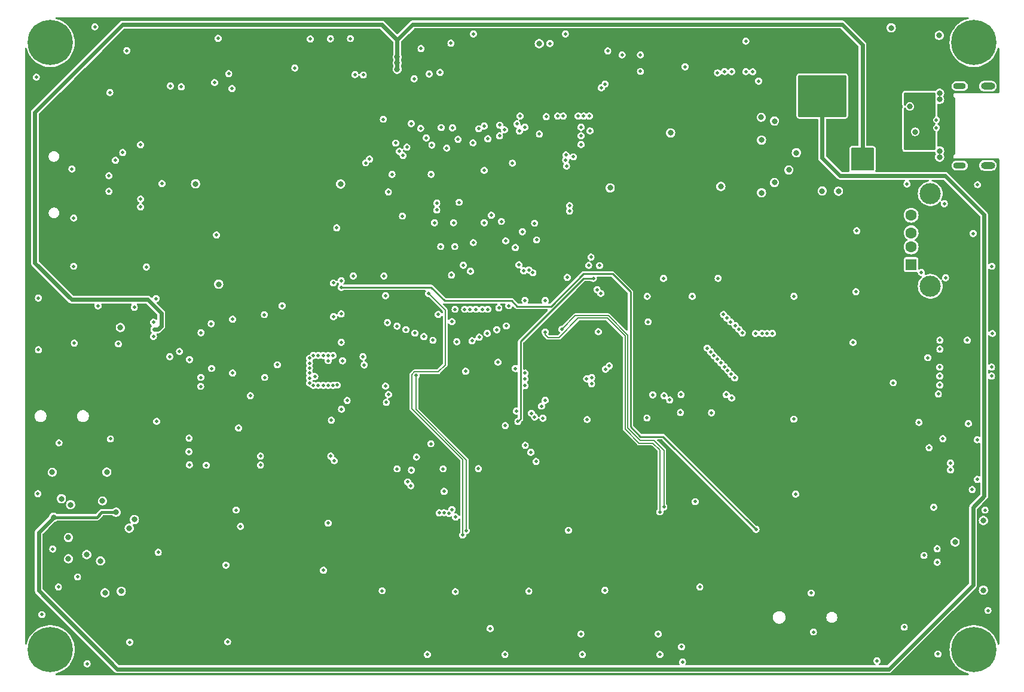
<source format=gbr>
%TF.GenerationSoftware,KiCad,Pcbnew,8.0.2*%
%TF.CreationDate,2024-07-19T10:45:18+07:00*%
%TF.ProjectId,chroma-pixel-zeta,6368726f-6d61-42d7-9069-78656c2d7a65,rev?*%
%TF.SameCoordinates,Original*%
%TF.FileFunction,Copper,L3,Inr*%
%TF.FilePolarity,Positive*%
%FSLAX46Y46*%
G04 Gerber Fmt 4.6, Leading zero omitted, Abs format (unit mm)*
G04 Created by KiCad (PCBNEW 8.0.2) date 2024-07-19 10:45:18*
%MOMM*%
%LPD*%
G01*
G04 APERTURE LIST*
%TA.AperFunction,ComponentPad*%
%ADD10C,0.800000*%
%TD*%
%TA.AperFunction,ComponentPad*%
%ADD11C,6.400000*%
%TD*%
%TA.AperFunction,ComponentPad*%
%ADD12R,1.500000X1.600000*%
%TD*%
%TA.AperFunction,ComponentPad*%
%ADD13C,1.600000*%
%TD*%
%TA.AperFunction,ComponentPad*%
%ADD14C,3.000000*%
%TD*%
%TA.AperFunction,ComponentPad*%
%ADD15O,2.000000X1.000000*%
%TD*%
%TA.AperFunction,ComponentPad*%
%ADD16O,1.800000X0.900000*%
%TD*%
%TA.AperFunction,ViaPad*%
%ADD17C,0.500000*%
%TD*%
%TA.AperFunction,ViaPad*%
%ADD18C,0.800000*%
%TD*%
%TA.AperFunction,Conductor*%
%ADD19C,0.250000*%
%TD*%
%TA.AperFunction,Conductor*%
%ADD20C,0.600000*%
%TD*%
%TA.AperFunction,Conductor*%
%ADD21C,0.150000*%
%TD*%
%TA.AperFunction,Conductor*%
%ADD22C,0.400000*%
%TD*%
G04 APERTURE END LIST*
D10*
%TO.N,GND*%
%TO.C,H3*%
X86249200Y-50634374D03*
X85546256Y-52331430D03*
X85546256Y-48937318D03*
X83849200Y-53034374D03*
D11*
X83849200Y-50634374D03*
D10*
X83849200Y-48234374D03*
X82152144Y-52331430D03*
X82152144Y-48937318D03*
X81449200Y-50634374D03*
%TD*%
%TO.N,GND*%
%TO.C,H4*%
X83849200Y-134234374D03*
X85546256Y-134937318D03*
X82152144Y-134937318D03*
X86249200Y-136634374D03*
D11*
X83849200Y-136634374D03*
D10*
X81449200Y-136634374D03*
X85546256Y-138331430D03*
X82152144Y-138331430D03*
X83849200Y-139034374D03*
%TD*%
D12*
%TO.N,Net-(D14-K)*%
%TO.C,J12*%
X205764800Y-82087600D03*
D13*
%TO.N,/USB/USB_D-*%
X205764800Y-79587600D03*
%TO.N,/USB/USB_D+*%
X205764800Y-77587600D03*
%TO.N,GND*%
X205764800Y-75087600D03*
D14*
X208474800Y-85157600D03*
X208474800Y-72017600D03*
%TD*%
D15*
%TO.N,/USB/SHIELD*%
%TO.C,J3*%
X216640000Y-68040000D03*
X216640000Y-56800000D03*
D16*
X212640000Y-68040000D03*
X212640000Y-56800000D03*
%TD*%
D10*
%TO.N,GND*%
%TO.C,H1*%
X212249200Y-136634374D03*
X212952144Y-134937318D03*
X212952144Y-138331430D03*
X214649200Y-134234374D03*
D11*
X214649200Y-136634374D03*
D10*
X214649200Y-139034374D03*
X216346256Y-134937318D03*
X216346256Y-138331430D03*
X217049200Y-136634374D03*
%TD*%
%TO.N,GND*%
%TO.C,H2*%
X212249200Y-50634374D03*
X212952144Y-48937318D03*
X212952144Y-52331430D03*
X214649200Y-48234374D03*
D11*
X214649200Y-50634374D03*
D10*
X214649200Y-53034374D03*
X216346256Y-48937318D03*
X216346256Y-52331430D03*
X217049200Y-50634374D03*
%TD*%
D17*
%TO.N,/MCU/VBUS_EN*%
X198069200Y-77292200D03*
X157050806Y-83898806D03*
%TO.N,GND*%
X206883000Y-104444800D03*
X136346600Y-51486400D03*
D18*
X184531000Y-61214000D03*
D17*
X84988400Y-127762000D03*
D18*
X95021400Y-119430800D03*
D17*
X174777400Y-86588600D03*
D18*
X211988400Y-121386600D03*
X85420200Y-115265200D03*
D17*
X215188800Y-70764400D03*
X87172800Y-75488800D03*
X105130600Y-99339400D03*
X137245640Y-137329600D03*
X151892000Y-108686600D03*
X89052400Y-138633200D03*
X82651600Y-131673600D03*
X207213200Y-83185000D03*
X162382200Y-128244600D03*
X216230200Y-116865400D03*
X210642200Y-83947000D03*
X123215400Y-95701000D03*
X217297000Y-91846400D03*
X94691200Y-51765200D03*
D18*
X91236800Y-115570000D03*
D17*
X189407800Y-114604800D03*
X100761800Y-95123000D03*
X81864200Y-55524400D03*
X151612600Y-128346200D03*
X209615049Y-100420449D03*
X215112600Y-106908600D03*
D18*
X104419400Y-70637400D03*
D17*
X217158849Y-96610449D03*
X107611700Y-50034374D03*
X152628600Y-109982000D03*
X123901200Y-99187000D03*
X85064600Y-107340400D03*
D18*
X93764800Y-90996199D03*
D17*
X125882400Y-101346000D03*
X95732600Y-88138000D03*
X168376600Y-86588600D03*
X105196800Y-91727200D03*
D18*
X189509400Y-66243200D03*
D17*
X122501200Y-94970600D03*
X175844200Y-127762000D03*
D18*
X184581800Y-64439800D03*
D17*
X103530400Y-110464600D03*
X191617600Y-128625600D03*
X217220800Y-82321400D03*
X84201000Y-122377200D03*
X92354400Y-106781600D03*
X173380400Y-138404600D03*
D18*
X178816000Y-71018400D03*
D17*
X98450400Y-92252800D03*
X82092800Y-114554000D03*
X130860800Y-128295400D03*
X123647200Y-104140000D03*
X121801200Y-94970600D03*
X99136200Y-122859800D03*
D18*
X188442600Y-68681600D03*
D17*
X152713200Y-78587600D03*
X209575400Y-137261600D03*
X123190000Y-118719600D03*
X124460000Y-99161600D03*
D18*
X90951600Y-124073425D03*
D17*
X103479600Y-108585000D03*
X170187800Y-137329600D03*
X184175400Y-56083200D03*
X214553800Y-77673200D03*
X160096200Y-82194400D03*
D18*
X91846400Y-111480600D03*
D17*
X178349200Y-54924400D03*
X118491000Y-54229000D03*
D18*
X184581800Y-71907400D03*
D17*
X121310400Y-97942400D03*
X191922400Y-134137400D03*
X103505000Y-106680000D03*
D18*
X93903800Y-128371600D03*
X89001600Y-123164600D03*
D17*
X128171300Y-55222500D03*
X102400400Y-56908400D03*
X86918800Y-68529200D03*
X110515400Y-105232200D03*
X162788600Y-51816000D03*
X148226360Y-137329600D03*
X125044200Y-84353400D03*
X120548400Y-96051600D03*
D18*
X209804000Y-57810400D03*
D17*
X213868000Y-104622600D03*
X203250800Y-98831400D03*
X123926600Y-84683600D03*
X125222000Y-95707200D03*
X120548400Y-96751600D03*
X159816800Y-98272600D03*
X217155751Y-97880449D03*
X207594200Y-123291600D03*
X120548400Y-97451600D03*
D18*
X202946000Y-48539400D03*
D17*
X169942400Y-134425800D03*
X82169000Y-86817200D03*
X126977500Y-55171700D03*
D18*
X86715600Y-116103400D03*
X163144200Y-71221600D03*
D17*
X143764000Y-49403000D03*
X170688000Y-84048600D03*
X123901200Y-94970600D03*
D18*
X206324200Y-63271400D03*
D17*
X216636600Y-131089400D03*
X108940600Y-135534400D03*
D18*
X95758000Y-118211600D03*
X124968000Y-70662800D03*
D17*
X141198600Y-128422400D03*
X156794200Y-49403000D03*
D18*
X153094000Y-50782800D03*
X193167000Y-71653400D03*
D17*
X214426800Y-113969800D03*
X87249000Y-93218000D03*
X120548400Y-98851600D03*
X82169000Y-94157800D03*
X144475200Y-110998000D03*
D18*
X91592400Y-128600200D03*
D17*
X200939400Y-138226800D03*
X108712000Y-124663200D03*
X98907600Y-104292400D03*
X215112600Y-112522000D03*
D18*
X216001600Y-128219200D03*
D17*
X173103932Y-103050732D03*
D18*
X86410800Y-120751600D03*
X205587600Y-59690000D03*
X195478400Y-71678800D03*
D17*
X90144600Y-48387000D03*
X205181200Y-70662800D03*
X97434400Y-82423000D03*
X204800200Y-133451600D03*
X131749800Y-100482400D03*
X159893000Y-104038400D03*
X116679800Y-87917200D03*
X133731000Y-75209400D03*
X161467800Y-91592400D03*
X173761400Y-54051200D03*
X152450800Y-76225400D03*
X123520200Y-50088800D03*
D18*
X186410600Y-70459600D03*
D17*
X125044200Y-89077800D03*
X159207080Y-137329600D03*
X121101200Y-99187000D03*
X158995000Y-134425800D03*
X208965800Y-116459000D03*
D18*
X84124800Y-111506000D03*
D17*
X197942200Y-85928200D03*
X210261200Y-106756200D03*
D18*
X209804000Y-65989200D03*
X186410600Y-61747400D03*
D17*
X123201200Y-94970600D03*
X189153800Y-103987600D03*
X125044200Y-93091000D03*
X208330800Y-108026200D03*
D18*
X209753200Y-49606200D03*
D17*
X121101200Y-94970600D03*
X178435000Y-84023200D03*
X208127600Y-95275400D03*
X140944600Y-76149200D03*
X123952000Y-89458800D03*
D18*
X209804000Y-58674000D03*
D17*
X139496800Y-111023400D03*
X189179200Y-86588600D03*
X121801200Y-99187000D03*
X109659900Y-89831700D03*
X135373800Y-55761200D03*
X120548400Y-95351600D03*
X122529600Y-125399800D03*
X87172800Y-82321400D03*
X197535800Y-93116400D03*
X123201200Y-99187000D03*
X92278200Y-57708800D03*
X175183800Y-115671600D03*
X141122400Y-79527400D03*
X105943400Y-110515400D03*
D18*
X86410800Y-123774200D03*
D17*
X120675400Y-50114200D03*
X110794800Y-119176800D03*
X126365000Y-50063400D03*
X90601800Y-87934800D03*
D18*
X209804000Y-66852800D03*
X171704000Y-63423800D03*
D17*
X125095000Y-102590600D03*
X122501200Y-99187000D03*
X157226000Y-119735600D03*
X109659900Y-97442200D03*
X99661800Y-70604200D03*
X168359932Y-103818532D03*
X137502600Y-55079600D03*
D18*
X216001600Y-118338600D03*
D17*
X95097600Y-135585200D03*
X132969000Y-111023400D03*
X116001800Y-96282200D03*
X120548400Y-98151600D03*
X177495200Y-103073200D03*
X145313400Y-76149200D03*
X210464400Y-73456800D03*
%TO.N,Net-(C34-Pad1)*%
X160756600Y-84048600D03*
X150063200Y-104317800D03*
D18*
%TO.N,VDD*%
X132969000Y-53530500D03*
X197882000Y-67132200D03*
X132969000Y-54406800D03*
X199882000Y-67132200D03*
X198882000Y-67132200D03*
X199882000Y-66132200D03*
X197882000Y-66132200D03*
X199882000Y-68132200D03*
D17*
X93014800Y-87045800D03*
D18*
X132969000Y-52654200D03*
D17*
X98577400Y-91252797D03*
D18*
X198882000Y-68132200D03*
X197882000Y-68132200D03*
X198882000Y-66132200D03*
%TO.N,+3V3*%
X179314600Y-64947800D03*
D17*
X97840800Y-69570600D03*
X139979400Y-76149200D03*
X141046200Y-73380600D03*
X106978700Y-114395500D03*
X201574400Y-75539600D03*
D18*
X180314600Y-63947800D03*
D17*
X209321400Y-109169200D03*
X129257200Y-135233000D03*
X140436600Y-111023400D03*
X112490500Y-114395500D03*
X109734600Y-114395000D03*
X125044200Y-90043000D03*
X178435000Y-103073200D03*
X115570000Y-105968800D03*
X174040800Y-103047800D03*
X128930400Y-58343800D03*
X133934200Y-111023400D03*
X171653200Y-84048600D03*
X184734200Y-123875800D03*
X104262000Y-97227400D03*
X115036600Y-96282200D03*
X126949200Y-99212400D03*
D18*
X180314600Y-64947800D03*
D17*
X177495200Y-84048600D03*
X159893000Y-103098600D03*
X126898400Y-104140000D03*
X104296200Y-89607400D03*
X99665600Y-65104200D03*
D18*
X179314600Y-63947800D03*
D17*
X99690000Y-71699200D03*
X125044200Y-94056200D03*
X150215600Y-105029000D03*
X112191800Y-104470200D03*
X158826200Y-82753200D03*
X170053000Y-49403000D03*
X167690800Y-102311200D03*
X211023200Y-91084400D03*
X145440400Y-111023400D03*
X127635000Y-100609400D03*
D18*
X93929200Y-126796800D03*
D17*
X144348200Y-76149200D03*
X132943600Y-76885800D03*
X213690200Y-99161600D03*
X188417200Y-102311200D03*
X170738800Y-102285800D03*
D18*
X115062000Y-83719677D03*
D17*
X162458400Y-138430000D03*
X151485600Y-76174600D03*
X122323000Y-135233000D03*
X99663800Y-67304200D03*
X159816800Y-97332800D03*
X159791000Y-91313400D03*
%TO.N,/MCU/NRST*%
X142773400Y-119761000D03*
X209840551Y-94070449D03*
X173253400Y-136245600D03*
X135633262Y-97798600D03*
%TO.N,/LCD/LCD_TP_SCL*%
X133815800Y-66624200D03*
X182346600Y-54737000D03*
X138582400Y-74345800D03*
X182346600Y-50419000D03*
%TO.N,/LCD/LCD_TP_SDA*%
X183337200Y-54762400D03*
X138582400Y-73380600D03*
X134340800Y-65455800D03*
%TO.N,/LCD/LCD_CS*%
X140589000Y-50723800D03*
X161889832Y-57038632D03*
%TO.N,/IO/STEMMA_SDA*%
X124079000Y-109880400D03*
X113614200Y-110490000D03*
X211353400Y-110210600D03*
%TO.N,/IO/STEMMA_SCL*%
X123571000Y-109220000D03*
X211353400Y-111175800D03*
X113614200Y-109220000D03*
%TO.N,/LCD/LTDC_HSYNC*%
X148165000Y-62975000D03*
X158597600Y-61036200D03*
%TO.N,/LCD/LTDC_VSYNC*%
X159385000Y-61036200D03*
X147473200Y-63852800D03*
%TO.N,/LCD/LTDC_DE*%
X160197800Y-61036200D03*
X147374707Y-88235693D03*
%TO.N,/IO/DBG_TX*%
X157375200Y-74495268D03*
X209840551Y-92800449D03*
%TO.N,/IO/DBG_SWCLK*%
X151087600Y-87147400D03*
X209829400Y-97880449D03*
%TO.N,/IO/DBG_SWDIO*%
X153949400Y-87172800D03*
X209829400Y-99150449D03*
%TO.N,/IO/DBG_RX*%
X213729849Y-92800449D03*
X157375200Y-73736200D03*
%TO.N,/IO/DBG_SWO*%
X209829400Y-96621600D03*
X148777193Y-87912930D03*
D18*
%TO.N,VBUS*%
X207670400Y-58293000D03*
X208813400Y-65278000D03*
X206781400Y-58293000D03*
X205232000Y-60909200D03*
X207899000Y-65278000D03*
D17*
%TO.N,/USB/USB_D+*%
X161278834Y-85637634D03*
X209346800Y-61587200D03*
X209321400Y-62687200D03*
%TO.N,/USB/USB_D-*%
X161809166Y-86167966D03*
%TO.N,/LCD/LCD_BLK*%
X150698200Y-77419200D03*
X131013200Y-61493400D03*
X109586700Y-57150000D03*
%TO.N,/MCU/BOOT0*%
X137439400Y-86182200D03*
X142240000Y-120396000D03*
%TO.N,/MCU/BTN0*%
X146151600Y-133654800D03*
X153619200Y-103835200D03*
%TO.N,/MCU/QUADSPI_BK1_NCS*%
X148285200Y-104902000D03*
X103567800Y-95540600D03*
X102141800Y-94386400D03*
%TO.N,/MCU/BTN1*%
X141249400Y-117856000D03*
X149869200Y-102844600D03*
D18*
%TO.N,/MCU/QUADSPI_BK2_NCS*%
X107696000Y-84861400D03*
D17*
X149707600Y-79679800D03*
%TO.N,/AUDIO/I2S3_SD_MODE*%
X112166400Y-100660200D03*
X98450400Y-90246200D03*
%TO.N,/MCU/QUADSPI_BK1_IO1*%
X128320800Y-96298600D03*
X106680000Y-96799400D03*
%TO.N,/MCU/SDRAM_ADD10*%
X147252200Y-95913193D03*
X178835945Y-96033257D03*
%TO.N,/MCU/SDRAM_DQ2*%
X171577000Y-101269800D03*
X151087600Y-97459800D03*
%TO.N,/MCU/SDRAM_ADD9*%
X147091400Y-91308257D03*
X181365174Y-91245400D03*
%TO.N,/MCU/SDRAM_ADD11*%
X148426200Y-90783257D03*
X180848000Y-90720400D03*
%TO.N,/MCU/SDRAM_ADD0*%
X178342152Y-95508257D03*
X131603337Y-90298600D03*
%TO.N,/MCU/SDRAM_ADD7*%
X144585200Y-92358257D03*
X183729134Y-91841329D03*
%TO.N,/MCU/SDRAM_ADD8*%
X145728200Y-91833257D03*
X181838600Y-91770400D03*
%TO.N,/MCU/SDRAM_DQ0*%
X160511000Y-98094800D03*
X169164000Y-100533200D03*
%TO.N,/MCU/SDRAM_ADD6*%
X184642368Y-91830768D03*
X143569200Y-92884007D03*
%TO.N,/MCU/SDRAM_ADD3*%
X176886112Y-93933257D03*
X135483600Y-91798600D03*
%TO.N,/MCU/SDRAM_DQ1*%
X160502600Y-98983800D03*
X170764200Y-100660200D03*
%TO.N,/MCU/SDRAM_DQ3*%
X151087600Y-98298000D03*
X173177200Y-100507800D03*
%TO.N,/MCU/SDRAM_ADD5*%
X185369200Y-91846400D03*
X138049000Y-92811600D03*
%TO.N,/MCU/SDRAM_ADD2*%
X177366404Y-94458257D03*
X134213600Y-91298600D03*
%TO.N,/MCU/SDRAM_ADD1*%
X177844644Y-94983257D03*
X132969000Y-90798600D03*
%TO.N,/MCU/SDRAM_ADD4*%
X186121432Y-91836632D03*
X136753600Y-92298600D03*
%TO.N,/MCU/QUADSPI_CLK*%
X114198400Y-98069400D03*
X137744200Y-107467400D03*
%TO.N,/MCU/QUADSPI_BK1_IO2*%
X105156000Y-98069400D03*
X128143000Y-95131400D03*
%TO.N,/MCU/QUADSPI_BK2_IO3*%
X114173000Y-89179400D03*
X140665200Y-83569677D03*
%TO.N,/MCU/QUADSPI_BK2_IO2*%
X143357600Y-83032600D03*
X106641200Y-90460600D03*
%TO.N,/AUDIO/I2S3_SDO*%
X148336000Y-78723000D03*
X107387619Y-77879981D03*
%TO.N,/AUDIO/I2S3_CK*%
X150215600Y-82118200D03*
X98839800Y-86898182D03*
%TO.N,/AUDIO/I2S3_WS*%
X134993600Y-111201200D03*
X93497400Y-93319600D03*
%TO.N,/MCU/LED_0*%
X139623800Y-114223800D03*
X139612042Y-117243800D03*
%TO.N,/MCU/LED_1*%
X140305791Y-117337149D03*
X151104600Y-107696000D03*
%TO.N,VBAT*%
X125044200Y-85318600D03*
X183794400Y-119608600D03*
%TO.N,/MEMORY SDRAM/SDRAM_LDQM*%
X151087600Y-99237800D03*
X179578000Y-100507800D03*
%TO.N,/MCU/SDRAM_ADD12*%
X168529000Y-90195400D03*
X180213000Y-90195400D03*
%TO.N,/MEMORY SDRAM/~{SDRAM_CAS}*%
X180782934Y-98140755D03*
X149721600Y-96807800D03*
%TO.N,/MEMORY SDRAM/SDRAM_CKE*%
X140727000Y-90170000D03*
X179681969Y-89670400D03*
%TO.N,/MEMORY SDRAM/~{SDRAM_RAS}*%
X142668868Y-97202868D03*
X180254568Y-97615755D03*
%TO.N,unconnected-(U2-PA9-Pad120)*%
X161622869Y-82228330D03*
%TO.N,/LCD/LCD_DISP*%
X154609800Y-50749200D03*
X162427432Y-56501032D03*
%TO.N,/MEMORY SDRAM/SDRAM_BA0*%
X179800202Y-97083257D03*
X162483800Y-96891800D03*
%TO.N,/MEMORY SDRAM/SDRAM_UDQM*%
X138785600Y-89154000D03*
X179203634Y-89145400D03*
%TO.N,/MEMORY SDRAM/~{SDRAM_WE}*%
X135693600Y-109360409D03*
X180365400Y-100990400D03*
%TO.N,/MEMORY SDRAM/SDRAM_BA1*%
X179311895Y-96558257D03*
X163016943Y-96438193D03*
D18*
%TO.N,+3V3A*%
X194167000Y-55988200D03*
D17*
X100863400Y-56769000D03*
D18*
X194167000Y-57988200D03*
X192167000Y-55988200D03*
X84328000Y-117881400D03*
X194167000Y-56988200D03*
X93167200Y-117170200D03*
X193167000Y-57988200D03*
X193167000Y-56988200D03*
X192167000Y-56988200D03*
D17*
X139052600Y-54851600D03*
D18*
X192167000Y-57988200D03*
X193167000Y-55988200D03*
D17*
%TO.N,/AUDIO/I2S2_DIN*%
X150891632Y-82972032D03*
X87706200Y-126339600D03*
X141427000Y-93014800D03*
X110163381Y-116868981D03*
%TO.N,/AUDIO/I2S2_WS*%
X152450800Y-103682800D03*
X140741400Y-116789200D03*
%TO.N,/LCD/LTDC_B4*%
X154076400Y-61137800D03*
X149936200Y-62153800D03*
%TO.N,/LCD/LTDC_G2*%
X159015598Y-63830200D03*
X144523134Y-62839600D03*
%TO.N,/LCD/LTDC_R7*%
X141606268Y-64338200D03*
X156861782Y-66548204D03*
%TO.N,/LCD/LTDC_G3*%
X145323134Y-62458600D03*
X160278095Y-63140305D03*
%TO.N,/LCD/LTDC_R3*%
X137889402Y-65143400D03*
X152199400Y-83244200D03*
%TO.N,/LCD/LTDC_B6*%
X155676600Y-61036200D03*
X151081866Y-62627800D03*
%TO.N,/LCD/LTDC_G5*%
X145313400Y-68732400D03*
X151612600Y-82844707D03*
%TO.N,/LCD/LTDC_G4*%
X159015598Y-65074800D03*
X145822200Y-64267849D03*
%TO.N,/LCD/LTDC_R4*%
X139206268Y-62676068D03*
X156839598Y-67264602D03*
%TO.N,/LCD/LTDC_R0*%
X137795000Y-69302200D03*
X141735851Y-73260661D03*
%TO.N,/LCD/LTDC_R6*%
X145796000Y-88417400D03*
X140806268Y-62712600D03*
%TO.N,/LCD/LTDC_G1*%
X145008600Y-88417400D03*
X143723134Y-64837800D03*
%TO.N,/LCD/LTDC_B5*%
X157925800Y-66819761D03*
X144145000Y-88417400D03*
%TO.N,/LCD/LTDC_R2*%
X142544800Y-88417400D03*
X137089402Y-64137801D03*
%TO.N,/LCD/LTDC_B7*%
X156489400Y-61036200D03*
X150281866Y-63152800D03*
%TO.N,/LCD/LTDC_R1*%
X143306800Y-88417400D03*
X136289402Y-62788800D03*
%TO.N,/LCD/LTDC_R5*%
X140004800Y-65582800D03*
X141173200Y-88417400D03*
%TO.N,/LCD/LTDC_B3*%
X159015598Y-62620271D03*
X153111200Y-63596200D03*
%TO.N,/LCD/LTDC_G7*%
X149301200Y-67709163D03*
X156963667Y-68131133D03*
%TO.N,/LCD/LTDC_B0*%
X150368000Y-61036200D03*
X147497800Y-62331600D03*
%TO.N,/LCD/LCD_DC*%
X160419561Y-81025025D03*
X134964402Y-62103000D03*
%TO.N,/LCD/LCD_SDI(MOSI)*%
X132240800Y-69302200D03*
X138243600Y-76149200D03*
%TO.N,/LCD/LCD_SCK*%
X134467600Y-112877600D03*
X107111700Y-56286400D03*
%TO.N,/LCD/LCD_TP_RST*%
X180340000Y-54737000D03*
X133290800Y-66040000D03*
X146304000Y-75099200D03*
%TO.N,/LCD/LCD_SDO(MISO)*%
X109111700Y-55041800D03*
X134918496Y-113413040D03*
%TO.N,/LCD/LCD_TP_INT*%
X132765800Y-64871600D03*
X147718600Y-75971400D03*
X179349400Y-54737000D03*
%TO.N,/MCU/SD_CMD*%
X92159600Y-71704200D03*
X131445000Y-101608400D03*
%TO.N,/MCU/SD_DAT1*%
X153924000Y-101320600D03*
X94107000Y-66217800D03*
%TO.N,/MCU/SD_CLK*%
X92159600Y-69494400D03*
X131318000Y-99298600D03*
%TO.N,/MCU/SD_DAT2*%
X142341600Y-82169677D03*
X96621600Y-73914000D03*
%TO.N,/MCU/SD_DET*%
X124409200Y-76888597D03*
X131114800Y-83693000D03*
X96621600Y-65100200D03*
X126746000Y-83693000D03*
%TO.N,/MCU/SD_DAT0*%
X153416000Y-102133400D03*
X93074000Y-67310000D03*
%TO.N,/MCU/SD_DAT3*%
X96647000Y-72796400D03*
X139141200Y-79527400D03*
%TO.N,/LCD/LCD_SPI_DAT*%
X167436800Y-54711600D03*
X167436800Y-52374800D03*
%TO.N,/LCD/LCD_SPI_CLK*%
X131715607Y-71797007D03*
X164820600Y-52374800D03*
%TO.N,/IO/USART6_RX*%
X209448400Y-124256800D03*
X170180000Y-117119400D03*
X153949400Y-91643200D03*
%TO.N,/IO/USART6_TX*%
X209448400Y-122351800D03*
X170743014Y-116429670D03*
X156286200Y-91248600D03*
%TO.N,/LCD/LCD_SPI_RESET*%
X143743600Y-78978143D03*
X129057400Y-67149200D03*
%TO.N,/LCD/LCD_SPI_CS*%
X128498600Y-67674200D03*
X131318000Y-86487000D03*
%TO.N,/AUDIO/I2S2_CK*%
X151992346Y-103153816D03*
X138912600Y-117271800D03*
%TD*%
D19*
%TO.N,Net-(C34-Pad1)*%
X150444200Y-92965396D02*
X159360996Y-84048600D01*
X150444200Y-103936800D02*
X150444200Y-92965396D01*
X150063200Y-104317800D02*
X150444200Y-103936800D01*
X159360996Y-84048600D02*
X160756600Y-84048600D01*
D20*
%TO.N,VDD*%
X198882000Y-50927000D02*
X198882000Y-66132200D01*
X94107000Y-48082200D02*
X130784600Y-48082200D01*
X132969000Y-52654200D02*
X132969000Y-53530500D01*
X98577400Y-91252797D02*
X99094803Y-91252797D01*
X99542600Y-88925400D02*
X97663000Y-87045800D01*
X132969000Y-53530500D02*
X132969000Y-54406800D01*
X130784600Y-48082200D02*
X132969000Y-50266600D01*
X93014800Y-87045800D02*
X86893400Y-87045800D01*
X99542600Y-90805000D02*
X99542600Y-88925400D01*
X196011800Y-48056800D02*
X198882000Y-50927000D01*
X132969000Y-52654200D02*
X132969000Y-50266600D01*
X81661000Y-81813400D02*
X81661000Y-60528200D01*
X135178800Y-48056800D02*
X196011800Y-48056800D01*
X86893400Y-87045800D02*
X81661000Y-81813400D01*
X132969000Y-50266600D02*
X135178800Y-48056800D01*
X81661000Y-60528200D02*
X94107000Y-48082200D01*
X97663000Y-87045800D02*
X93014800Y-87045800D01*
X99094803Y-91252797D02*
X99542600Y-90805000D01*
D21*
%TO.N,/MCU/NRST*%
X142773400Y-109753400D02*
X142773400Y-119761000D01*
X135633262Y-102613262D02*
X142773400Y-109753400D01*
X135633262Y-97798600D02*
X135633262Y-102613262D01*
%TO.N,/MCU/BOOT0*%
X135415800Y-97273600D02*
X138794000Y-97273600D01*
X135026400Y-102501374D02*
X135026400Y-97663000D01*
X135026400Y-97663000D02*
X135415800Y-97273600D01*
X142240000Y-120396000D02*
X142240000Y-109714974D01*
X138794000Y-97273600D02*
X139776200Y-96291400D01*
X142240000Y-109714974D02*
X135026400Y-102501374D01*
X139776200Y-88519000D02*
X137439400Y-86182200D01*
X139776200Y-96291400D02*
X139776200Y-88519000D01*
D19*
%TO.N,VBAT*%
X170646400Y-106460600D02*
X183794400Y-119608600D01*
X137795186Y-85318600D02*
X139674786Y-87198200D01*
X139674786Y-87198200D02*
X149174200Y-87198200D01*
X159359600Y-83413600D02*
X163474400Y-83413600D01*
X166014400Y-85953600D02*
X166014400Y-105079800D01*
X149994200Y-88018200D02*
X154755000Y-88018200D01*
X167395200Y-106460600D02*
X170646400Y-106460600D01*
X125044200Y-85318600D02*
X137795186Y-85318600D01*
X166014400Y-105079800D02*
X167395200Y-106460600D01*
X149174200Y-87198200D02*
X149994200Y-88018200D01*
X163474400Y-83413600D02*
X166014400Y-85953600D01*
X154755000Y-88018200D02*
X159359600Y-83413600D01*
D20*
%TO.N,+3V3A*%
X216103200Y-75006200D02*
X216103200Y-114909600D01*
X216103200Y-114909600D02*
X214528400Y-116484400D01*
X82194400Y-120015000D02*
X84328000Y-117881400D01*
X93345000Y-139420600D02*
X82194400Y-128270000D01*
X210591400Y-69494400D02*
X216103200Y-75006200D01*
X82194400Y-128270000D02*
X82194400Y-120015000D01*
X193167000Y-57988200D02*
X193167000Y-66954400D01*
X214528400Y-116484400D02*
X214528400Y-127482600D01*
X202590400Y-139420600D02*
X93345000Y-139420600D01*
D22*
X84328000Y-117881400D02*
X90398600Y-117881400D01*
D20*
X214528400Y-127482600D02*
X202590400Y-139420600D01*
D22*
X91109800Y-117170200D02*
X93167200Y-117170200D01*
X90398600Y-117881400D02*
X91109800Y-117170200D01*
D20*
X193167000Y-66954400D02*
X195707000Y-69494400D01*
X195707000Y-69494400D02*
X210591400Y-69494400D01*
D21*
%TO.N,/IO/USART6_RX*%
X165264400Y-92219974D02*
X162726226Y-89681800D01*
X170176278Y-108352678D02*
X169209200Y-107385600D01*
X154330400Y-92405200D02*
X153949400Y-92024200D01*
X158595463Y-89681800D02*
X155872063Y-92405200D01*
X162726226Y-89681800D02*
X158595463Y-89681800D01*
X165264400Y-105390461D02*
X165264400Y-92219974D01*
X153949400Y-92024200D02*
X153949400Y-91643200D01*
X170180000Y-117119400D02*
X170176278Y-117115678D01*
X170176278Y-117115678D02*
X170176278Y-108352678D01*
X155872063Y-92405200D02*
X154330400Y-92405200D01*
X167259539Y-107385600D02*
X165264400Y-105390461D01*
X169209200Y-107385600D02*
X167259539Y-107385600D01*
%TO.N,/IO/USART6_TX*%
X158203000Y-89331800D02*
X162871200Y-89331800D01*
X167404514Y-107035600D02*
X169354174Y-107035600D01*
X165614400Y-92075000D02*
X165614400Y-105245486D01*
X169354174Y-107035600D02*
X170743014Y-108424440D01*
X156286200Y-91248600D02*
X158203000Y-89331800D01*
X162871200Y-89331800D02*
X165614400Y-92075000D01*
X170743014Y-108424440D02*
X170743014Y-116429670D01*
X165614400Y-105245486D02*
X167404514Y-107035600D01*
%TD*%
%TA.AperFunction,Conductor*%
%TO.N,+3V3A*%
G36*
X196513639Y-55264685D02*
G01*
X196559394Y-55317489D01*
X196570600Y-55369000D01*
X196570600Y-61039200D01*
X196550915Y-61106239D01*
X196498111Y-61151994D01*
X196446600Y-61163200D01*
X189912800Y-61163200D01*
X189845761Y-61143515D01*
X189800006Y-61090711D01*
X189788800Y-61039200D01*
X189788800Y-55369000D01*
X189808485Y-55301961D01*
X189861289Y-55256206D01*
X189912800Y-55245000D01*
X196446600Y-55245000D01*
X196513639Y-55264685D01*
G37*
%TD.AperFunction*%
%TD*%
%TA.AperFunction,Conductor*%
%TO.N,VDD*%
G36*
X200425239Y-65551685D02*
G01*
X200470994Y-65604489D01*
X200482200Y-65656000D01*
X200482200Y-68633800D01*
X200462515Y-68700839D01*
X200409711Y-68746594D01*
X200358200Y-68757800D01*
X197405800Y-68757800D01*
X197338761Y-68738115D01*
X197293006Y-68685311D01*
X197281800Y-68633800D01*
X197281800Y-65656000D01*
X197301485Y-65588961D01*
X197354289Y-65543206D01*
X197405800Y-65532000D01*
X200358200Y-65532000D01*
X200425239Y-65551685D01*
G37*
%TD.AperFunction*%
%TD*%
%TA.AperFunction,Conductor*%
%TO.N,VBUS*%
G36*
X209137439Y-57728485D02*
G01*
X209183194Y-57781289D01*
X209194400Y-57832800D01*
X209194400Y-61081921D01*
X209174715Y-61148960D01*
X209137439Y-61186237D01*
X209048750Y-61243233D01*
X208963918Y-61341137D01*
X208963917Y-61341138D01*
X208910102Y-61458974D01*
X208891667Y-61587200D01*
X208910102Y-61715425D01*
X208963917Y-61833261D01*
X208963918Y-61833263D01*
X209048751Y-61931167D01*
X209137439Y-61988163D01*
X209183194Y-62040967D01*
X209194400Y-62092479D01*
X209194400Y-62165597D01*
X209174715Y-62232636D01*
X209137440Y-62269912D01*
X209023351Y-62343232D01*
X208938518Y-62441137D01*
X208938517Y-62441138D01*
X208884702Y-62558974D01*
X208866267Y-62687200D01*
X208884702Y-62815425D01*
X208938517Y-62933261D01*
X208938518Y-62933263D01*
X209023351Y-63031167D01*
X209132331Y-63101204D01*
X209132332Y-63101204D01*
X209137439Y-63104486D01*
X209183194Y-63157290D01*
X209194400Y-63208802D01*
X209194400Y-65738200D01*
X209174715Y-65805239D01*
X209121911Y-65850994D01*
X209070400Y-65862200D01*
X204898800Y-65862200D01*
X204831761Y-65842515D01*
X204786006Y-65789711D01*
X204774800Y-65738200D01*
X204774800Y-63271398D01*
X205718518Y-63271398D01*
X205718518Y-63271401D01*
X205739155Y-63428160D01*
X205739156Y-63428162D01*
X205799664Y-63574241D01*
X205895918Y-63699682D01*
X206021359Y-63795936D01*
X206167438Y-63856444D01*
X206245819Y-63866763D01*
X206324199Y-63877082D01*
X206324200Y-63877082D01*
X206324201Y-63877082D01*
X206376454Y-63870202D01*
X206480962Y-63856444D01*
X206627041Y-63795936D01*
X206752482Y-63699682D01*
X206848736Y-63574241D01*
X206909244Y-63428162D01*
X206929882Y-63271400D01*
X206909244Y-63114638D01*
X206848736Y-62968559D01*
X206752482Y-62843118D01*
X206627041Y-62746864D01*
X206480962Y-62686356D01*
X206480960Y-62686355D01*
X206324201Y-62665718D01*
X206324199Y-62665718D01*
X206167439Y-62686355D01*
X206167437Y-62686356D01*
X206021360Y-62746863D01*
X205895918Y-62843118D01*
X205799663Y-62968560D01*
X205739156Y-63114637D01*
X205739155Y-63114639D01*
X205718518Y-63271398D01*
X204774800Y-63271398D01*
X204774800Y-59920299D01*
X204794485Y-59853260D01*
X204847289Y-59807505D01*
X204916447Y-59797561D01*
X204980003Y-59826586D01*
X205013361Y-59872847D01*
X205063062Y-59992838D01*
X205063063Y-59992839D01*
X205063064Y-59992841D01*
X205159318Y-60118282D01*
X205284759Y-60214536D01*
X205430838Y-60275044D01*
X205509219Y-60285363D01*
X205587599Y-60295682D01*
X205587600Y-60295682D01*
X205587601Y-60295682D01*
X205639854Y-60288802D01*
X205744362Y-60275044D01*
X205890441Y-60214536D01*
X206015882Y-60118282D01*
X206112136Y-59992841D01*
X206172644Y-59846762D01*
X206193282Y-59690000D01*
X206172644Y-59533238D01*
X206112136Y-59387159D01*
X206015882Y-59261718D01*
X205890441Y-59165464D01*
X205744362Y-59104956D01*
X205744360Y-59104955D01*
X205587601Y-59084318D01*
X205587599Y-59084318D01*
X205430839Y-59104955D01*
X205430837Y-59104956D01*
X205284760Y-59165463D01*
X205159318Y-59261718D01*
X205063063Y-59387160D01*
X205013361Y-59507153D01*
X204969520Y-59561556D01*
X204903226Y-59583621D01*
X204835527Y-59566342D01*
X204787916Y-59515205D01*
X204774800Y-59459700D01*
X204774800Y-57832800D01*
X204794485Y-57765761D01*
X204847289Y-57720006D01*
X204898800Y-57708800D01*
X209070400Y-57708800D01*
X209137439Y-57728485D01*
G37*
%TD.AperFunction*%
%TD*%
%TA.AperFunction,Conductor*%
%TO.N,+3V3*%
G36*
X213879997Y-47054059D02*
G01*
X213925752Y-47106863D01*
X213935696Y-47176021D01*
X213906671Y-47239577D01*
X213847893Y-47277351D01*
X213839614Y-47279475D01*
X213724738Y-47304760D01*
X213450640Y-47397115D01*
X213370162Y-47424232D01*
X213370159Y-47424233D01*
X213370151Y-47424236D01*
X213030591Y-47581333D01*
X213030578Y-47581340D01*
X212709994Y-47774227D01*
X212709989Y-47774231D01*
X212412113Y-48000670D01*
X212412112Y-48000671D01*
X212140472Y-48257982D01*
X211898252Y-48543144D01*
X211898245Y-48543154D01*
X211688273Y-48852839D01*
X211513015Y-49183410D01*
X211513006Y-49183428D01*
X211374518Y-49531009D01*
X211374517Y-49531011D01*
X211274423Y-49891520D01*
X211274422Y-49891523D01*
X211213888Y-50260763D01*
X211193632Y-50634371D01*
X211193632Y-50634376D01*
X211213888Y-51007984D01*
X211274422Y-51377224D01*
X211274423Y-51377227D01*
X211374517Y-51737736D01*
X211374518Y-51737738D01*
X211513006Y-52085319D01*
X211513015Y-52085337D01*
X211688273Y-52415908D01*
X211898245Y-52725593D01*
X211898252Y-52725603D01*
X212108717Y-52973380D01*
X212140473Y-53010766D01*
X212412113Y-53268077D01*
X212709980Y-53494510D01*
X212709985Y-53494513D01*
X212709989Y-53494516D01*
X212709994Y-53494520D01*
X213000078Y-53669056D01*
X213030583Y-53687410D01*
X213030587Y-53687411D01*
X213030591Y-53687414D01*
X213207034Y-53769045D01*
X213370162Y-53844516D01*
X213724738Y-53963987D01*
X214090151Y-54044420D01*
X214462119Y-54084874D01*
X214462125Y-54084874D01*
X214836275Y-54084874D01*
X214836281Y-54084874D01*
X215208249Y-54044420D01*
X215573662Y-53963987D01*
X215928238Y-53844516D01*
X216267817Y-53687410D01*
X216427645Y-53591245D01*
X216588405Y-53494520D01*
X216588410Y-53494516D01*
X216588409Y-53494516D01*
X216588420Y-53494510D01*
X216886287Y-53268077D01*
X217157927Y-53010766D01*
X217400154Y-52725595D01*
X217610128Y-52415905D01*
X217785389Y-52085329D01*
X217923880Y-51737742D01*
X217955810Y-51622743D01*
X218004634Y-51446894D01*
X218041536Y-51387565D01*
X218104656Y-51357604D01*
X218173954Y-51366525D01*
X218227428Y-51411495D01*
X218248100Y-51478236D01*
X218248114Y-51480227D01*
X218240159Y-57676159D01*
X218220388Y-57743173D01*
X218167526Y-57788860D01*
X218116159Y-57800000D01*
X212039999Y-57800000D01*
X211983682Y-57802340D01*
X211983681Y-57802340D01*
X211983679Y-57802341D01*
X211913776Y-57829775D01*
X211878824Y-57843493D01*
X211796255Y-57920107D01*
X211796253Y-57920109D01*
X211747383Y-58021590D01*
X211747381Y-58021597D01*
X211738964Y-58133919D01*
X211738964Y-58133920D01*
X211752757Y-58178634D01*
X211772166Y-58241556D01*
X211842396Y-58329620D01*
X211842399Y-58329623D01*
X211889925Y-58359763D01*
X211918039Y-58377442D01*
X211947022Y-58402710D01*
X211988011Y-58451563D01*
X212009542Y-58488860D01*
X212031355Y-58548800D01*
X212038742Y-58586498D01*
X212039911Y-58617272D01*
X212040000Y-58621979D01*
X212040000Y-66218018D01*
X212039909Y-66222760D01*
X212038732Y-66253514D01*
X212031347Y-66291177D01*
X212009528Y-66351133D01*
X211987998Y-66388429D01*
X211947004Y-66437289D01*
X211918053Y-66462537D01*
X211904741Y-66470914D01*
X211904343Y-66471092D01*
X211842399Y-66510379D01*
X211842396Y-66510381D01*
X211772166Y-66598446D01*
X211772166Y-66598447D01*
X211738966Y-66706082D01*
X211747383Y-66818402D01*
X211747383Y-66818403D01*
X211747384Y-66818406D01*
X211796256Y-66919891D01*
X211878827Y-66996505D01*
X211942527Y-67021505D01*
X211983679Y-67037657D01*
X211997760Y-67038242D01*
X212040000Y-67040000D01*
X218125200Y-67040000D01*
X218192239Y-67059685D01*
X218237994Y-67112489D01*
X218249200Y-67164000D01*
X218249200Y-135792591D01*
X218229515Y-135859630D01*
X218176711Y-135905385D01*
X218107553Y-135915329D01*
X218043997Y-135886304D01*
X218006223Y-135827526D01*
X218005720Y-135825765D01*
X217923882Y-135531011D01*
X217923881Y-135531009D01*
X217785393Y-135183428D01*
X217785384Y-135183410D01*
X217610126Y-134852839D01*
X217502569Y-134694204D01*
X217400154Y-134543153D01*
X217400150Y-134543148D01*
X217400147Y-134543144D01*
X217157927Y-134257982D01*
X216886287Y-134000671D01*
X216886286Y-134000670D01*
X216769054Y-133911553D01*
X216588420Y-133774238D01*
X216588416Y-133774235D01*
X216588410Y-133774231D01*
X216588405Y-133774227D01*
X216267821Y-133581340D01*
X216267808Y-133581333D01*
X215928248Y-133424236D01*
X215928243Y-133424234D01*
X215928238Y-133424232D01*
X215755403Y-133365997D01*
X215573661Y-133304760D01*
X215208247Y-133224327D01*
X214836282Y-133183874D01*
X214836281Y-133183874D01*
X214462119Y-133183874D01*
X214462117Y-133183874D01*
X214090152Y-133224327D01*
X213724738Y-133304760D01*
X213497205Y-133381426D01*
X213370162Y-133424232D01*
X213370159Y-133424233D01*
X213370151Y-133424236D01*
X213030591Y-133581333D01*
X213030578Y-133581340D01*
X212709994Y-133774227D01*
X212709989Y-133774231D01*
X212412113Y-134000670D01*
X212412112Y-134000671D01*
X212140472Y-134257982D01*
X211898252Y-134543144D01*
X211898245Y-134543154D01*
X211688273Y-134852839D01*
X211513015Y-135183410D01*
X211513006Y-135183428D01*
X211374518Y-135531009D01*
X211374517Y-135531011D01*
X211274423Y-135891520D01*
X211274422Y-135891523D01*
X211213888Y-136260763D01*
X211193632Y-136634371D01*
X211193632Y-136634376D01*
X211213888Y-137007984D01*
X211274422Y-137377224D01*
X211274423Y-137377227D01*
X211374517Y-137737736D01*
X211374518Y-137737738D01*
X211513006Y-138085319D01*
X211513015Y-138085337D01*
X211688273Y-138415908D01*
X211898245Y-138725593D01*
X211898252Y-138725603D01*
X212051970Y-138906573D01*
X212140473Y-139010766D01*
X212412113Y-139268077D01*
X212709980Y-139494510D01*
X212709985Y-139494513D01*
X212709989Y-139494516D01*
X212709994Y-139494520D01*
X213030578Y-139687407D01*
X213030583Y-139687410D01*
X213030587Y-139687411D01*
X213030591Y-139687414D01*
X213370151Y-139844511D01*
X213370162Y-139844516D01*
X213724738Y-139963987D01*
X213839614Y-139989273D01*
X213900855Y-140022909D01*
X213934189Y-140084314D01*
X213929033Y-140153993D01*
X213887024Y-140209824D01*
X213821500Y-140234079D01*
X213812958Y-140234374D01*
X84685442Y-140234374D01*
X84618403Y-140214689D01*
X84572648Y-140161885D01*
X84562704Y-140092727D01*
X84591729Y-140029171D01*
X84650507Y-139991397D01*
X84658786Y-139989273D01*
X84673493Y-139986035D01*
X84773662Y-139963987D01*
X85128238Y-139844516D01*
X85467817Y-139687410D01*
X85589112Y-139614429D01*
X85788405Y-139494520D01*
X85788410Y-139494516D01*
X85788409Y-139494516D01*
X85788420Y-139494510D01*
X86086287Y-139268077D01*
X86357927Y-139010766D01*
X86600154Y-138725595D01*
X86662799Y-138633200D01*
X88546753Y-138633200D01*
X88567234Y-138775656D01*
X88601376Y-138850415D01*
X88627023Y-138906573D01*
X88721272Y-139015343D01*
X88842347Y-139093153D01*
X88842350Y-139093154D01*
X88842349Y-139093154D01*
X88980436Y-139133699D01*
X88980438Y-139133700D01*
X88980439Y-139133700D01*
X89124362Y-139133700D01*
X89124362Y-139133699D01*
X89262453Y-139093153D01*
X89383528Y-139015343D01*
X89477777Y-138906573D01*
X89537565Y-138775657D01*
X89558047Y-138633200D01*
X89537565Y-138490743D01*
X89477777Y-138359827D01*
X89383528Y-138251057D01*
X89262453Y-138173247D01*
X89262451Y-138173246D01*
X89262449Y-138173245D01*
X89262450Y-138173245D01*
X89124363Y-138132700D01*
X89124361Y-138132700D01*
X88980439Y-138132700D01*
X88980436Y-138132700D01*
X88842349Y-138173245D01*
X88721273Y-138251056D01*
X88627023Y-138359826D01*
X88627022Y-138359828D01*
X88567234Y-138490743D01*
X88546753Y-138633200D01*
X86662799Y-138633200D01*
X86810128Y-138415905D01*
X86985389Y-138085329D01*
X87123880Y-137737742D01*
X87223979Y-137377219D01*
X87284511Y-137007987D01*
X87304768Y-136634374D01*
X87304408Y-136627743D01*
X87284511Y-136260763D01*
X87284511Y-136260761D01*
X87223979Y-135891529D01*
X87178480Y-135727656D01*
X87123882Y-135531011D01*
X87123881Y-135531009D01*
X86985393Y-135183428D01*
X86985384Y-135183410D01*
X86810126Y-134852839D01*
X86702569Y-134694204D01*
X86600154Y-134543153D01*
X86600150Y-134543148D01*
X86600147Y-134543144D01*
X86357927Y-134257982D01*
X86086287Y-134000671D01*
X86086286Y-134000670D01*
X85969054Y-133911553D01*
X85788420Y-133774238D01*
X85788416Y-133774235D01*
X85788410Y-133774231D01*
X85788405Y-133774227D01*
X85467821Y-133581340D01*
X85467808Y-133581333D01*
X85128248Y-133424236D01*
X85128243Y-133424234D01*
X85128238Y-133424232D01*
X84955403Y-133365997D01*
X84773661Y-133304760D01*
X84408247Y-133224327D01*
X84036282Y-133183874D01*
X84036281Y-133183874D01*
X83662119Y-133183874D01*
X83662117Y-133183874D01*
X83290152Y-133224327D01*
X82924738Y-133304760D01*
X82697205Y-133381426D01*
X82570162Y-133424232D01*
X82570159Y-133424233D01*
X82570151Y-133424236D01*
X82230591Y-133581333D01*
X82230578Y-133581340D01*
X81909994Y-133774227D01*
X81909989Y-133774231D01*
X81612113Y-134000670D01*
X81612112Y-134000671D01*
X81340472Y-134257982D01*
X81098252Y-134543144D01*
X81098245Y-134543154D01*
X80888273Y-134852839D01*
X80713015Y-135183410D01*
X80713006Y-135183428D01*
X80574518Y-135531009D01*
X80574517Y-135531011D01*
X80492680Y-135825765D01*
X80455778Y-135885094D01*
X80392658Y-135915055D01*
X80323360Y-135906134D01*
X80269886Y-135861164D01*
X80249214Y-135794423D01*
X80249200Y-135792591D01*
X80249200Y-131673600D01*
X82145953Y-131673600D01*
X82166434Y-131816056D01*
X82226222Y-131946971D01*
X82226223Y-131946973D01*
X82320472Y-132055743D01*
X82441547Y-132133553D01*
X82441550Y-132133554D01*
X82441549Y-132133554D01*
X82519293Y-132156381D01*
X82561217Y-132168691D01*
X82579636Y-132174099D01*
X82579638Y-132174100D01*
X82579639Y-132174100D01*
X82723562Y-132174100D01*
X82723562Y-132174099D01*
X82861653Y-132133553D01*
X82982728Y-132055743D01*
X83076977Y-131946973D01*
X83136765Y-131816057D01*
X83157247Y-131673600D01*
X83136765Y-131531143D01*
X83076977Y-131400227D01*
X82982728Y-131291457D01*
X82861653Y-131213647D01*
X82861651Y-131213646D01*
X82861649Y-131213645D01*
X82861650Y-131213645D01*
X82723563Y-131173100D01*
X82723561Y-131173100D01*
X82579639Y-131173100D01*
X82579636Y-131173100D01*
X82441549Y-131213645D01*
X82320473Y-131291456D01*
X82226223Y-131400226D01*
X82226222Y-131400228D01*
X82166434Y-131531143D01*
X82145953Y-131673600D01*
X80249200Y-131673600D01*
X80249200Y-116103399D01*
X86060322Y-116103399D01*
X86060322Y-116103400D01*
X86079362Y-116260218D01*
X86134440Y-116405445D01*
X86135380Y-116407923D01*
X86225117Y-116537930D01*
X86343360Y-116642683D01*
X86343362Y-116642684D01*
X86483234Y-116716096D01*
X86636614Y-116753900D01*
X86636615Y-116753900D01*
X86794585Y-116753900D01*
X86947965Y-116716096D01*
X86999957Y-116688808D01*
X87087840Y-116642683D01*
X87206083Y-116537930D01*
X87295820Y-116407923D01*
X87351837Y-116260218D01*
X87370878Y-116103400D01*
X87357690Y-115994782D01*
X87351837Y-115946581D01*
X87324509Y-115874523D01*
X87295820Y-115798877D01*
X87206083Y-115668870D01*
X87094479Y-115569999D01*
X90581522Y-115569999D01*
X90581522Y-115570000D01*
X90600562Y-115726818D01*
X90633648Y-115814056D01*
X90656580Y-115874523D01*
X90746317Y-116004530D01*
X90864560Y-116109283D01*
X90864562Y-116109284D01*
X91004434Y-116182696D01*
X91157814Y-116220500D01*
X91157815Y-116220500D01*
X91315785Y-116220500D01*
X91469165Y-116182696D01*
X91489354Y-116172100D01*
X91609040Y-116109283D01*
X91727283Y-116004530D01*
X91817020Y-115874523D01*
X91873037Y-115726818D01*
X91892078Y-115570000D01*
X91892045Y-115569724D01*
X91873037Y-115413181D01*
X91826114Y-115289456D01*
X91817020Y-115265477D01*
X91727283Y-115135470D01*
X91609040Y-115030717D01*
X91609038Y-115030716D01*
X91609037Y-115030715D01*
X91469165Y-114957303D01*
X91315786Y-114919500D01*
X91315785Y-114919500D01*
X91157815Y-114919500D01*
X91157814Y-114919500D01*
X91004434Y-114957303D01*
X90864562Y-115030715D01*
X90864560Y-115030717D01*
X90761424Y-115122087D01*
X90746316Y-115135471D01*
X90656581Y-115265475D01*
X90656580Y-115265476D01*
X90600562Y-115413181D01*
X90581522Y-115569999D01*
X87094479Y-115569999D01*
X87087840Y-115564117D01*
X87087838Y-115564116D01*
X87087837Y-115564115D01*
X86947965Y-115490703D01*
X86794586Y-115452900D01*
X86794585Y-115452900D01*
X86636615Y-115452900D01*
X86636614Y-115452900D01*
X86483234Y-115490703D01*
X86343362Y-115564115D01*
X86225116Y-115668870D01*
X86223080Y-115671821D01*
X86221032Y-115673480D01*
X86220143Y-115674484D01*
X86219976Y-115674336D01*
X86168795Y-115715808D01*
X86125490Y-115720582D01*
X86134827Y-115736218D01*
X86132531Y-115806049D01*
X86130708Y-115811194D01*
X86079363Y-115946581D01*
X86060322Y-116103399D01*
X80249200Y-116103399D01*
X80249200Y-115265199D01*
X84764922Y-115265199D01*
X84764922Y-115265200D01*
X84783962Y-115422018D01*
X84810012Y-115490704D01*
X84839980Y-115569723D01*
X84929717Y-115699730D01*
X85047960Y-115804483D01*
X85047962Y-115804484D01*
X85187834Y-115877896D01*
X85341214Y-115915700D01*
X85341215Y-115915700D01*
X85499185Y-115915700D01*
X85652565Y-115877896D01*
X85774198Y-115814057D01*
X85792440Y-115804483D01*
X85910683Y-115699730D01*
X85912713Y-115696787D01*
X85914756Y-115695131D01*
X85915657Y-115694116D01*
X85915825Y-115694265D01*
X85966990Y-115652797D01*
X86010310Y-115648015D01*
X86000968Y-115632366D01*
X86003273Y-115562535D01*
X86005077Y-115557442D01*
X86056437Y-115422018D01*
X86075478Y-115265200D01*
X86056437Y-115108382D01*
X86055268Y-115105300D01*
X86035192Y-115052364D01*
X86000420Y-114960677D01*
X85910683Y-114830670D01*
X85792440Y-114725917D01*
X85792438Y-114725916D01*
X85792437Y-114725915D01*
X85652565Y-114652503D01*
X85499186Y-114614700D01*
X85499185Y-114614700D01*
X85341215Y-114614700D01*
X85341214Y-114614700D01*
X85187834Y-114652503D01*
X85047962Y-114725915D01*
X84929716Y-114830671D01*
X84839981Y-114960675D01*
X84839980Y-114960676D01*
X84783962Y-115108381D01*
X84764922Y-115265199D01*
X80249200Y-115265199D01*
X80249200Y-114554000D01*
X81587153Y-114554000D01*
X81607634Y-114696456D01*
X81667422Y-114827371D01*
X81667423Y-114827373D01*
X81761672Y-114936143D01*
X81882747Y-115013953D01*
X81882750Y-115013954D01*
X81882749Y-115013954D01*
X82020836Y-115054499D01*
X82020838Y-115054500D01*
X82020839Y-115054500D01*
X82164762Y-115054500D01*
X82164762Y-115054499D01*
X82302853Y-115013953D01*
X82423928Y-114936143D01*
X82518177Y-114827373D01*
X82577965Y-114696457D01*
X82598447Y-114554000D01*
X82577965Y-114411543D01*
X82518177Y-114280627D01*
X82468937Y-114223800D01*
X139118153Y-114223800D01*
X139138634Y-114366256D01*
X139167633Y-114429753D01*
X139198423Y-114497173D01*
X139292672Y-114605943D01*
X139413747Y-114683753D01*
X139413750Y-114683754D01*
X139413749Y-114683754D01*
X139551836Y-114724299D01*
X139551838Y-114724300D01*
X139551839Y-114724300D01*
X139695762Y-114724300D01*
X139695762Y-114724299D01*
X139833853Y-114683753D01*
X139954928Y-114605943D01*
X140049177Y-114497173D01*
X140108965Y-114366257D01*
X140129447Y-114223800D01*
X140108965Y-114081343D01*
X140049177Y-113950427D01*
X139954928Y-113841657D01*
X139833853Y-113763847D01*
X139833851Y-113763846D01*
X139833849Y-113763845D01*
X139833850Y-113763845D01*
X139695763Y-113723300D01*
X139695761Y-113723300D01*
X139551839Y-113723300D01*
X139551836Y-113723300D01*
X139413749Y-113763845D01*
X139292673Y-113841656D01*
X139198423Y-113950426D01*
X139198422Y-113950428D01*
X139138634Y-114081343D01*
X139118153Y-114223800D01*
X82468937Y-114223800D01*
X82423928Y-114171857D01*
X82302853Y-114094047D01*
X82302851Y-114094046D01*
X82302849Y-114094045D01*
X82302850Y-114094045D01*
X82164763Y-114053500D01*
X82164761Y-114053500D01*
X82020839Y-114053500D01*
X82020836Y-114053500D01*
X81882749Y-114094045D01*
X81761673Y-114171856D01*
X81667423Y-114280626D01*
X81667422Y-114280628D01*
X81607634Y-114411543D01*
X81587153Y-114554000D01*
X80249200Y-114554000D01*
X80249200Y-112877600D01*
X133961953Y-112877600D01*
X133982434Y-113020056D01*
X134001224Y-113061199D01*
X134042223Y-113150973D01*
X134136472Y-113259743D01*
X134257547Y-113337553D01*
X134257550Y-113337554D01*
X134257549Y-113337554D01*
X134331899Y-113359385D01*
X134390678Y-113397159D01*
X134419703Y-113460714D01*
X134419703Y-113460715D01*
X134433330Y-113555496D01*
X134448018Y-113587657D01*
X134493119Y-113686413D01*
X134587368Y-113795183D01*
X134708443Y-113872993D01*
X134708446Y-113872994D01*
X134708445Y-113872994D01*
X134846532Y-113913539D01*
X134846534Y-113913540D01*
X134846535Y-113913540D01*
X134990458Y-113913540D01*
X134990458Y-113913539D01*
X135128549Y-113872993D01*
X135249624Y-113795183D01*
X135343873Y-113686413D01*
X135403661Y-113555497D01*
X135424143Y-113413040D01*
X135403661Y-113270583D01*
X135343873Y-113139667D01*
X135249624Y-113030897D01*
X135128549Y-112953087D01*
X135128546Y-112953085D01*
X135054195Y-112931254D01*
X134995417Y-112893479D01*
X134966392Y-112829924D01*
X134966392Y-112829923D01*
X134952765Y-112735143D01*
X134892977Y-112604228D01*
X134892976Y-112604226D01*
X134821727Y-112522000D01*
X134798728Y-112495457D01*
X134677653Y-112417647D01*
X134677651Y-112417646D01*
X134677649Y-112417645D01*
X134677650Y-112417645D01*
X134539563Y-112377100D01*
X134539561Y-112377100D01*
X134395639Y-112377100D01*
X134395636Y-112377100D01*
X134257549Y-112417645D01*
X134136473Y-112495456D01*
X134042223Y-112604226D01*
X134042222Y-112604228D01*
X133982434Y-112735143D01*
X133961953Y-112877600D01*
X80249200Y-112877600D01*
X80249200Y-111505999D01*
X83469522Y-111505999D01*
X83469522Y-111506000D01*
X83488562Y-111662818D01*
X83534947Y-111785123D01*
X83544580Y-111810523D01*
X83634317Y-111940530D01*
X83752560Y-112045283D01*
X83752562Y-112045284D01*
X83892434Y-112118696D01*
X84045814Y-112156500D01*
X84045815Y-112156500D01*
X84203785Y-112156500D01*
X84357165Y-112118696D01*
X84382235Y-112105538D01*
X84497040Y-112045283D01*
X84615283Y-111940530D01*
X84705020Y-111810523D01*
X84761037Y-111662818D01*
X84780078Y-111506000D01*
X84776994Y-111480599D01*
X91191122Y-111480599D01*
X91191122Y-111480600D01*
X91210162Y-111637418D01*
X91266180Y-111785123D01*
X91355917Y-111915130D01*
X91474160Y-112019883D01*
X91474162Y-112019884D01*
X91614034Y-112093296D01*
X91767414Y-112131100D01*
X91767415Y-112131100D01*
X91925385Y-112131100D01*
X92078765Y-112093296D01*
X92161564Y-112049839D01*
X92218640Y-112019883D01*
X92336883Y-111915130D01*
X92426620Y-111785123D01*
X92482637Y-111637418D01*
X92501678Y-111480600D01*
X92489481Y-111380143D01*
X92482637Y-111323781D01*
X92461392Y-111267764D01*
X92426620Y-111176077D01*
X92336883Y-111046070D01*
X92311294Y-111023400D01*
X132463353Y-111023400D01*
X132483834Y-111165856D01*
X132500102Y-111201477D01*
X132543623Y-111296773D01*
X132637872Y-111405543D01*
X132758947Y-111483353D01*
X132758950Y-111483354D01*
X132758949Y-111483354D01*
X132897036Y-111523899D01*
X132897038Y-111523900D01*
X132897039Y-111523900D01*
X133040962Y-111523900D01*
X133040962Y-111523899D01*
X133179053Y-111483353D01*
X133300128Y-111405543D01*
X133394377Y-111296773D01*
X133438024Y-111201200D01*
X134487953Y-111201200D01*
X134508434Y-111343656D01*
X134556622Y-111449171D01*
X134568223Y-111474573D01*
X134662472Y-111583343D01*
X134783547Y-111661153D01*
X134783550Y-111661154D01*
X134783549Y-111661154D01*
X134921636Y-111701699D01*
X134921638Y-111701700D01*
X134921639Y-111701700D01*
X135065562Y-111701700D01*
X135065562Y-111701699D01*
X135172721Y-111670235D01*
X135203650Y-111661154D01*
X135203650Y-111661153D01*
X135203653Y-111661153D01*
X135324728Y-111583343D01*
X135418977Y-111474573D01*
X135478765Y-111343657D01*
X135499247Y-111201200D01*
X135478765Y-111058743D01*
X135462624Y-111023400D01*
X138991153Y-111023400D01*
X139011634Y-111165856D01*
X139027902Y-111201477D01*
X139071423Y-111296773D01*
X139165672Y-111405543D01*
X139286747Y-111483353D01*
X139286750Y-111483354D01*
X139286749Y-111483354D01*
X139424836Y-111523899D01*
X139424838Y-111523900D01*
X139424839Y-111523900D01*
X139568762Y-111523900D01*
X139568762Y-111523899D01*
X139706853Y-111483353D01*
X139827928Y-111405543D01*
X139922177Y-111296773D01*
X139981965Y-111165857D01*
X140002447Y-111023400D01*
X139981965Y-110880943D01*
X139922177Y-110750027D01*
X139827928Y-110641257D01*
X139706853Y-110563447D01*
X139706851Y-110563446D01*
X139706849Y-110563445D01*
X139706850Y-110563445D01*
X139568763Y-110522900D01*
X139568761Y-110522900D01*
X139424839Y-110522900D01*
X139424836Y-110522900D01*
X139286749Y-110563445D01*
X139165673Y-110641256D01*
X139071423Y-110750026D01*
X139071422Y-110750028D01*
X139011634Y-110880943D01*
X138991153Y-111023400D01*
X135462624Y-111023400D01*
X135418977Y-110927827D01*
X135324728Y-110819057D01*
X135203653Y-110741247D01*
X135203651Y-110741246D01*
X135203649Y-110741245D01*
X135203650Y-110741245D01*
X135065563Y-110700700D01*
X135065561Y-110700700D01*
X134921639Y-110700700D01*
X134921636Y-110700700D01*
X134783549Y-110741245D01*
X134662473Y-110819056D01*
X134568223Y-110927826D01*
X134568222Y-110927828D01*
X134508434Y-111058743D01*
X134487953Y-111201200D01*
X133438024Y-111201200D01*
X133454165Y-111165857D01*
X133474647Y-111023400D01*
X133454165Y-110880943D01*
X133394377Y-110750027D01*
X133300128Y-110641257D01*
X133179053Y-110563447D01*
X133179051Y-110563446D01*
X133179049Y-110563445D01*
X133179050Y-110563445D01*
X133040963Y-110522900D01*
X133040961Y-110522900D01*
X132897039Y-110522900D01*
X132897036Y-110522900D01*
X132758949Y-110563445D01*
X132637873Y-110641256D01*
X132543623Y-110750026D01*
X132543622Y-110750028D01*
X132483834Y-110880943D01*
X132463353Y-111023400D01*
X92311294Y-111023400D01*
X92218640Y-110941317D01*
X92218638Y-110941316D01*
X92218637Y-110941315D01*
X92078765Y-110867903D01*
X91925386Y-110830100D01*
X91925385Y-110830100D01*
X91767415Y-110830100D01*
X91767414Y-110830100D01*
X91614034Y-110867903D01*
X91474162Y-110941315D01*
X91355916Y-111046071D01*
X91266181Y-111176075D01*
X91266180Y-111176076D01*
X91210162Y-111323781D01*
X91191122Y-111480599D01*
X84776994Y-111480599D01*
X84767881Y-111405543D01*
X84761037Y-111349181D01*
X84731527Y-111271371D01*
X84705020Y-111201477D01*
X84615283Y-111071470D01*
X84497040Y-110966717D01*
X84497038Y-110966716D01*
X84497037Y-110966715D01*
X84357165Y-110893303D01*
X84203786Y-110855500D01*
X84203785Y-110855500D01*
X84045815Y-110855500D01*
X84045814Y-110855500D01*
X83892434Y-110893303D01*
X83752562Y-110966715D01*
X83634316Y-111071471D01*
X83544581Y-111201475D01*
X83544580Y-111201476D01*
X83488562Y-111349181D01*
X83469522Y-111505999D01*
X80249200Y-111505999D01*
X80249200Y-110464600D01*
X103024753Y-110464600D01*
X103045234Y-110607056D01*
X103098928Y-110724627D01*
X103105023Y-110737973D01*
X103199272Y-110846743D01*
X103320347Y-110924553D01*
X103320350Y-110924554D01*
X103320349Y-110924554D01*
X103458436Y-110965099D01*
X103458438Y-110965100D01*
X103458439Y-110965100D01*
X103602362Y-110965100D01*
X103602362Y-110965099D01*
X103709521Y-110933635D01*
X103740450Y-110924554D01*
X103740450Y-110924553D01*
X103740453Y-110924553D01*
X103861528Y-110846743D01*
X103955777Y-110737973D01*
X104015565Y-110607057D01*
X104028743Y-110515400D01*
X105437753Y-110515400D01*
X105458234Y-110657856D01*
X105506422Y-110763371D01*
X105518023Y-110788773D01*
X105612272Y-110897543D01*
X105733347Y-110975353D01*
X105733350Y-110975354D01*
X105733349Y-110975354D01*
X105871436Y-111015899D01*
X105871438Y-111015900D01*
X105871439Y-111015900D01*
X106015362Y-111015900D01*
X106015362Y-111015899D01*
X106153453Y-110975353D01*
X106274528Y-110897543D01*
X106368777Y-110788773D01*
X106428565Y-110657857D01*
X106449047Y-110515400D01*
X106445395Y-110490000D01*
X113108553Y-110490000D01*
X113129034Y-110632456D01*
X113182728Y-110750027D01*
X113188823Y-110763373D01*
X113283072Y-110872143D01*
X113404147Y-110949953D01*
X113404150Y-110949954D01*
X113404149Y-110949954D01*
X113542236Y-110990499D01*
X113542238Y-110990500D01*
X113542239Y-110990500D01*
X113686162Y-110990500D01*
X113686162Y-110990499D01*
X113824253Y-110949953D01*
X113945328Y-110872143D01*
X114039577Y-110763373D01*
X114099365Y-110632457D01*
X114119847Y-110490000D01*
X114099365Y-110347543D01*
X114039577Y-110216627D01*
X113945328Y-110107857D01*
X113824253Y-110030047D01*
X113824251Y-110030046D01*
X113824249Y-110030045D01*
X113824250Y-110030045D01*
X113686163Y-109989500D01*
X113686161Y-109989500D01*
X113542239Y-109989500D01*
X113542236Y-109989500D01*
X113404149Y-110030045D01*
X113283073Y-110107856D01*
X113188823Y-110216626D01*
X113188822Y-110216628D01*
X113129034Y-110347543D01*
X113108553Y-110490000D01*
X106445395Y-110490000D01*
X106428565Y-110372943D01*
X106368777Y-110242027D01*
X106274528Y-110133257D01*
X106153453Y-110055447D01*
X106153451Y-110055446D01*
X106153449Y-110055445D01*
X106153450Y-110055445D01*
X106015363Y-110014900D01*
X106015361Y-110014900D01*
X105871439Y-110014900D01*
X105871436Y-110014900D01*
X105733349Y-110055445D01*
X105612273Y-110133256D01*
X105518023Y-110242026D01*
X105518022Y-110242028D01*
X105458234Y-110372943D01*
X105437753Y-110515400D01*
X104028743Y-110515400D01*
X104036047Y-110464600D01*
X104015565Y-110322143D01*
X103955777Y-110191227D01*
X103861528Y-110082457D01*
X103740453Y-110004647D01*
X103740451Y-110004646D01*
X103740449Y-110004645D01*
X103740450Y-110004645D01*
X103602363Y-109964100D01*
X103602361Y-109964100D01*
X103458439Y-109964100D01*
X103458436Y-109964100D01*
X103320349Y-110004645D01*
X103199273Y-110082456D01*
X103105023Y-110191226D01*
X103105022Y-110191228D01*
X103045234Y-110322143D01*
X103024753Y-110464600D01*
X80249200Y-110464600D01*
X80249200Y-109220000D01*
X113108553Y-109220000D01*
X113129034Y-109362456D01*
X113155518Y-109420447D01*
X113188823Y-109493373D01*
X113283072Y-109602143D01*
X113404147Y-109679953D01*
X113404150Y-109679954D01*
X113404149Y-109679954D01*
X113501799Y-109708626D01*
X113532505Y-109717642D01*
X113542236Y-109720499D01*
X113542238Y-109720500D01*
X113542239Y-109720500D01*
X113686162Y-109720500D01*
X113686162Y-109720499D01*
X113824253Y-109679953D01*
X113945328Y-109602143D01*
X114039577Y-109493373D01*
X114099365Y-109362457D01*
X114119847Y-109220000D01*
X123065353Y-109220000D01*
X123085834Y-109362456D01*
X123112318Y-109420447D01*
X123145623Y-109493373D01*
X123239872Y-109602143D01*
X123360947Y-109679953D01*
X123360950Y-109679954D01*
X123360948Y-109679954D01*
X123458599Y-109708626D01*
X123489306Y-109717642D01*
X123548084Y-109755415D01*
X123577110Y-109818971D01*
X123577110Y-109854264D01*
X123573353Y-109880397D01*
X123573353Y-109880399D01*
X123593834Y-110022856D01*
X123653622Y-110153771D01*
X123653623Y-110153773D01*
X123747872Y-110262543D01*
X123868947Y-110340353D01*
X123868950Y-110340354D01*
X123868949Y-110340354D01*
X124007036Y-110380899D01*
X124007038Y-110380900D01*
X124007039Y-110380900D01*
X124150962Y-110380900D01*
X124150962Y-110380899D01*
X124289053Y-110340353D01*
X124410128Y-110262543D01*
X124504377Y-110153773D01*
X124564165Y-110022857D01*
X124584647Y-109880400D01*
X124564165Y-109737943D01*
X124504377Y-109607027D01*
X124410128Y-109498257D01*
X124289053Y-109420447D01*
X124289051Y-109420446D01*
X124289049Y-109420445D01*
X124289050Y-109420445D01*
X124160693Y-109382757D01*
X124125918Y-109360409D01*
X135187953Y-109360409D01*
X135208434Y-109502865D01*
X135231575Y-109553535D01*
X135268223Y-109633782D01*
X135362472Y-109742552D01*
X135483547Y-109820362D01*
X135483550Y-109820363D01*
X135483549Y-109820363D01*
X135621636Y-109860908D01*
X135621638Y-109860909D01*
X135621639Y-109860909D01*
X135765562Y-109860909D01*
X135765562Y-109860908D01*
X135903653Y-109820362D01*
X136024728Y-109742552D01*
X136118977Y-109633782D01*
X136178765Y-109502866D01*
X136199247Y-109360409D01*
X136178765Y-109217952D01*
X136118977Y-109087036D01*
X136024728Y-108978266D01*
X135903653Y-108900456D01*
X135903651Y-108900455D01*
X135903649Y-108900454D01*
X135903650Y-108900454D01*
X135765563Y-108859909D01*
X135765561Y-108859909D01*
X135621639Y-108859909D01*
X135621636Y-108859909D01*
X135483549Y-108900454D01*
X135362473Y-108978265D01*
X135268223Y-109087035D01*
X135268222Y-109087037D01*
X135208434Y-109217952D01*
X135187953Y-109360409D01*
X124125918Y-109360409D01*
X124101914Y-109344983D01*
X124072889Y-109281428D01*
X124072889Y-109246137D01*
X124076647Y-109220000D01*
X124056165Y-109077543D01*
X123996377Y-108946627D01*
X123902128Y-108837857D01*
X123781053Y-108760047D01*
X123781051Y-108760046D01*
X123781049Y-108760045D01*
X123781050Y-108760045D01*
X123642963Y-108719500D01*
X123642961Y-108719500D01*
X123499039Y-108719500D01*
X123499036Y-108719500D01*
X123360949Y-108760045D01*
X123239873Y-108837856D01*
X123145623Y-108946626D01*
X123145622Y-108946628D01*
X123085834Y-109077543D01*
X123065353Y-109220000D01*
X114119847Y-109220000D01*
X114099365Y-109077543D01*
X114039577Y-108946627D01*
X113945328Y-108837857D01*
X113824253Y-108760047D01*
X113824251Y-108760046D01*
X113824249Y-108760045D01*
X113824250Y-108760045D01*
X113686163Y-108719500D01*
X113686161Y-108719500D01*
X113542239Y-108719500D01*
X113542236Y-108719500D01*
X113404149Y-108760045D01*
X113283073Y-108837856D01*
X113188823Y-108946626D01*
X113188822Y-108946628D01*
X113129034Y-109077543D01*
X113108553Y-109220000D01*
X80249200Y-109220000D01*
X80249200Y-108585000D01*
X102973953Y-108585000D01*
X102994434Y-108727456D01*
X103054222Y-108858371D01*
X103054223Y-108858373D01*
X103148472Y-108967143D01*
X103269547Y-109044953D01*
X103269550Y-109044954D01*
X103269549Y-109044954D01*
X103407636Y-109085499D01*
X103407638Y-109085500D01*
X103407639Y-109085500D01*
X103551562Y-109085500D01*
X103551562Y-109085499D01*
X103689653Y-109044953D01*
X103810728Y-108967143D01*
X103904977Y-108858373D01*
X103964765Y-108727457D01*
X103985247Y-108585000D01*
X103964765Y-108442543D01*
X103904977Y-108311627D01*
X103810728Y-108202857D01*
X103689653Y-108125047D01*
X103689651Y-108125046D01*
X103689649Y-108125045D01*
X103689650Y-108125045D01*
X103551563Y-108084500D01*
X103551561Y-108084500D01*
X103407639Y-108084500D01*
X103407636Y-108084500D01*
X103269549Y-108125045D01*
X103148473Y-108202856D01*
X103054223Y-108311626D01*
X103054222Y-108311628D01*
X102994434Y-108442543D01*
X102973953Y-108585000D01*
X80249200Y-108585000D01*
X80249200Y-107340400D01*
X84558953Y-107340400D01*
X84579434Y-107482856D01*
X84637434Y-107609856D01*
X84639223Y-107613773D01*
X84733472Y-107722543D01*
X84854547Y-107800353D01*
X84854550Y-107800354D01*
X84854549Y-107800354D01*
X84961707Y-107831817D01*
X84984315Y-107838456D01*
X84992636Y-107840899D01*
X84992638Y-107840900D01*
X84992639Y-107840900D01*
X85136562Y-107840900D01*
X85136562Y-107840899D01*
X85274653Y-107800353D01*
X85395728Y-107722543D01*
X85489977Y-107613773D01*
X85549765Y-107482857D01*
X85551987Y-107467400D01*
X137238553Y-107467400D01*
X137259034Y-107609856D01*
X137318822Y-107740771D01*
X137318823Y-107740773D01*
X137413072Y-107849543D01*
X137534147Y-107927353D01*
X137534150Y-107927354D01*
X137534149Y-107927354D01*
X137672236Y-107967899D01*
X137672238Y-107967900D01*
X137672239Y-107967900D01*
X137816162Y-107967900D01*
X137816162Y-107967899D01*
X137954253Y-107927353D01*
X138075328Y-107849543D01*
X138169577Y-107740773D01*
X138229365Y-107609857D01*
X138249847Y-107467400D01*
X138229365Y-107324943D01*
X138169577Y-107194027D01*
X138075328Y-107085257D01*
X137954253Y-107007447D01*
X137954251Y-107007446D01*
X137954249Y-107007445D01*
X137954250Y-107007445D01*
X137816163Y-106966900D01*
X137816161Y-106966900D01*
X137672239Y-106966900D01*
X137672236Y-106966900D01*
X137534149Y-107007445D01*
X137413073Y-107085256D01*
X137318823Y-107194026D01*
X137318822Y-107194028D01*
X137259034Y-107324943D01*
X137238553Y-107467400D01*
X85551987Y-107467400D01*
X85570247Y-107340400D01*
X85549765Y-107197943D01*
X85489977Y-107067027D01*
X85395728Y-106958257D01*
X85274653Y-106880447D01*
X85274651Y-106880446D01*
X85274649Y-106880445D01*
X85274650Y-106880445D01*
X85136563Y-106839900D01*
X85136561Y-106839900D01*
X84992639Y-106839900D01*
X84992636Y-106839900D01*
X84854549Y-106880445D01*
X84733473Y-106958256D01*
X84639223Y-107067026D01*
X84639222Y-107067028D01*
X84579434Y-107197943D01*
X84558953Y-107340400D01*
X80249200Y-107340400D01*
X80249200Y-106781600D01*
X91848753Y-106781600D01*
X91869234Y-106924056D01*
X91888801Y-106966900D01*
X91929023Y-107054973D01*
X92023272Y-107163743D01*
X92144347Y-107241553D01*
X92144350Y-107241554D01*
X92144349Y-107241554D01*
X92282436Y-107282099D01*
X92282438Y-107282100D01*
X92282439Y-107282100D01*
X92426362Y-107282100D01*
X92426362Y-107282099D01*
X92564453Y-107241553D01*
X92685528Y-107163743D01*
X92779777Y-107054973D01*
X92839565Y-106924057D01*
X92860047Y-106781600D01*
X92845439Y-106680000D01*
X102999353Y-106680000D01*
X103019834Y-106822456D01*
X103079622Y-106953371D01*
X103079623Y-106953373D01*
X103173872Y-107062143D01*
X103294947Y-107139953D01*
X103294950Y-107139954D01*
X103294949Y-107139954D01*
X103433036Y-107180499D01*
X103433038Y-107180500D01*
X103433039Y-107180500D01*
X103576962Y-107180500D01*
X103576962Y-107180499D01*
X103715053Y-107139953D01*
X103836128Y-107062143D01*
X103930377Y-106953373D01*
X103990165Y-106822457D01*
X104010647Y-106680000D01*
X103990165Y-106537543D01*
X103930377Y-106406627D01*
X103836128Y-106297857D01*
X103715053Y-106220047D01*
X103715051Y-106220046D01*
X103715049Y-106220045D01*
X103715050Y-106220045D01*
X103576963Y-106179500D01*
X103576961Y-106179500D01*
X103433039Y-106179500D01*
X103433036Y-106179500D01*
X103294949Y-106220045D01*
X103173873Y-106297856D01*
X103079623Y-106406626D01*
X103079622Y-106406628D01*
X103019834Y-106537543D01*
X102999353Y-106680000D01*
X92845439Y-106680000D01*
X92839565Y-106639143D01*
X92779777Y-106508227D01*
X92685528Y-106399457D01*
X92564453Y-106321647D01*
X92564451Y-106321646D01*
X92564449Y-106321645D01*
X92564450Y-106321645D01*
X92426363Y-106281100D01*
X92426361Y-106281100D01*
X92282439Y-106281100D01*
X92282436Y-106281100D01*
X92144349Y-106321645D01*
X92023273Y-106399456D01*
X91929023Y-106508226D01*
X91929022Y-106508228D01*
X91869234Y-106639143D01*
X91848753Y-106781600D01*
X80249200Y-106781600D01*
X80249200Y-105232200D01*
X110009753Y-105232200D01*
X110030234Y-105374656D01*
X110057023Y-105433314D01*
X110090023Y-105505573D01*
X110184272Y-105614343D01*
X110305347Y-105692153D01*
X110305350Y-105692154D01*
X110305349Y-105692154D01*
X110443436Y-105732699D01*
X110443438Y-105732700D01*
X110443439Y-105732700D01*
X110587362Y-105732700D01*
X110587362Y-105732699D01*
X110725453Y-105692153D01*
X110846528Y-105614343D01*
X110940777Y-105505573D01*
X111000565Y-105374657D01*
X111021047Y-105232200D01*
X111000565Y-105089743D01*
X110940777Y-104958827D01*
X110846528Y-104850057D01*
X110725453Y-104772247D01*
X110725451Y-104772246D01*
X110725449Y-104772245D01*
X110725450Y-104772245D01*
X110587363Y-104731700D01*
X110587361Y-104731700D01*
X110443439Y-104731700D01*
X110443436Y-104731700D01*
X110305349Y-104772245D01*
X110184273Y-104850056D01*
X110090023Y-104958826D01*
X110090022Y-104958828D01*
X110030234Y-105089743D01*
X110009753Y-105232200D01*
X80249200Y-105232200D01*
X80249200Y-103472028D01*
X81607700Y-103472028D01*
X81607700Y-103639571D01*
X81640382Y-103803874D01*
X81640384Y-103803882D01*
X81704495Y-103958660D01*
X81797573Y-104097962D01*
X81916037Y-104216426D01*
X81982704Y-104260971D01*
X82055337Y-104309503D01*
X82055338Y-104309503D01*
X82055339Y-104309504D01*
X82076497Y-104318268D01*
X82210118Y-104373616D01*
X82350302Y-104401500D01*
X82374428Y-104406299D01*
X82374432Y-104406300D01*
X82374433Y-104406300D01*
X82541968Y-104406300D01*
X82541969Y-104406299D01*
X82706282Y-104373616D01*
X82861063Y-104309503D01*
X83000362Y-104216426D01*
X83118826Y-104097962D01*
X83211903Y-103958663D01*
X83276016Y-103803882D01*
X83308700Y-103639567D01*
X83308700Y-103472033D01*
X83308699Y-103472028D01*
X87607700Y-103472028D01*
X87607700Y-103639571D01*
X87640382Y-103803874D01*
X87640384Y-103803882D01*
X87704495Y-103958660D01*
X87797573Y-104097962D01*
X87916037Y-104216426D01*
X87982704Y-104260971D01*
X88055337Y-104309503D01*
X88055338Y-104309503D01*
X88055339Y-104309504D01*
X88076497Y-104318268D01*
X88210118Y-104373616D01*
X88350302Y-104401500D01*
X88374428Y-104406299D01*
X88374432Y-104406300D01*
X88374433Y-104406300D01*
X88541968Y-104406300D01*
X88541969Y-104406299D01*
X88706282Y-104373616D01*
X88861063Y-104309503D01*
X88886659Y-104292400D01*
X98401953Y-104292400D01*
X98422434Y-104434856D01*
X98469950Y-104538899D01*
X98482223Y-104565773D01*
X98576472Y-104674543D01*
X98697547Y-104752353D01*
X98697550Y-104752354D01*
X98697549Y-104752354D01*
X98835636Y-104792899D01*
X98835638Y-104792900D01*
X98835639Y-104792900D01*
X98979562Y-104792900D01*
X98979562Y-104792899D01*
X99117653Y-104752353D01*
X99238728Y-104674543D01*
X99332977Y-104565773D01*
X99392765Y-104434857D01*
X99413247Y-104292400D01*
X99392765Y-104149943D01*
X99388224Y-104140000D01*
X123141553Y-104140000D01*
X123162034Y-104282456D01*
X123203666Y-104373615D01*
X123221823Y-104413373D01*
X123316072Y-104522143D01*
X123437147Y-104599953D01*
X123437150Y-104599954D01*
X123437149Y-104599954D01*
X123575236Y-104640499D01*
X123575238Y-104640500D01*
X123575239Y-104640500D01*
X123719162Y-104640500D01*
X123719162Y-104640499D01*
X123857253Y-104599953D01*
X123978328Y-104522143D01*
X124072577Y-104413373D01*
X124132365Y-104282457D01*
X124152847Y-104140000D01*
X124132365Y-103997543D01*
X124072577Y-103866627D01*
X123978328Y-103757857D01*
X123857253Y-103680047D01*
X123857251Y-103680046D01*
X123857249Y-103680045D01*
X123857250Y-103680045D01*
X123719163Y-103639500D01*
X123719161Y-103639500D01*
X123575239Y-103639500D01*
X123575236Y-103639500D01*
X123437149Y-103680045D01*
X123316073Y-103757856D01*
X123221823Y-103866626D01*
X123221822Y-103866628D01*
X123162034Y-103997543D01*
X123141553Y-104140000D01*
X99388224Y-104140000D01*
X99332977Y-104019027D01*
X99238728Y-103910257D01*
X99117653Y-103832447D01*
X99117651Y-103832446D01*
X99117649Y-103832445D01*
X99117650Y-103832445D01*
X98979563Y-103791900D01*
X98979561Y-103791900D01*
X98835639Y-103791900D01*
X98835636Y-103791900D01*
X98697549Y-103832445D01*
X98576473Y-103910256D01*
X98576472Y-103910256D01*
X98576472Y-103910257D01*
X98563890Y-103924777D01*
X98482223Y-104019026D01*
X98482222Y-104019028D01*
X98422434Y-104149943D01*
X98401953Y-104292400D01*
X88886659Y-104292400D01*
X89000362Y-104216426D01*
X89118826Y-104097962D01*
X89211903Y-103958663D01*
X89276016Y-103803882D01*
X89308700Y-103639567D01*
X89308700Y-103472033D01*
X89276016Y-103307718D01*
X89211903Y-103152937D01*
X89143492Y-103050553D01*
X89118826Y-103013637D01*
X89000362Y-102895173D01*
X88861060Y-102802095D01*
X88706282Y-102737984D01*
X88706274Y-102737982D01*
X88541971Y-102705300D01*
X88541967Y-102705300D01*
X88374433Y-102705300D01*
X88374428Y-102705300D01*
X88210125Y-102737982D01*
X88210117Y-102737984D01*
X88055339Y-102802095D01*
X87916037Y-102895173D01*
X87797573Y-103013637D01*
X87704495Y-103152939D01*
X87640384Y-103307717D01*
X87640382Y-103307725D01*
X87607700Y-103472028D01*
X83308699Y-103472028D01*
X83276016Y-103307718D01*
X83211903Y-103152937D01*
X83143492Y-103050553D01*
X83118826Y-103013637D01*
X83000362Y-102895173D01*
X82861060Y-102802095D01*
X82706282Y-102737984D01*
X82706274Y-102737982D01*
X82541971Y-102705300D01*
X82541967Y-102705300D01*
X82374433Y-102705300D01*
X82374428Y-102705300D01*
X82210125Y-102737982D01*
X82210117Y-102737984D01*
X82055339Y-102802095D01*
X81916037Y-102895173D01*
X81797573Y-103013637D01*
X81704495Y-103152939D01*
X81640384Y-103307717D01*
X81640382Y-103307725D01*
X81607700Y-103472028D01*
X80249200Y-103472028D01*
X80249200Y-102590600D01*
X124589353Y-102590600D01*
X124609834Y-102733056D01*
X124669622Y-102863971D01*
X124669623Y-102863973D01*
X124763872Y-102972743D01*
X124884947Y-103050553D01*
X124884950Y-103050554D01*
X124884949Y-103050554D01*
X125023036Y-103091099D01*
X125023038Y-103091100D01*
X125023039Y-103091100D01*
X125166962Y-103091100D01*
X125166962Y-103091099D01*
X125274121Y-103059635D01*
X125305050Y-103050554D01*
X125305050Y-103050553D01*
X125305053Y-103050553D01*
X125426128Y-102972743D01*
X125520377Y-102863973D01*
X125580165Y-102733057D01*
X125600647Y-102590600D01*
X125580165Y-102448143D01*
X125520377Y-102317227D01*
X125426128Y-102208457D01*
X125305053Y-102130647D01*
X125305051Y-102130646D01*
X125305049Y-102130645D01*
X125305050Y-102130645D01*
X125166963Y-102090100D01*
X125166961Y-102090100D01*
X125023039Y-102090100D01*
X125023036Y-102090100D01*
X124884949Y-102130645D01*
X124763873Y-102208456D01*
X124669623Y-102317226D01*
X124669622Y-102317228D01*
X124609834Y-102448143D01*
X124589353Y-102590600D01*
X80249200Y-102590600D01*
X80249200Y-101346000D01*
X125376753Y-101346000D01*
X125397234Y-101488456D01*
X125445422Y-101593971D01*
X125457023Y-101619373D01*
X125551272Y-101728143D01*
X125672347Y-101805953D01*
X125672350Y-101805954D01*
X125672349Y-101805954D01*
X125810436Y-101846499D01*
X125810438Y-101846500D01*
X125810439Y-101846500D01*
X125954362Y-101846500D01*
X125954362Y-101846499D01*
X126092453Y-101805953D01*
X126213528Y-101728143D01*
X126307777Y-101619373D01*
X126312788Y-101608400D01*
X130939353Y-101608400D01*
X130959834Y-101750856D01*
X130984997Y-101805954D01*
X131019623Y-101881773D01*
X131113872Y-101990543D01*
X131234947Y-102068353D01*
X131234950Y-102068354D01*
X131234949Y-102068354D01*
X131373036Y-102108899D01*
X131373038Y-102108900D01*
X131373039Y-102108900D01*
X131516962Y-102108900D01*
X131516962Y-102108899D01*
X131655053Y-102068353D01*
X131776128Y-101990543D01*
X131870377Y-101881773D01*
X131930165Y-101750857D01*
X131950647Y-101608400D01*
X131930165Y-101465943D01*
X131870377Y-101335027D01*
X131776128Y-101226257D01*
X131752722Y-101211214D01*
X131706968Y-101158412D01*
X131697024Y-101089254D01*
X131726048Y-101025698D01*
X131784826Y-100987923D01*
X131819762Y-100982900D01*
X131821762Y-100982900D01*
X131821762Y-100982899D01*
X131959853Y-100942353D01*
X132080928Y-100864543D01*
X132175177Y-100755773D01*
X132234965Y-100624857D01*
X132255447Y-100482400D01*
X132234965Y-100339943D01*
X132175177Y-100209027D01*
X132080928Y-100100257D01*
X131959853Y-100022447D01*
X131959851Y-100022446D01*
X131959849Y-100022445D01*
X131959850Y-100022445D01*
X131821763Y-99981900D01*
X131821761Y-99981900D01*
X131677839Y-99981900D01*
X131677836Y-99981900D01*
X131539749Y-100022445D01*
X131418673Y-100100256D01*
X131324423Y-100209026D01*
X131324422Y-100209028D01*
X131264634Y-100339943D01*
X131244153Y-100482400D01*
X131264634Y-100624856D01*
X131323648Y-100754076D01*
X131324423Y-100755773D01*
X131418672Y-100864543D01*
X131442077Y-100879585D01*
X131487832Y-100932388D01*
X131497776Y-101001546D01*
X131468752Y-101065102D01*
X131409974Y-101102877D01*
X131375038Y-101107900D01*
X131373036Y-101107900D01*
X131234949Y-101148445D01*
X131113873Y-101226256D01*
X131019623Y-101335026D01*
X131019622Y-101335028D01*
X130959834Y-101465943D01*
X130939353Y-101608400D01*
X126312788Y-101608400D01*
X126367565Y-101488457D01*
X126388047Y-101346000D01*
X126367565Y-101203543D01*
X126307777Y-101072627D01*
X126213528Y-100963857D01*
X126092453Y-100886047D01*
X126092451Y-100886046D01*
X126092449Y-100886045D01*
X126092450Y-100886045D01*
X125954363Y-100845500D01*
X125954361Y-100845500D01*
X125810439Y-100845500D01*
X125810436Y-100845500D01*
X125672349Y-100886045D01*
X125551273Y-100963856D01*
X125457023Y-101072626D01*
X125457022Y-101072628D01*
X125397234Y-101203543D01*
X125376753Y-101346000D01*
X80249200Y-101346000D01*
X80249200Y-100660200D01*
X111660753Y-100660200D01*
X111681234Y-100802656D01*
X111735257Y-100920948D01*
X111741023Y-100933573D01*
X111835272Y-101042343D01*
X111956347Y-101120153D01*
X111956350Y-101120154D01*
X111956349Y-101120154D01*
X112094436Y-101160699D01*
X112094438Y-101160700D01*
X112094439Y-101160700D01*
X112238362Y-101160700D01*
X112238362Y-101160699D01*
X112376453Y-101120153D01*
X112497528Y-101042343D01*
X112591777Y-100933573D01*
X112651565Y-100802657D01*
X112672047Y-100660200D01*
X112651565Y-100517743D01*
X112591777Y-100386827D01*
X112497528Y-100278057D01*
X112376453Y-100200247D01*
X112376451Y-100200246D01*
X112376449Y-100200245D01*
X112376450Y-100200245D01*
X112238363Y-100159700D01*
X112238361Y-100159700D01*
X112094439Y-100159700D01*
X112094436Y-100159700D01*
X111956349Y-100200245D01*
X111835273Y-100278056D01*
X111741023Y-100386826D01*
X111741022Y-100386828D01*
X111681234Y-100517743D01*
X111660753Y-100660200D01*
X80249200Y-100660200D01*
X80249200Y-99339400D01*
X104624953Y-99339400D01*
X104645434Y-99481856D01*
X104705222Y-99612771D01*
X104705223Y-99612773D01*
X104799472Y-99721543D01*
X104920547Y-99799353D01*
X104920550Y-99799354D01*
X104920549Y-99799354D01*
X105058636Y-99839899D01*
X105058638Y-99839900D01*
X105058639Y-99839900D01*
X105202562Y-99839900D01*
X105202562Y-99839899D01*
X105340653Y-99799353D01*
X105461728Y-99721543D01*
X105555977Y-99612773D01*
X105615765Y-99481857D01*
X105636247Y-99339400D01*
X105615765Y-99196943D01*
X105555977Y-99066027D01*
X105461728Y-98957257D01*
X105340653Y-98879447D01*
X105340651Y-98879446D01*
X105340649Y-98879445D01*
X105340650Y-98879445D01*
X105202563Y-98838900D01*
X105202561Y-98838900D01*
X105058639Y-98838900D01*
X105058636Y-98838900D01*
X104920549Y-98879445D01*
X104799473Y-98957256D01*
X104705223Y-99066026D01*
X104705222Y-99066028D01*
X104645434Y-99196943D01*
X104624953Y-99339400D01*
X80249200Y-99339400D01*
X80249200Y-98069400D01*
X104650353Y-98069400D01*
X104670834Y-98211856D01*
X104725201Y-98330900D01*
X104730623Y-98342773D01*
X104824872Y-98451543D01*
X104945947Y-98529353D01*
X104945950Y-98529354D01*
X104945949Y-98529354D01*
X105084036Y-98569899D01*
X105084038Y-98569900D01*
X105084039Y-98569900D01*
X105227962Y-98569900D01*
X105227962Y-98569899D01*
X105366053Y-98529353D01*
X105487128Y-98451543D01*
X105581377Y-98342773D01*
X105641165Y-98211857D01*
X105661647Y-98069400D01*
X113692753Y-98069400D01*
X113713234Y-98211856D01*
X113767601Y-98330900D01*
X113773023Y-98342773D01*
X113867272Y-98451543D01*
X113988347Y-98529353D01*
X113988350Y-98529354D01*
X113988349Y-98529354D01*
X114126436Y-98569899D01*
X114126438Y-98569900D01*
X114126439Y-98569900D01*
X114270362Y-98569900D01*
X114270362Y-98569899D01*
X114408453Y-98529353D01*
X114529528Y-98451543D01*
X114623777Y-98342773D01*
X114683565Y-98211857D01*
X114704047Y-98069400D01*
X114683565Y-97926943D01*
X114623777Y-97796027D01*
X114529528Y-97687257D01*
X114408453Y-97609447D01*
X114408451Y-97609446D01*
X114408449Y-97609445D01*
X114408450Y-97609445D01*
X114270363Y-97568900D01*
X114270361Y-97568900D01*
X114126439Y-97568900D01*
X114126436Y-97568900D01*
X113988349Y-97609445D01*
X113867273Y-97687256D01*
X113773023Y-97796026D01*
X113773022Y-97796028D01*
X113713234Y-97926943D01*
X113692753Y-98069400D01*
X105661647Y-98069400D01*
X105641165Y-97926943D01*
X105581377Y-97796027D01*
X105487128Y-97687257D01*
X105366053Y-97609447D01*
X105366051Y-97609446D01*
X105366049Y-97609445D01*
X105366050Y-97609445D01*
X105227963Y-97568900D01*
X105227961Y-97568900D01*
X105084039Y-97568900D01*
X105084036Y-97568900D01*
X104945949Y-97609445D01*
X104824873Y-97687256D01*
X104730623Y-97796026D01*
X104730622Y-97796028D01*
X104670834Y-97926943D01*
X104650353Y-98069400D01*
X80249200Y-98069400D01*
X80249200Y-97442200D01*
X109154253Y-97442200D01*
X109174734Y-97584656D01*
X109218643Y-97680802D01*
X109234523Y-97715573D01*
X109328772Y-97824343D01*
X109449847Y-97902153D01*
X109449850Y-97902154D01*
X109449849Y-97902154D01*
X109534275Y-97926943D01*
X109586917Y-97942400D01*
X109587936Y-97942699D01*
X109587938Y-97942700D01*
X109587939Y-97942700D01*
X109731862Y-97942700D01*
X109731862Y-97942699D01*
X109839021Y-97911235D01*
X109869950Y-97902154D01*
X109869950Y-97902153D01*
X109869953Y-97902153D01*
X109991028Y-97824343D01*
X110085277Y-97715573D01*
X110145065Y-97584657D01*
X110165547Y-97442200D01*
X110145065Y-97299743D01*
X110085277Y-97168827D01*
X109991028Y-97060057D01*
X109869953Y-96982247D01*
X109869951Y-96982246D01*
X109869949Y-96982245D01*
X109869950Y-96982245D01*
X109731863Y-96941700D01*
X109731861Y-96941700D01*
X109587939Y-96941700D01*
X109587936Y-96941700D01*
X109449849Y-96982245D01*
X109328773Y-97060056D01*
X109234523Y-97168826D01*
X109234522Y-97168828D01*
X109174734Y-97299743D01*
X109154253Y-97442200D01*
X80249200Y-97442200D01*
X80249200Y-96799400D01*
X106174353Y-96799400D01*
X106194834Y-96941856D01*
X106244274Y-97050113D01*
X106254623Y-97072773D01*
X106348872Y-97181543D01*
X106469947Y-97259353D01*
X106469950Y-97259354D01*
X106469949Y-97259354D01*
X106577107Y-97290817D01*
X106607504Y-97299743D01*
X106608036Y-97299899D01*
X106608038Y-97299900D01*
X106608039Y-97299900D01*
X106751962Y-97299900D01*
X106751962Y-97299899D01*
X106859121Y-97268435D01*
X106890050Y-97259354D01*
X106890050Y-97259353D01*
X106890053Y-97259353D01*
X107011128Y-97181543D01*
X107105377Y-97072773D01*
X107165165Y-96941857D01*
X107185647Y-96799400D01*
X107165165Y-96656943D01*
X107105377Y-96526027D01*
X107011128Y-96417257D01*
X106890053Y-96339447D01*
X106890051Y-96339446D01*
X106890049Y-96339445D01*
X106890050Y-96339445D01*
X106751963Y-96298900D01*
X106751961Y-96298900D01*
X106608039Y-96298900D01*
X106608036Y-96298900D01*
X106469949Y-96339445D01*
X106348873Y-96417256D01*
X106254623Y-96526026D01*
X106254622Y-96526028D01*
X106194834Y-96656943D01*
X106174353Y-96799400D01*
X80249200Y-96799400D01*
X80249200Y-96282200D01*
X115496153Y-96282200D01*
X115516634Y-96424656D01*
X115574730Y-96551866D01*
X115576423Y-96555573D01*
X115670672Y-96664343D01*
X115791747Y-96742153D01*
X115791750Y-96742154D01*
X115791749Y-96742154D01*
X115929836Y-96782699D01*
X115929838Y-96782700D01*
X115929839Y-96782700D01*
X116073762Y-96782700D01*
X116073762Y-96782699D01*
X116211853Y-96742153D01*
X116332928Y-96664343D01*
X116427177Y-96555573D01*
X116486965Y-96424657D01*
X116507447Y-96282200D01*
X116486965Y-96139743D01*
X116427177Y-96008827D01*
X116332928Y-95900057D01*
X116211853Y-95822247D01*
X116211851Y-95822246D01*
X116211849Y-95822245D01*
X116211850Y-95822245D01*
X116073763Y-95781700D01*
X116073761Y-95781700D01*
X115929839Y-95781700D01*
X115929836Y-95781700D01*
X115791749Y-95822245D01*
X115670673Y-95900056D01*
X115576423Y-96008826D01*
X115576422Y-96008828D01*
X115516634Y-96139743D01*
X115496153Y-96282200D01*
X80249200Y-96282200D01*
X80249200Y-95123000D01*
X100256153Y-95123000D01*
X100276634Y-95265456D01*
X100330634Y-95383698D01*
X100336423Y-95396373D01*
X100430672Y-95505143D01*
X100551747Y-95582953D01*
X100551750Y-95582954D01*
X100551749Y-95582954D01*
X100689836Y-95623499D01*
X100689838Y-95623500D01*
X100689839Y-95623500D01*
X100833762Y-95623500D01*
X100833762Y-95623499D01*
X100940921Y-95592035D01*
X100971850Y-95582954D01*
X100971850Y-95582953D01*
X100971853Y-95582953D01*
X101037756Y-95540600D01*
X103062153Y-95540600D01*
X103082634Y-95683056D01*
X103142422Y-95813971D01*
X103142423Y-95813973D01*
X103236672Y-95922743D01*
X103357747Y-96000553D01*
X103357750Y-96000554D01*
X103357749Y-96000554D01*
X103495836Y-96041099D01*
X103495838Y-96041100D01*
X103495839Y-96041100D01*
X103639762Y-96041100D01*
X103639762Y-96041099D01*
X103749912Y-96008757D01*
X103777850Y-96000554D01*
X103777850Y-96000553D01*
X103777853Y-96000553D01*
X103898928Y-95922743D01*
X103993177Y-95813973D01*
X104052965Y-95683057D01*
X104073447Y-95540600D01*
X104052965Y-95398143D01*
X104031709Y-95351600D01*
X120042753Y-95351600D01*
X120063234Y-95494056D01*
X120123022Y-95624971D01*
X120127818Y-95632434D01*
X120125295Y-95634055D01*
X120148083Y-95683955D01*
X120138139Y-95753113D01*
X120127093Y-95770300D01*
X120127818Y-95770766D01*
X120123022Y-95778228D01*
X120063234Y-95909143D01*
X120042753Y-96051600D01*
X120063234Y-96194056D01*
X120123022Y-96324971D01*
X120127818Y-96332434D01*
X120125295Y-96334055D01*
X120148083Y-96383955D01*
X120138139Y-96453113D01*
X120127093Y-96470300D01*
X120127818Y-96470766D01*
X120123022Y-96478228D01*
X120063234Y-96609143D01*
X120042753Y-96751600D01*
X120063234Y-96894056D01*
X120123022Y-97024971D01*
X120127818Y-97032434D01*
X120125295Y-97034055D01*
X120148083Y-97083955D01*
X120138139Y-97153113D01*
X120127093Y-97170300D01*
X120127818Y-97170766D01*
X120123022Y-97178228D01*
X120063234Y-97309143D01*
X120042753Y-97451600D01*
X120063234Y-97594056D01*
X120123022Y-97724971D01*
X120127818Y-97732434D01*
X120125295Y-97734055D01*
X120148083Y-97783955D01*
X120138139Y-97853113D01*
X120127093Y-97870300D01*
X120127818Y-97870766D01*
X120123022Y-97878228D01*
X120063234Y-98009143D01*
X120042753Y-98151600D01*
X120063234Y-98294056D01*
X120123022Y-98424971D01*
X120127818Y-98432434D01*
X120125295Y-98434055D01*
X120148083Y-98483955D01*
X120138139Y-98553113D01*
X120127093Y-98570300D01*
X120127818Y-98570766D01*
X120123022Y-98578228D01*
X120063234Y-98709143D01*
X120042753Y-98851600D01*
X120063234Y-98994056D01*
X120096103Y-99066027D01*
X120123023Y-99124973D01*
X120217272Y-99233743D01*
X120338347Y-99311553D01*
X120338350Y-99311554D01*
X120338349Y-99311554D01*
X120476436Y-99352099D01*
X120476438Y-99352100D01*
X120546686Y-99352100D01*
X120613725Y-99371785D01*
X120659480Y-99424588D01*
X120668233Y-99443753D01*
X120675823Y-99460373D01*
X120770072Y-99569143D01*
X120891147Y-99646953D01*
X120891150Y-99646954D01*
X120891149Y-99646954D01*
X121029236Y-99687499D01*
X121029238Y-99687500D01*
X121029239Y-99687500D01*
X121173162Y-99687500D01*
X121173162Y-99687499D01*
X121311253Y-99646953D01*
X121384161Y-99600098D01*
X121451200Y-99580414D01*
X121518239Y-99600098D01*
X121591147Y-99646953D01*
X121591150Y-99646954D01*
X121591149Y-99646954D01*
X121729236Y-99687499D01*
X121729238Y-99687500D01*
X121729239Y-99687500D01*
X121873162Y-99687500D01*
X121873162Y-99687499D01*
X122011253Y-99646953D01*
X122084161Y-99600098D01*
X122151200Y-99580414D01*
X122218239Y-99600098D01*
X122291147Y-99646953D01*
X122291150Y-99646954D01*
X122291149Y-99646954D01*
X122429236Y-99687499D01*
X122429238Y-99687500D01*
X122429239Y-99687500D01*
X122573162Y-99687500D01*
X122573162Y-99687499D01*
X122711253Y-99646953D01*
X122784161Y-99600098D01*
X122851200Y-99580414D01*
X122918239Y-99600098D01*
X122991147Y-99646953D01*
X122991150Y-99646954D01*
X122991149Y-99646954D01*
X123129236Y-99687499D01*
X123129238Y-99687500D01*
X123129239Y-99687500D01*
X123273162Y-99687500D01*
X123273162Y-99687499D01*
X123411253Y-99646953D01*
X123484161Y-99600098D01*
X123551200Y-99580414D01*
X123618239Y-99600098D01*
X123691147Y-99646953D01*
X123691150Y-99646954D01*
X123691149Y-99646954D01*
X123829236Y-99687499D01*
X123829238Y-99687500D01*
X123829239Y-99687500D01*
X123973162Y-99687500D01*
X123973162Y-99687499D01*
X124111253Y-99646953D01*
X124135010Y-99631684D01*
X124202049Y-99611999D01*
X124241019Y-99620475D01*
X124241437Y-99619055D01*
X124388036Y-99662099D01*
X124388038Y-99662100D01*
X124388039Y-99662100D01*
X124531962Y-99662100D01*
X124531962Y-99662099D01*
X124670053Y-99621553D01*
X124791128Y-99543743D01*
X124885377Y-99434973D01*
X124945165Y-99304057D01*
X124945950Y-99298600D01*
X130812353Y-99298600D01*
X130832834Y-99441056D01*
X130892622Y-99571971D01*
X130892623Y-99571973D01*
X130986872Y-99680743D01*
X131107947Y-99758553D01*
X131107950Y-99758554D01*
X131107949Y-99758554D01*
X131246036Y-99799099D01*
X131246038Y-99799100D01*
X131246039Y-99799100D01*
X131389962Y-99799100D01*
X131389962Y-99799099D01*
X131528053Y-99758553D01*
X131649128Y-99680743D01*
X131743377Y-99571973D01*
X131803165Y-99441057D01*
X131823647Y-99298600D01*
X131803165Y-99156143D01*
X131743377Y-99025227D01*
X131649128Y-98916457D01*
X131528053Y-98838647D01*
X131528051Y-98838646D01*
X131528049Y-98838645D01*
X131528050Y-98838645D01*
X131389963Y-98798100D01*
X131389961Y-98798100D01*
X131246039Y-98798100D01*
X131246036Y-98798100D01*
X131107949Y-98838645D01*
X130986873Y-98916456D01*
X130892623Y-99025226D01*
X130892622Y-99025228D01*
X130832834Y-99156143D01*
X130812353Y-99298600D01*
X124945950Y-99298600D01*
X124965647Y-99161600D01*
X124945165Y-99019143D01*
X124885377Y-98888227D01*
X124791128Y-98779457D01*
X124670053Y-98701647D01*
X124670051Y-98701646D01*
X124670049Y-98701645D01*
X124670050Y-98701645D01*
X124531963Y-98661100D01*
X124531961Y-98661100D01*
X124388039Y-98661100D01*
X124388036Y-98661100D01*
X124249951Y-98701644D01*
X124249943Y-98701648D01*
X124226184Y-98716917D01*
X124159144Y-98736600D01*
X124120180Y-98728124D01*
X124119763Y-98729545D01*
X123973163Y-98686500D01*
X123973161Y-98686500D01*
X123829239Y-98686500D01*
X123829236Y-98686500D01*
X123691149Y-98727045D01*
X123618239Y-98773902D01*
X123551200Y-98793586D01*
X123484161Y-98773902D01*
X123474822Y-98767900D01*
X123411253Y-98727047D01*
X123411251Y-98727046D01*
X123411249Y-98727045D01*
X123411250Y-98727045D01*
X123273163Y-98686500D01*
X123273161Y-98686500D01*
X123129239Y-98686500D01*
X123129236Y-98686500D01*
X122991149Y-98727045D01*
X122918239Y-98773902D01*
X122851200Y-98793586D01*
X122784161Y-98773902D01*
X122774822Y-98767900D01*
X122711253Y-98727047D01*
X122711251Y-98727046D01*
X122711249Y-98727045D01*
X122711250Y-98727045D01*
X122573163Y-98686500D01*
X122573161Y-98686500D01*
X122429239Y-98686500D01*
X122429236Y-98686500D01*
X122291149Y-98727045D01*
X122218239Y-98773902D01*
X122151200Y-98793586D01*
X122084161Y-98773902D01*
X122074822Y-98767900D01*
X122011253Y-98727047D01*
X122011251Y-98727046D01*
X122011249Y-98727045D01*
X122011250Y-98727045D01*
X121873163Y-98686500D01*
X121873161Y-98686500D01*
X121729239Y-98686500D01*
X121729236Y-98686500D01*
X121591149Y-98727045D01*
X121518239Y-98773902D01*
X121451200Y-98793586D01*
X121384161Y-98773902D01*
X121374822Y-98767900D01*
X121311253Y-98727047D01*
X121311251Y-98727046D01*
X121311249Y-98727045D01*
X121311250Y-98727045D01*
X121173163Y-98686500D01*
X121173161Y-98686500D01*
X121102914Y-98686500D01*
X121035875Y-98666815D01*
X120990121Y-98614014D01*
X120982060Y-98596364D01*
X120974213Y-98579183D01*
X120964269Y-98510027D01*
X120993292Y-98446471D01*
X121052069Y-98408695D01*
X121121939Y-98408693D01*
X121121942Y-98408694D01*
X121238438Y-98442900D01*
X121238439Y-98442900D01*
X121382362Y-98442900D01*
X121382362Y-98442899D01*
X121520453Y-98402353D01*
X121641528Y-98324543D01*
X121735777Y-98215773D01*
X121795565Y-98084857D01*
X121816047Y-97942400D01*
X121795565Y-97799943D01*
X121735777Y-97669027D01*
X121641528Y-97560257D01*
X121520453Y-97482447D01*
X121520451Y-97482446D01*
X121520449Y-97482445D01*
X121520450Y-97482445D01*
X121382363Y-97441900D01*
X121382361Y-97441900D01*
X121238439Y-97441900D01*
X121197483Y-97453925D01*
X121127613Y-97453924D01*
X121068836Y-97416148D01*
X121039812Y-97352593D01*
X121033565Y-97309143D01*
X121017598Y-97274180D01*
X120973777Y-97178227D01*
X120973770Y-97178219D01*
X120968982Y-97170767D01*
X120971508Y-97169143D01*
X120948720Y-97119274D01*
X120958648Y-97050113D01*
X120969710Y-97032900D01*
X120968982Y-97032433D01*
X120973768Y-97024982D01*
X120973777Y-97024973D01*
X121033565Y-96894057D01*
X121054047Y-96751600D01*
X121033565Y-96609143D01*
X120973777Y-96478227D01*
X120973770Y-96478219D01*
X120968982Y-96470767D01*
X120971508Y-96469143D01*
X120948720Y-96419274D01*
X120958648Y-96350113D01*
X120969710Y-96332900D01*
X120968982Y-96332433D01*
X120973768Y-96324982D01*
X120973777Y-96324973D01*
X121033565Y-96194057D01*
X121054047Y-96051600D01*
X121033565Y-95909143D01*
X120973777Y-95778227D01*
X120973770Y-95778219D01*
X120968982Y-95770767D01*
X120971508Y-95769143D01*
X120948720Y-95719274D01*
X120958648Y-95650113D01*
X120969710Y-95632900D01*
X120968982Y-95632433D01*
X120973772Y-95624978D01*
X120973777Y-95624973D01*
X120997375Y-95573302D01*
X121010945Y-95543588D01*
X121056700Y-95490784D01*
X121123739Y-95471100D01*
X121173162Y-95471100D01*
X121173162Y-95471099D01*
X121290897Y-95436530D01*
X121311250Y-95430554D01*
X121311250Y-95430553D01*
X121311253Y-95430553D01*
X121384161Y-95383698D01*
X121451200Y-95364014D01*
X121518239Y-95383698D01*
X121591147Y-95430553D01*
X121591150Y-95430554D01*
X121591149Y-95430554D01*
X121729236Y-95471099D01*
X121729238Y-95471100D01*
X121729239Y-95471100D01*
X121873162Y-95471100D01*
X121873162Y-95471099D01*
X121990897Y-95436530D01*
X122011250Y-95430554D01*
X122011250Y-95430553D01*
X122011253Y-95430553D01*
X122084161Y-95383698D01*
X122151200Y-95364014D01*
X122218239Y-95383698D01*
X122291147Y-95430553D01*
X122291150Y-95430554D01*
X122291149Y-95430554D01*
X122429236Y-95471099D01*
X122429238Y-95471100D01*
X122429239Y-95471100D01*
X122573162Y-95471100D01*
X122581940Y-95469838D01*
X122582463Y-95473479D01*
X122634827Y-95473394D01*
X122693667Y-95511072D01*
X122722796Y-95574580D01*
X122722825Y-95610074D01*
X122709835Y-95700427D01*
X122709753Y-95701000D01*
X122712380Y-95719274D01*
X122730234Y-95843456D01*
X122786655Y-95966999D01*
X122790023Y-95974373D01*
X122884272Y-96083143D01*
X123005347Y-96160953D01*
X123005350Y-96160954D01*
X123005349Y-96160954D01*
X123143436Y-96201499D01*
X123143438Y-96201500D01*
X123143439Y-96201500D01*
X123287362Y-96201500D01*
X123287362Y-96201499D01*
X123404334Y-96167154D01*
X123425450Y-96160954D01*
X123425450Y-96160953D01*
X123425453Y-96160953D01*
X123546528Y-96083143D01*
X123640777Y-95974373D01*
X123700565Y-95843457D01*
X123720156Y-95707200D01*
X124716353Y-95707200D01*
X124736834Y-95849656D01*
X124796622Y-95980571D01*
X124796623Y-95980573D01*
X124890872Y-96089343D01*
X125011947Y-96167153D01*
X125011950Y-96167154D01*
X125011949Y-96167154D01*
X125119107Y-96198617D01*
X125128923Y-96201500D01*
X125150036Y-96207699D01*
X125150038Y-96207700D01*
X125150039Y-96207700D01*
X125293962Y-96207700D01*
X125293962Y-96207699D01*
X125432053Y-96167153D01*
X125553128Y-96089343D01*
X125647377Y-95980573D01*
X125707165Y-95849657D01*
X125727647Y-95707200D01*
X125707165Y-95564743D01*
X125647377Y-95433827D01*
X125553128Y-95325057D01*
X125432053Y-95247247D01*
X125432051Y-95247246D01*
X125432049Y-95247245D01*
X125432050Y-95247245D01*
X125293963Y-95206700D01*
X125293961Y-95206700D01*
X125150039Y-95206700D01*
X125150036Y-95206700D01*
X125011949Y-95247245D01*
X124890873Y-95325056D01*
X124890872Y-95325056D01*
X124890872Y-95325057D01*
X124878290Y-95339577D01*
X124796623Y-95433826D01*
X124796622Y-95433828D01*
X124736834Y-95564743D01*
X124716353Y-95707200D01*
X123720156Y-95707200D01*
X123721047Y-95701000D01*
X123708358Y-95612746D01*
X123718302Y-95543589D01*
X123764056Y-95490785D01*
X123831096Y-95471100D01*
X123973162Y-95471100D01*
X123973162Y-95471099D01*
X124090897Y-95436530D01*
X124111250Y-95430554D01*
X124111250Y-95430553D01*
X124111253Y-95430553D01*
X124232328Y-95352743D01*
X124326577Y-95243973D01*
X124377988Y-95131400D01*
X127637353Y-95131400D01*
X127657834Y-95273856D01*
X127699009Y-95364014D01*
X127717623Y-95404773D01*
X127811872Y-95513543D01*
X127932947Y-95591353D01*
X127932950Y-95591354D01*
X127932948Y-95591354D01*
X128005809Y-95612747D01*
X128058585Y-95628243D01*
X128117363Y-95666016D01*
X128146389Y-95729572D01*
X128136446Y-95798730D01*
X128090691Y-95851535D01*
X127989674Y-95916455D01*
X127895423Y-96025226D01*
X127895422Y-96025228D01*
X127835634Y-96156143D01*
X127815153Y-96298600D01*
X127835634Y-96441056D01*
X127895422Y-96571971D01*
X127895423Y-96571973D01*
X127989672Y-96680743D01*
X128110747Y-96758553D01*
X128110750Y-96758554D01*
X128110749Y-96758554D01*
X128248836Y-96799099D01*
X128248838Y-96799100D01*
X128248839Y-96799100D01*
X128392762Y-96799100D01*
X128392762Y-96799099D01*
X128530853Y-96758553D01*
X128651928Y-96680743D01*
X128746177Y-96571973D01*
X128805965Y-96441057D01*
X128826447Y-96298600D01*
X128805965Y-96156143D01*
X128746177Y-96025227D01*
X128651928Y-95916457D01*
X128530853Y-95838647D01*
X128530851Y-95838646D01*
X128530849Y-95838645D01*
X128530850Y-95838645D01*
X128405214Y-95801756D01*
X128346435Y-95763982D01*
X128317410Y-95700427D01*
X128327353Y-95631268D01*
X128373107Y-95578465D01*
X128474128Y-95513543D01*
X128568377Y-95404773D01*
X128628165Y-95273857D01*
X128648647Y-95131400D01*
X128628165Y-94988943D01*
X128568377Y-94858027D01*
X128474128Y-94749257D01*
X128353053Y-94671447D01*
X128353051Y-94671446D01*
X128353049Y-94671445D01*
X128353050Y-94671445D01*
X128214963Y-94630900D01*
X128214961Y-94630900D01*
X128071039Y-94630900D01*
X128071036Y-94630900D01*
X127932949Y-94671445D01*
X127811873Y-94749256D01*
X127717623Y-94858026D01*
X127717622Y-94858028D01*
X127657834Y-94988943D01*
X127637353Y-95131400D01*
X124377988Y-95131400D01*
X124386365Y-95113057D01*
X124406847Y-94970600D01*
X124386365Y-94828143D01*
X124326577Y-94697227D01*
X124232328Y-94588457D01*
X124111253Y-94510647D01*
X124111251Y-94510646D01*
X124111249Y-94510645D01*
X124111250Y-94510645D01*
X123973163Y-94470100D01*
X123973161Y-94470100D01*
X123829239Y-94470100D01*
X123829236Y-94470100D01*
X123691149Y-94510645D01*
X123618239Y-94557502D01*
X123551200Y-94577186D01*
X123484161Y-94557502D01*
X123481757Y-94555957D01*
X123411253Y-94510647D01*
X123411251Y-94510646D01*
X123411249Y-94510645D01*
X123411250Y-94510645D01*
X123273163Y-94470100D01*
X123273161Y-94470100D01*
X123129239Y-94470100D01*
X123129236Y-94470100D01*
X122991149Y-94510645D01*
X122918239Y-94557502D01*
X122851200Y-94577186D01*
X122784161Y-94557502D01*
X122781757Y-94555957D01*
X122711253Y-94510647D01*
X122711251Y-94510646D01*
X122711249Y-94510645D01*
X122711250Y-94510645D01*
X122573163Y-94470100D01*
X122573161Y-94470100D01*
X122429239Y-94470100D01*
X122429236Y-94470100D01*
X122291149Y-94510645D01*
X122218239Y-94557502D01*
X122151200Y-94577186D01*
X122084161Y-94557502D01*
X122081757Y-94555957D01*
X122011253Y-94510647D01*
X122011251Y-94510646D01*
X122011249Y-94510645D01*
X122011250Y-94510645D01*
X121873163Y-94470100D01*
X121873161Y-94470100D01*
X121729239Y-94470100D01*
X121729236Y-94470100D01*
X121591149Y-94510645D01*
X121518239Y-94557502D01*
X121451200Y-94577186D01*
X121384161Y-94557502D01*
X121381757Y-94555957D01*
X121311253Y-94510647D01*
X121311251Y-94510646D01*
X121311249Y-94510645D01*
X121311250Y-94510645D01*
X121173163Y-94470100D01*
X121173161Y-94470100D01*
X121029239Y-94470100D01*
X121029236Y-94470100D01*
X120891149Y-94510645D01*
X120770073Y-94588456D01*
X120675823Y-94697226D01*
X120675822Y-94697228D01*
X120638655Y-94778612D01*
X120592900Y-94831416D01*
X120525861Y-94851100D01*
X120476436Y-94851100D01*
X120338349Y-94891645D01*
X120217273Y-94969456D01*
X120217272Y-94969456D01*
X120217272Y-94969457D01*
X120207666Y-94980543D01*
X120123023Y-95078226D01*
X120123022Y-95078228D01*
X120063234Y-95209143D01*
X120042753Y-95351600D01*
X104031709Y-95351600D01*
X103993177Y-95267227D01*
X103898928Y-95158457D01*
X103777853Y-95080647D01*
X103777851Y-95080646D01*
X103777849Y-95080645D01*
X103777850Y-95080645D01*
X103639763Y-95040100D01*
X103639761Y-95040100D01*
X103495839Y-95040100D01*
X103495836Y-95040100D01*
X103357749Y-95080645D01*
X103236673Y-95158456D01*
X103142423Y-95267226D01*
X103142422Y-95267228D01*
X103082634Y-95398143D01*
X103062153Y-95540600D01*
X101037756Y-95540600D01*
X101092928Y-95505143D01*
X101187177Y-95396373D01*
X101246965Y-95265457D01*
X101267447Y-95123000D01*
X101246965Y-94980543D01*
X101187177Y-94849627D01*
X101092928Y-94740857D01*
X100971853Y-94663047D01*
X100971851Y-94663046D01*
X100971849Y-94663045D01*
X100971850Y-94663045D01*
X100833763Y-94622500D01*
X100833761Y-94622500D01*
X100689839Y-94622500D01*
X100689836Y-94622500D01*
X100551749Y-94663045D01*
X100430673Y-94740856D01*
X100336423Y-94849626D01*
X100336422Y-94849628D01*
X100276634Y-94980543D01*
X100256153Y-95123000D01*
X80249200Y-95123000D01*
X80249200Y-94157800D01*
X81663353Y-94157800D01*
X81683834Y-94300256D01*
X81726286Y-94393211D01*
X81743623Y-94431173D01*
X81837872Y-94539943D01*
X81958947Y-94617753D01*
X81958950Y-94617754D01*
X81958949Y-94617754D01*
X82097036Y-94658299D01*
X82097038Y-94658300D01*
X82097039Y-94658300D01*
X82240962Y-94658300D01*
X82240962Y-94658299D01*
X82379053Y-94617753D01*
X82500128Y-94539943D01*
X82594377Y-94431173D01*
X82614824Y-94386400D01*
X101636153Y-94386400D01*
X101656634Y-94528856D01*
X101689634Y-94601114D01*
X101716423Y-94659773D01*
X101810672Y-94768543D01*
X101931747Y-94846353D01*
X101931750Y-94846354D01*
X101931749Y-94846354D01*
X102069836Y-94886899D01*
X102069838Y-94886900D01*
X102069839Y-94886900D01*
X102213762Y-94886900D01*
X102213762Y-94886899D01*
X102335686Y-94851100D01*
X102351850Y-94846354D01*
X102351850Y-94846353D01*
X102351853Y-94846353D01*
X102472928Y-94768543D01*
X102567177Y-94659773D01*
X102626965Y-94528857D01*
X102647447Y-94386400D01*
X102626965Y-94243943D01*
X102567177Y-94113027D01*
X102472928Y-94004257D01*
X102351853Y-93926447D01*
X102351851Y-93926446D01*
X102351849Y-93926445D01*
X102351850Y-93926445D01*
X102213763Y-93885900D01*
X102213761Y-93885900D01*
X102069839Y-93885900D01*
X102069836Y-93885900D01*
X101931749Y-93926445D01*
X101810673Y-94004256D01*
X101716423Y-94113026D01*
X101716422Y-94113028D01*
X101656634Y-94243943D01*
X101636153Y-94386400D01*
X82614824Y-94386400D01*
X82654165Y-94300257D01*
X82674647Y-94157800D01*
X82654165Y-94015343D01*
X82594377Y-93884427D01*
X82500128Y-93775657D01*
X82379053Y-93697847D01*
X82379051Y-93697846D01*
X82379049Y-93697845D01*
X82379050Y-93697845D01*
X82240963Y-93657300D01*
X82240961Y-93657300D01*
X82097039Y-93657300D01*
X82097036Y-93657300D01*
X81958949Y-93697845D01*
X81837873Y-93775656D01*
X81743623Y-93884426D01*
X81743622Y-93884428D01*
X81683834Y-94015343D01*
X81663353Y-94157800D01*
X80249200Y-94157800D01*
X80249200Y-93218000D01*
X86743353Y-93218000D01*
X86763834Y-93360456D01*
X86815370Y-93473302D01*
X86823623Y-93491373D01*
X86917872Y-93600143D01*
X87038947Y-93677953D01*
X87038950Y-93677954D01*
X87038949Y-93677954D01*
X87177036Y-93718499D01*
X87177038Y-93718500D01*
X87177039Y-93718500D01*
X87320962Y-93718500D01*
X87320962Y-93718499D01*
X87459053Y-93677953D01*
X87580128Y-93600143D01*
X87674377Y-93491373D01*
X87734165Y-93360457D01*
X87740039Y-93319600D01*
X92991753Y-93319600D01*
X93012234Y-93462056D01*
X93052833Y-93550953D01*
X93072023Y-93592973D01*
X93166272Y-93701743D01*
X93287347Y-93779553D01*
X93287350Y-93779554D01*
X93287349Y-93779554D01*
X93425436Y-93820099D01*
X93425438Y-93820100D01*
X93425439Y-93820100D01*
X93569362Y-93820100D01*
X93569362Y-93820099D01*
X93707453Y-93779553D01*
X93828528Y-93701743D01*
X93922777Y-93592973D01*
X93982565Y-93462057D01*
X94003047Y-93319600D01*
X93982565Y-93177143D01*
X93943224Y-93091000D01*
X124538553Y-93091000D01*
X124559034Y-93233456D01*
X124609501Y-93343961D01*
X124618823Y-93364373D01*
X124713072Y-93473143D01*
X124834147Y-93550953D01*
X124834150Y-93550954D01*
X124834149Y-93550954D01*
X124972236Y-93591499D01*
X124972238Y-93591500D01*
X124972239Y-93591500D01*
X125116162Y-93591500D01*
X125116162Y-93591499D01*
X125254253Y-93550953D01*
X125375328Y-93473143D01*
X125469577Y-93364373D01*
X125529365Y-93233457D01*
X125549847Y-93091000D01*
X125529365Y-92948543D01*
X125469577Y-92817627D01*
X125464355Y-92811600D01*
X137543353Y-92811600D01*
X137563834Y-92954056D01*
X137618530Y-93073822D01*
X137623623Y-93084973D01*
X137717872Y-93193743D01*
X137838947Y-93271553D01*
X137838950Y-93271554D01*
X137838949Y-93271554D01*
X137977036Y-93312099D01*
X137977038Y-93312100D01*
X137977039Y-93312100D01*
X138120962Y-93312100D01*
X138120962Y-93312099D01*
X138259053Y-93271553D01*
X138380128Y-93193743D01*
X138474377Y-93084973D01*
X138534165Y-92954057D01*
X138554647Y-92811600D01*
X138534165Y-92669143D01*
X138474377Y-92538227D01*
X138380128Y-92429457D01*
X138259053Y-92351647D01*
X138259051Y-92351646D01*
X138259049Y-92351645D01*
X138259050Y-92351645D01*
X138120963Y-92311100D01*
X138120961Y-92311100D01*
X137977039Y-92311100D01*
X137977036Y-92311100D01*
X137838949Y-92351645D01*
X137717873Y-92429456D01*
X137717872Y-92429456D01*
X137717872Y-92429457D01*
X137707821Y-92441057D01*
X137623623Y-92538226D01*
X137623622Y-92538228D01*
X137563834Y-92669143D01*
X137543353Y-92811600D01*
X125464355Y-92811600D01*
X125375328Y-92708857D01*
X125254253Y-92631047D01*
X125254251Y-92631046D01*
X125254249Y-92631045D01*
X125254250Y-92631045D01*
X125116163Y-92590500D01*
X125116161Y-92590500D01*
X124972239Y-92590500D01*
X124972236Y-92590500D01*
X124834149Y-92631045D01*
X124713073Y-92708856D01*
X124618823Y-92817626D01*
X124618822Y-92817628D01*
X124559034Y-92948543D01*
X124538553Y-93091000D01*
X93943224Y-93091000D01*
X93922777Y-93046227D01*
X93828528Y-92937457D01*
X93707453Y-92859647D01*
X93707451Y-92859646D01*
X93707449Y-92859645D01*
X93707450Y-92859645D01*
X93569363Y-92819100D01*
X93569361Y-92819100D01*
X93425439Y-92819100D01*
X93425436Y-92819100D01*
X93287349Y-92859645D01*
X93166273Y-92937456D01*
X93166272Y-92937456D01*
X93166272Y-92937457D01*
X93160060Y-92944626D01*
X93072023Y-93046226D01*
X93072022Y-93046228D01*
X93012234Y-93177143D01*
X92991753Y-93319600D01*
X87740039Y-93319600D01*
X87754647Y-93218000D01*
X87734165Y-93075543D01*
X87674377Y-92944627D01*
X87580128Y-92835857D01*
X87459053Y-92758047D01*
X87459051Y-92758046D01*
X87459049Y-92758045D01*
X87459050Y-92758045D01*
X87320963Y-92717500D01*
X87320961Y-92717500D01*
X87177039Y-92717500D01*
X87177036Y-92717500D01*
X87038949Y-92758045D01*
X86917873Y-92835856D01*
X86823623Y-92944626D01*
X86823622Y-92944628D01*
X86763834Y-93075543D01*
X86743353Y-93218000D01*
X80249200Y-93218000D01*
X80249200Y-90996198D01*
X93109522Y-90996198D01*
X93109522Y-90996199D01*
X93128562Y-91153017D01*
X93172891Y-91269900D01*
X93184580Y-91300722D01*
X93274317Y-91430729D01*
X93392560Y-91535482D01*
X93392562Y-91535483D01*
X93532434Y-91608895D01*
X93685814Y-91646699D01*
X93685815Y-91646699D01*
X93843785Y-91646699D01*
X93997165Y-91608895D01*
X94049117Y-91581628D01*
X94137040Y-91535482D01*
X94255283Y-91430729D01*
X94345020Y-91300722D01*
X94401037Y-91153017D01*
X94420078Y-90996199D01*
X94419784Y-90993773D01*
X94401037Y-90839380D01*
X94364422Y-90742836D01*
X94345020Y-90691676D01*
X94255283Y-90561669D01*
X94137040Y-90456916D01*
X94137038Y-90456915D01*
X94137037Y-90456914D01*
X93997165Y-90383502D01*
X93843786Y-90345699D01*
X93843785Y-90345699D01*
X93685815Y-90345699D01*
X93685814Y-90345699D01*
X93532434Y-90383502D01*
X93392562Y-90456914D01*
X93274316Y-90561670D01*
X93184581Y-90691674D01*
X93184580Y-90691675D01*
X93128562Y-90839380D01*
X93109522Y-90996198D01*
X80249200Y-90996198D01*
X80249200Y-86817200D01*
X81663353Y-86817200D01*
X81683834Y-86959656D01*
X81724433Y-87048553D01*
X81743623Y-87090573D01*
X81837872Y-87199343D01*
X81958947Y-87277153D01*
X81958950Y-87277154D01*
X81958949Y-87277154D01*
X82002213Y-87289857D01*
X82088715Y-87315256D01*
X82097036Y-87317699D01*
X82097038Y-87317700D01*
X82097039Y-87317700D01*
X82240962Y-87317700D01*
X82240962Y-87317699D01*
X82379053Y-87277153D01*
X82500128Y-87199343D01*
X82594377Y-87090573D01*
X82654165Y-86959657D01*
X82674647Y-86817200D01*
X82654165Y-86674743D01*
X82594377Y-86543827D01*
X82500128Y-86435057D01*
X82379053Y-86357247D01*
X82379051Y-86357246D01*
X82379049Y-86357245D01*
X82379050Y-86357245D01*
X82240963Y-86316700D01*
X82240961Y-86316700D01*
X82097039Y-86316700D01*
X82097036Y-86316700D01*
X81958949Y-86357245D01*
X81837873Y-86435056D01*
X81837872Y-86435056D01*
X81837872Y-86435057D01*
X81832430Y-86441337D01*
X81743623Y-86543826D01*
X81743622Y-86543828D01*
X81683834Y-86674743D01*
X81663353Y-86817200D01*
X80249200Y-86817200D01*
X80249200Y-60455725D01*
X81110500Y-60455725D01*
X81110500Y-81885875D01*
X81113295Y-81896305D01*
X81134579Y-81975742D01*
X81148013Y-82025878D01*
X81148016Y-82025885D01*
X81220490Y-82151415D01*
X86555385Y-87486310D01*
X86659292Y-87546300D01*
X86680915Y-87558784D01*
X86820925Y-87596300D01*
X86820926Y-87596300D01*
X86965874Y-87596300D01*
X90013217Y-87596300D01*
X90080256Y-87615985D01*
X90126011Y-87668789D01*
X90135955Y-87737947D01*
X90126012Y-87771809D01*
X90123094Y-87778198D01*
X90116634Y-87792344D01*
X90096153Y-87934800D01*
X90116634Y-88077256D01*
X90153551Y-88158091D01*
X90176423Y-88208173D01*
X90270672Y-88316943D01*
X90391747Y-88394753D01*
X90391750Y-88394754D01*
X90391749Y-88394754D01*
X90529836Y-88435299D01*
X90529838Y-88435300D01*
X90529839Y-88435300D01*
X90673762Y-88435300D01*
X90673762Y-88435299D01*
X90811853Y-88394753D01*
X90932928Y-88316943D01*
X91027177Y-88208173D01*
X91086965Y-88077257D01*
X91107447Y-87934800D01*
X91086965Y-87792343D01*
X91077587Y-87771810D01*
X91067645Y-87702652D01*
X91096671Y-87639097D01*
X91155449Y-87601323D01*
X91190383Y-87596300D01*
X92942325Y-87596300D01*
X95268207Y-87596300D01*
X95335246Y-87615985D01*
X95381001Y-87668789D01*
X95390945Y-87737947D01*
X95361920Y-87801502D01*
X95307225Y-87864622D01*
X95307222Y-87864628D01*
X95247434Y-87995543D01*
X95226953Y-88138000D01*
X95247434Y-88280456D01*
X95292050Y-88378149D01*
X95307223Y-88411373D01*
X95401472Y-88520143D01*
X95522547Y-88597953D01*
X95522550Y-88597954D01*
X95522549Y-88597954D01*
X95660636Y-88638499D01*
X95660638Y-88638500D01*
X95660639Y-88638500D01*
X95804562Y-88638500D01*
X95804562Y-88638499D01*
X95942653Y-88597953D01*
X96063728Y-88520143D01*
X96157977Y-88411373D01*
X96217765Y-88280457D01*
X96238247Y-88138000D01*
X96217765Y-87995543D01*
X96157977Y-87864627D01*
X96157975Y-87864625D01*
X96157974Y-87864622D01*
X96103280Y-87801502D01*
X96074255Y-87737947D01*
X96084199Y-87668788D01*
X96129954Y-87615984D01*
X96196993Y-87596300D01*
X97383613Y-87596300D01*
X97450652Y-87615985D01*
X97471294Y-87632619D01*
X98955781Y-89117106D01*
X98989266Y-89178429D01*
X98992100Y-89204787D01*
X98992100Y-89774996D01*
X98972415Y-89842035D01*
X98919611Y-89887790D01*
X98850453Y-89897734D01*
X98786899Y-89868711D01*
X98781527Y-89864056D01*
X98701859Y-89812857D01*
X98660453Y-89786247D01*
X98660451Y-89786246D01*
X98660449Y-89786245D01*
X98660450Y-89786245D01*
X98522363Y-89745700D01*
X98522361Y-89745700D01*
X98378439Y-89745700D01*
X98378436Y-89745700D01*
X98240349Y-89786245D01*
X98119273Y-89864056D01*
X98025023Y-89972826D01*
X98025022Y-89972828D01*
X97965234Y-90103743D01*
X97944753Y-90246200D01*
X97965234Y-90388656D01*
X98025022Y-90519571D01*
X98025023Y-90519573D01*
X98119272Y-90628343D01*
X98162530Y-90656143D01*
X98174924Y-90664108D01*
X98220679Y-90716912D01*
X98230623Y-90786071D01*
X98201598Y-90849626D01*
X98195568Y-90856104D01*
X98136891Y-90914782D01*
X98136888Y-90914785D01*
X98064417Y-91040308D01*
X98064416Y-91040312D01*
X98026900Y-91180322D01*
X98026900Y-91325272D01*
X98064310Y-91464885D01*
X98064417Y-91465285D01*
X98136888Y-91590808D01*
X98136893Y-91590814D01*
X98191552Y-91645473D01*
X98225037Y-91706796D01*
X98220053Y-91776488D01*
X98178181Y-91832421D01*
X98170912Y-91837468D01*
X98119276Y-91870653D01*
X98119274Y-91870655D01*
X98025023Y-91979426D01*
X98025022Y-91979428D01*
X97965234Y-92110343D01*
X97944753Y-92252800D01*
X97965234Y-92395256D01*
X98025022Y-92526171D01*
X98025023Y-92526173D01*
X98119272Y-92634943D01*
X98240347Y-92712753D01*
X98240350Y-92712754D01*
X98240349Y-92712754D01*
X98334505Y-92740400D01*
X98352446Y-92745668D01*
X98378436Y-92753299D01*
X98378438Y-92753300D01*
X98378439Y-92753300D01*
X98522362Y-92753300D01*
X98522362Y-92753299D01*
X98660453Y-92712753D01*
X98781528Y-92634943D01*
X98875777Y-92526173D01*
X98935565Y-92395257D01*
X98956047Y-92252800D01*
X98935565Y-92110343D01*
X98897660Y-92027343D01*
X98875495Y-91978809D01*
X98865551Y-91909650D01*
X98894576Y-91846094D01*
X98953354Y-91808320D01*
X98988289Y-91803297D01*
X99167275Y-91803297D01*
X99167277Y-91803297D01*
X99167278Y-91803297D01*
X99307288Y-91765781D01*
X99330638Y-91752300D01*
X99374113Y-91727200D01*
X104691153Y-91727200D01*
X104711634Y-91869656D01*
X104766072Y-91988856D01*
X104771423Y-92000573D01*
X104865672Y-92109343D01*
X104986747Y-92187153D01*
X104986750Y-92187154D01*
X104986749Y-92187154D01*
X105124836Y-92227699D01*
X105124838Y-92227700D01*
X105124839Y-92227700D01*
X105268762Y-92227700D01*
X105268762Y-92227699D01*
X105406853Y-92187153D01*
X105527928Y-92109343D01*
X105622177Y-92000573D01*
X105681965Y-91869657D01*
X105702447Y-91727200D01*
X105681965Y-91584743D01*
X105622177Y-91453827D01*
X105527928Y-91345057D01*
X105406853Y-91267247D01*
X105406851Y-91267246D01*
X105406849Y-91267245D01*
X105406850Y-91267245D01*
X105268763Y-91226700D01*
X105268761Y-91226700D01*
X105124839Y-91226700D01*
X105124836Y-91226700D01*
X104986749Y-91267245D01*
X104865673Y-91345056D01*
X104771423Y-91453826D01*
X104771422Y-91453828D01*
X104711634Y-91584743D01*
X104691153Y-91727200D01*
X99374113Y-91727200D01*
X99432818Y-91693307D01*
X99983110Y-91143014D01*
X100055584Y-91017485D01*
X100061938Y-90993773D01*
X100065574Y-90980206D01*
X100080174Y-90925714D01*
X100093100Y-90877475D01*
X100093100Y-90460600D01*
X106135553Y-90460600D01*
X106156034Y-90603056D01*
X106203118Y-90706153D01*
X106215823Y-90733973D01*
X106310072Y-90842743D01*
X106431147Y-90920553D01*
X106431150Y-90920554D01*
X106431149Y-90920554D01*
X106569236Y-90961099D01*
X106569238Y-90961100D01*
X106569239Y-90961100D01*
X106713162Y-90961100D01*
X106713162Y-90961099D01*
X106833676Y-90925714D01*
X106851250Y-90920554D01*
X106851250Y-90920553D01*
X106851253Y-90920553D01*
X106972328Y-90842743D01*
X107066577Y-90733973D01*
X107126365Y-90603057D01*
X107146847Y-90460600D01*
X107126365Y-90318143D01*
X107066577Y-90187227D01*
X106972328Y-90078457D01*
X106851253Y-90000647D01*
X106851251Y-90000646D01*
X106851249Y-90000645D01*
X106851250Y-90000645D01*
X106713163Y-89960100D01*
X106713161Y-89960100D01*
X106569239Y-89960100D01*
X106569236Y-89960100D01*
X106431149Y-90000645D01*
X106310073Y-90078456D01*
X106215823Y-90187226D01*
X106215822Y-90187228D01*
X106156034Y-90318143D01*
X106135553Y-90460600D01*
X100093100Y-90460600D01*
X100093100Y-89831700D01*
X109154253Y-89831700D01*
X109174734Y-89974156D01*
X109222367Y-90078456D01*
X109234523Y-90105073D01*
X109328772Y-90213843D01*
X109449847Y-90291653D01*
X109449850Y-90291654D01*
X109449849Y-90291654D01*
X109587936Y-90332199D01*
X109587938Y-90332200D01*
X109587939Y-90332200D01*
X109731862Y-90332200D01*
X109731862Y-90332199D01*
X109839021Y-90300735D01*
X109846293Y-90298600D01*
X131097690Y-90298600D01*
X131118171Y-90441056D01*
X131156612Y-90525228D01*
X131177960Y-90571973D01*
X131272209Y-90680743D01*
X131393284Y-90758553D01*
X131393287Y-90758554D01*
X131393286Y-90758554D01*
X131487003Y-90786071D01*
X131529673Y-90798600D01*
X131531373Y-90799099D01*
X131531375Y-90799100D01*
X131531376Y-90799100D01*
X131675299Y-90799100D01*
X131675299Y-90799099D01*
X131676998Y-90798600D01*
X132463353Y-90798600D01*
X132483834Y-90941056D01*
X132522275Y-91025228D01*
X132543623Y-91071973D01*
X132637872Y-91180743D01*
X132758947Y-91258553D01*
X132758950Y-91258554D01*
X132758949Y-91258554D01*
X132844785Y-91283757D01*
X132895336Y-91298600D01*
X132897036Y-91299099D01*
X132897038Y-91299100D01*
X132897039Y-91299100D01*
X133040962Y-91299100D01*
X133040962Y-91299099D01*
X133042661Y-91298600D01*
X133707953Y-91298600D01*
X133728434Y-91441056D01*
X133784243Y-91563258D01*
X133788223Y-91571973D01*
X133882472Y-91680743D01*
X134003547Y-91758553D01*
X134003550Y-91758554D01*
X134003549Y-91758554D01*
X134095852Y-91785656D01*
X134139936Y-91798600D01*
X134141636Y-91799099D01*
X134141638Y-91799100D01*
X134141639Y-91799100D01*
X134285562Y-91799100D01*
X134285562Y-91799099D01*
X134287261Y-91798600D01*
X134977953Y-91798600D01*
X134998434Y-91941056D01*
X135037841Y-92027343D01*
X135058223Y-92071973D01*
X135152472Y-92180743D01*
X135273547Y-92258553D01*
X135273550Y-92258554D01*
X135273549Y-92258554D01*
X135380707Y-92290017D01*
X135409936Y-92298600D01*
X135411636Y-92299099D01*
X135411638Y-92299100D01*
X135411639Y-92299100D01*
X135555562Y-92299100D01*
X135555562Y-92299099D01*
X135557261Y-92298600D01*
X136247953Y-92298600D01*
X136268434Y-92441056D01*
X136312812Y-92538228D01*
X136328223Y-92571973D01*
X136422472Y-92680743D01*
X136543547Y-92758553D01*
X136543550Y-92758554D01*
X136543549Y-92758554D01*
X136681636Y-92799099D01*
X136681638Y-92799100D01*
X136681639Y-92799100D01*
X136825562Y-92799100D01*
X136825562Y-92799099D01*
X136963653Y-92758553D01*
X137084728Y-92680743D01*
X137178977Y-92571973D01*
X137238765Y-92441057D01*
X137259247Y-92298600D01*
X137238765Y-92156143D01*
X137178977Y-92025227D01*
X137084728Y-91916457D01*
X136963653Y-91838647D01*
X136963651Y-91838646D01*
X136963649Y-91838645D01*
X136963650Y-91838645D01*
X136825563Y-91798100D01*
X136825561Y-91798100D01*
X136681639Y-91798100D01*
X136681636Y-91798100D01*
X136543549Y-91838645D01*
X136422473Y-91916456D01*
X136422472Y-91916456D01*
X136422472Y-91916457D01*
X136422368Y-91916577D01*
X136328223Y-92025226D01*
X136328222Y-92025228D01*
X136268434Y-92156143D01*
X136247953Y-92298600D01*
X135557261Y-92298600D01*
X135693653Y-92258553D01*
X135814728Y-92180743D01*
X135908977Y-92071973D01*
X135968765Y-91941057D01*
X135989247Y-91798600D01*
X135968765Y-91656143D01*
X135908977Y-91525227D01*
X135814728Y-91416457D01*
X135693653Y-91338647D01*
X135693651Y-91338646D01*
X135693649Y-91338645D01*
X135693650Y-91338645D01*
X135555563Y-91298100D01*
X135555561Y-91298100D01*
X135411639Y-91298100D01*
X135411636Y-91298100D01*
X135273549Y-91338645D01*
X135152473Y-91416456D01*
X135058223Y-91525226D01*
X135058222Y-91525228D01*
X134998434Y-91656143D01*
X134977953Y-91798600D01*
X134287261Y-91798600D01*
X134399043Y-91765779D01*
X134423650Y-91758554D01*
X134423650Y-91758553D01*
X134423653Y-91758553D01*
X134544728Y-91680743D01*
X134638977Y-91571973D01*
X134698765Y-91441057D01*
X134719247Y-91298600D01*
X134698765Y-91156143D01*
X134638977Y-91025227D01*
X134544728Y-90916457D01*
X134423653Y-90838647D01*
X134423651Y-90838646D01*
X134423649Y-90838645D01*
X134423650Y-90838645D01*
X134285563Y-90798100D01*
X134285561Y-90798100D01*
X134141639Y-90798100D01*
X134141636Y-90798100D01*
X134003549Y-90838645D01*
X133882473Y-90916456D01*
X133788223Y-91025226D01*
X133788222Y-91025228D01*
X133728434Y-91156143D01*
X133707953Y-91298600D01*
X133042661Y-91298600D01*
X133170525Y-91261057D01*
X133179050Y-91258554D01*
X133179050Y-91258553D01*
X133179053Y-91258553D01*
X133300128Y-91180743D01*
X133394377Y-91071973D01*
X133454165Y-90941057D01*
X133474647Y-90798600D01*
X133454165Y-90656143D01*
X133394377Y-90525227D01*
X133300128Y-90416457D01*
X133179053Y-90338647D01*
X133179051Y-90338646D01*
X133179049Y-90338645D01*
X133179050Y-90338645D01*
X133040963Y-90298100D01*
X133040961Y-90298100D01*
X132897039Y-90298100D01*
X132897036Y-90298100D01*
X132758949Y-90338645D01*
X132637873Y-90416456D01*
X132543623Y-90525226D01*
X132543622Y-90525228D01*
X132483834Y-90656143D01*
X132463353Y-90798600D01*
X131676998Y-90798600D01*
X131813390Y-90758553D01*
X131934465Y-90680743D01*
X132028714Y-90571973D01*
X132088502Y-90441057D01*
X132108984Y-90298600D01*
X132088502Y-90156143D01*
X132028714Y-90025227D01*
X131934465Y-89916457D01*
X131813390Y-89838647D01*
X131813388Y-89838646D01*
X131813386Y-89838645D01*
X131813387Y-89838645D01*
X131675300Y-89798100D01*
X131675298Y-89798100D01*
X131531376Y-89798100D01*
X131531373Y-89798100D01*
X131393286Y-89838645D01*
X131272210Y-89916456D01*
X131272209Y-89916456D01*
X131272209Y-89916457D01*
X131267383Y-89922027D01*
X131177960Y-90025226D01*
X131177959Y-90025228D01*
X131118171Y-90156143D01*
X131097690Y-90298600D01*
X109846293Y-90298600D01*
X109869950Y-90291654D01*
X109869950Y-90291653D01*
X109869953Y-90291653D01*
X109991028Y-90213843D01*
X110085277Y-90105073D01*
X110145065Y-89974157D01*
X110165547Y-89831700D01*
X110145065Y-89689243D01*
X110085277Y-89558327D01*
X109991028Y-89449557D01*
X109869953Y-89371747D01*
X109869951Y-89371746D01*
X109869949Y-89371745D01*
X109869950Y-89371745D01*
X109731863Y-89331200D01*
X109731861Y-89331200D01*
X109587939Y-89331200D01*
X109587936Y-89331200D01*
X109449849Y-89371745D01*
X109328773Y-89449556D01*
X109234523Y-89558326D01*
X109234522Y-89558328D01*
X109174734Y-89689243D01*
X109154253Y-89831700D01*
X100093100Y-89831700D01*
X100093100Y-89179400D01*
X113667353Y-89179400D01*
X113687834Y-89321856D01*
X113736023Y-89427373D01*
X113747623Y-89452773D01*
X113841872Y-89561543D01*
X113962947Y-89639353D01*
X113962950Y-89639354D01*
X113962949Y-89639354D01*
X114101036Y-89679899D01*
X114101038Y-89679900D01*
X114101039Y-89679900D01*
X114244962Y-89679900D01*
X114244962Y-89679899D01*
X114383053Y-89639353D01*
X114504128Y-89561543D01*
X114593155Y-89458800D01*
X123446353Y-89458800D01*
X123466834Y-89601256D01*
X123509343Y-89694336D01*
X123526623Y-89732173D01*
X123620872Y-89840943D01*
X123741947Y-89918753D01*
X123741950Y-89918754D01*
X123741949Y-89918754D01*
X123880036Y-89959299D01*
X123880038Y-89959300D01*
X123880039Y-89959300D01*
X124023962Y-89959300D01*
X124023962Y-89959299D01*
X124131121Y-89927835D01*
X124162050Y-89918754D01*
X124162050Y-89918753D01*
X124162053Y-89918753D01*
X124283128Y-89840943D01*
X124377377Y-89732173D01*
X124437165Y-89601257D01*
X124455215Y-89475712D01*
X124484240Y-89412158D01*
X124543018Y-89374383D01*
X124612887Y-89374383D01*
X124671664Y-89412156D01*
X124713072Y-89459943D01*
X124834147Y-89537753D01*
X124834150Y-89537754D01*
X124834149Y-89537754D01*
X124972236Y-89578299D01*
X124972238Y-89578300D01*
X124972239Y-89578300D01*
X125116162Y-89578300D01*
X125116162Y-89578299D01*
X125254253Y-89537753D01*
X125375328Y-89459943D01*
X125469577Y-89351173D01*
X125529365Y-89220257D01*
X125549847Y-89077800D01*
X125529365Y-88935343D01*
X125469577Y-88804427D01*
X125375328Y-88695657D01*
X125254253Y-88617847D01*
X125254251Y-88617846D01*
X125254249Y-88617845D01*
X125254250Y-88617845D01*
X125116163Y-88577300D01*
X125116161Y-88577300D01*
X124972239Y-88577300D01*
X124972236Y-88577300D01*
X124834149Y-88617845D01*
X124713073Y-88695656D01*
X124618823Y-88804426D01*
X124618822Y-88804428D01*
X124559034Y-88935343D01*
X124540984Y-89060887D01*
X124511959Y-89124442D01*
X124453180Y-89162216D01*
X124383311Y-89162216D01*
X124324533Y-89124441D01*
X124283129Y-89076658D01*
X124283128Y-89076657D01*
X124162053Y-88998847D01*
X124162051Y-88998846D01*
X124162049Y-88998845D01*
X124162050Y-88998845D01*
X124023963Y-88958300D01*
X124023961Y-88958300D01*
X123880039Y-88958300D01*
X123880036Y-88958300D01*
X123741949Y-88998845D01*
X123620873Y-89076656D01*
X123526623Y-89185426D01*
X123526622Y-89185428D01*
X123466834Y-89316343D01*
X123446353Y-89458800D01*
X114593155Y-89458800D01*
X114598377Y-89452773D01*
X114658165Y-89321857D01*
X114678647Y-89179400D01*
X114658165Y-89036943D01*
X114598377Y-88906027D01*
X114504128Y-88797257D01*
X114383053Y-88719447D01*
X114383051Y-88719446D01*
X114383049Y-88719445D01*
X114383050Y-88719445D01*
X114244963Y-88678900D01*
X114244961Y-88678900D01*
X114101039Y-88678900D01*
X114101036Y-88678900D01*
X113962949Y-88719445D01*
X113841873Y-88797256D01*
X113841872Y-88797256D01*
X113841872Y-88797257D01*
X113835660Y-88804426D01*
X113747623Y-88906026D01*
X113747622Y-88906028D01*
X113687834Y-89036943D01*
X113667353Y-89179400D01*
X100093100Y-89179400D01*
X100093100Y-88852925D01*
X100055584Y-88712915D01*
X100042800Y-88690773D01*
X99983110Y-88587385D01*
X99312925Y-87917200D01*
X116174153Y-87917200D01*
X116194634Y-88059656D01*
X116209970Y-88093236D01*
X116254423Y-88190573D01*
X116348672Y-88299343D01*
X116469747Y-88377153D01*
X116469749Y-88377154D01*
X116529691Y-88394754D01*
X116606817Y-88417400D01*
X116607836Y-88417699D01*
X116607838Y-88417700D01*
X116607839Y-88417700D01*
X116751762Y-88417700D01*
X116751762Y-88417699D01*
X116858921Y-88386235D01*
X116889850Y-88377154D01*
X116889850Y-88377153D01*
X116889853Y-88377153D01*
X117010928Y-88299343D01*
X117105177Y-88190573D01*
X117164965Y-88059657D01*
X117185447Y-87917200D01*
X117164965Y-87774743D01*
X117105177Y-87643827D01*
X117010928Y-87535057D01*
X116889853Y-87457247D01*
X116889851Y-87457246D01*
X116889849Y-87457245D01*
X116889850Y-87457245D01*
X116751763Y-87416700D01*
X116751761Y-87416700D01*
X116607839Y-87416700D01*
X116607836Y-87416700D01*
X116469749Y-87457245D01*
X116348673Y-87535056D01*
X116254423Y-87643826D01*
X116254422Y-87643828D01*
X116194634Y-87774743D01*
X116174153Y-87917200D01*
X99312925Y-87917200D01*
X98968823Y-87573098D01*
X98935338Y-87511775D01*
X98940322Y-87442083D01*
X98982194Y-87386150D01*
X99021570Y-87366440D01*
X99049850Y-87358136D01*
X99049850Y-87358135D01*
X99049853Y-87358135D01*
X99170928Y-87280325D01*
X99265177Y-87171555D01*
X99324965Y-87040639D01*
X99345447Y-86898182D01*
X99324965Y-86755725D01*
X99265177Y-86624809D01*
X99170928Y-86516039D01*
X99125742Y-86487000D01*
X130812353Y-86487000D01*
X130832834Y-86629456D01*
X130890500Y-86755725D01*
X130892623Y-86760373D01*
X130986872Y-86869143D01*
X131107947Y-86946953D01*
X131107950Y-86946954D01*
X131107949Y-86946954D01*
X131246036Y-86987499D01*
X131246038Y-86987500D01*
X131246039Y-86987500D01*
X131389962Y-86987500D01*
X131389962Y-86987499D01*
X131528053Y-86946953D01*
X131649128Y-86869143D01*
X131743377Y-86760373D01*
X131803165Y-86629457D01*
X131823647Y-86487000D01*
X131803165Y-86344543D01*
X131743377Y-86213627D01*
X131649128Y-86104857D01*
X131528053Y-86027047D01*
X131528051Y-86027046D01*
X131528049Y-86027045D01*
X131528050Y-86027045D01*
X131389963Y-85986500D01*
X131389961Y-85986500D01*
X131246039Y-85986500D01*
X131246036Y-85986500D01*
X131107949Y-86027045D01*
X130986873Y-86104856D01*
X130892623Y-86213626D01*
X130892622Y-86213628D01*
X130832834Y-86344543D01*
X130812353Y-86487000D01*
X99125742Y-86487000D01*
X99049853Y-86438229D01*
X99049851Y-86438228D01*
X99049849Y-86438227D01*
X99049850Y-86438227D01*
X98911763Y-86397682D01*
X98911761Y-86397682D01*
X98767839Y-86397682D01*
X98767836Y-86397682D01*
X98629749Y-86438227D01*
X98508673Y-86516038D01*
X98414423Y-86624808D01*
X98365124Y-86732756D01*
X98319368Y-86785559D01*
X98252329Y-86805243D01*
X98185289Y-86785558D01*
X98164649Y-86768924D01*
X98001016Y-86605291D01*
X98001015Y-86605290D01*
X97875485Y-86532816D01*
X97875480Y-86532814D01*
X97812874Y-86516038D01*
X97812874Y-86516039D01*
X97774174Y-86505669D01*
X97735475Y-86495300D01*
X97735474Y-86495300D01*
X87172787Y-86495300D01*
X87105748Y-86475615D01*
X87085106Y-86458981D01*
X85487524Y-84861399D01*
X107040722Y-84861399D01*
X107040722Y-84861400D01*
X107059762Y-85018218D01*
X107112625Y-85157604D01*
X107115780Y-85165923D01*
X107205517Y-85295930D01*
X107323760Y-85400683D01*
X107323762Y-85400684D01*
X107463634Y-85474096D01*
X107617014Y-85511900D01*
X107617015Y-85511900D01*
X107774985Y-85511900D01*
X107928365Y-85474096D01*
X107953210Y-85461056D01*
X108068240Y-85400683D01*
X108186483Y-85295930D01*
X108276220Y-85165923D01*
X108332237Y-85018218D01*
X108351278Y-84861400D01*
X108346987Y-84826056D01*
X108332237Y-84704581D01*
X108324280Y-84683600D01*
X123420953Y-84683600D01*
X123441434Y-84826056D01*
X123494887Y-84943100D01*
X123501223Y-84956973D01*
X123595472Y-85065743D01*
X123716547Y-85143553D01*
X123716550Y-85143554D01*
X123716549Y-85143554D01*
X123854636Y-85184099D01*
X123854638Y-85184100D01*
X123854639Y-85184100D01*
X123998562Y-85184100D01*
X123998562Y-85184099D01*
X124136653Y-85143553D01*
X124257728Y-85065743D01*
X124351977Y-84956973D01*
X124411765Y-84826057D01*
X124427165Y-84718941D01*
X124456189Y-84655387D01*
X124514967Y-84617612D01*
X124584837Y-84617612D01*
X124643615Y-84655386D01*
X124643616Y-84655386D01*
X124713072Y-84735543D01*
X124713074Y-84735544D01*
X124719777Y-84741353D01*
X124717612Y-84743850D01*
X124752830Y-84784504D01*
X124762763Y-84853664D01*
X124733730Y-84917216D01*
X124719113Y-84929881D01*
X124719777Y-84930647D01*
X124713074Y-84936455D01*
X124618823Y-85045226D01*
X124618822Y-85045228D01*
X124559034Y-85176143D01*
X124538553Y-85318600D01*
X124559034Y-85461056D01*
X124605146Y-85562025D01*
X124618823Y-85591973D01*
X124713072Y-85700743D01*
X124834147Y-85778553D01*
X124834150Y-85778554D01*
X124834149Y-85778554D01*
X124972236Y-85819099D01*
X124972238Y-85819100D01*
X124972239Y-85819100D01*
X125116162Y-85819100D01*
X125116162Y-85819099D01*
X125249015Y-85780091D01*
X125254250Y-85778554D01*
X125254250Y-85778553D01*
X125254253Y-85778553D01*
X125355034Y-85713784D01*
X125422074Y-85694100D01*
X136928563Y-85694100D01*
X136995602Y-85713785D01*
X137041357Y-85766589D01*
X137051301Y-85835747D01*
X137022276Y-85899303D01*
X137022275Y-85899303D01*
X137014025Y-85908822D01*
X137014022Y-85908828D01*
X136954234Y-86039743D01*
X136933753Y-86182200D01*
X136954234Y-86324656D01*
X137007522Y-86441339D01*
X137014023Y-86455573D01*
X137108272Y-86564343D01*
X137229347Y-86642153D01*
X137229350Y-86642154D01*
X137229349Y-86642154D01*
X137367436Y-86682699D01*
X137367438Y-86682700D01*
X137367439Y-86682700D01*
X137428211Y-86682700D01*
X137495250Y-86702385D01*
X137515892Y-86719019D01*
X139414381Y-88617508D01*
X139447866Y-88678831D01*
X139450700Y-88705189D01*
X139450700Y-88835528D01*
X139431015Y-88902567D01*
X139378211Y-88948322D01*
X139309053Y-88958266D01*
X139245497Y-88929241D01*
X139213906Y-88887041D01*
X139210977Y-88880628D01*
X139210977Y-88880627D01*
X139116728Y-88771857D01*
X138995653Y-88694047D01*
X138995651Y-88694046D01*
X138995649Y-88694045D01*
X138995650Y-88694045D01*
X138857563Y-88653500D01*
X138857561Y-88653500D01*
X138713639Y-88653500D01*
X138713636Y-88653500D01*
X138575549Y-88694045D01*
X138454473Y-88771856D01*
X138360223Y-88880626D01*
X138360222Y-88880628D01*
X138300434Y-89011543D01*
X138279953Y-89154000D01*
X138300434Y-89296456D01*
X138356295Y-89418773D01*
X138360223Y-89427373D01*
X138454472Y-89536143D01*
X138575547Y-89613953D01*
X138575550Y-89613954D01*
X138575549Y-89613954D01*
X138713636Y-89654499D01*
X138713638Y-89654500D01*
X138713639Y-89654500D01*
X138857562Y-89654500D01*
X138857562Y-89654499D01*
X138995653Y-89613953D01*
X139116728Y-89536143D01*
X139210977Y-89427373D01*
X139213905Y-89420960D01*
X139259659Y-89368157D01*
X139326698Y-89348471D01*
X139393738Y-89368155D01*
X139439494Y-89420958D01*
X139450700Y-89472471D01*
X139450700Y-96105211D01*
X139431015Y-96172250D01*
X139414381Y-96192892D01*
X138695492Y-96911781D01*
X138634169Y-96945266D01*
X138607811Y-96948100D01*
X135466265Y-96948100D01*
X135466249Y-96948099D01*
X135458653Y-96948099D01*
X135372947Y-96948099D01*
X135295039Y-96968975D01*
X135290161Y-96970282D01*
X135256112Y-96989941D01*
X135256111Y-96989941D01*
X135215941Y-97013132D01*
X135215936Y-97013136D01*
X134765937Y-97463135D01*
X134765933Y-97463141D01*
X134723081Y-97537362D01*
X134723080Y-97537363D01*
X134710290Y-97585102D01*
X134710290Y-97585103D01*
X134703768Y-97609445D01*
X134700900Y-97620147D01*
X134700900Y-102458521D01*
X134700900Y-102544227D01*
X134708135Y-102571228D01*
X134723082Y-102627014D01*
X134727058Y-102633900D01*
X134765935Y-102701236D01*
X134765937Y-102701238D01*
X141878181Y-109813482D01*
X141911666Y-109874805D01*
X141914500Y-109901163D01*
X141914500Y-117537528D01*
X141894815Y-117604567D01*
X141842011Y-117650322D01*
X141772853Y-117660266D01*
X141709297Y-117631241D01*
X141677706Y-117589041D01*
X141674777Y-117582627D01*
X141580528Y-117473857D01*
X141459453Y-117396047D01*
X141459451Y-117396046D01*
X141459449Y-117396045D01*
X141459450Y-117396045D01*
X141321363Y-117355500D01*
X141321361Y-117355500D01*
X141184477Y-117355500D01*
X141117438Y-117335815D01*
X141071683Y-117283011D01*
X141061739Y-117213853D01*
X141090764Y-117150298D01*
X141166774Y-117062576D01*
X141166777Y-117062573D01*
X141226565Y-116931657D01*
X141247047Y-116789200D01*
X141226565Y-116646743D01*
X141166777Y-116515827D01*
X141072528Y-116407057D01*
X140951453Y-116329247D01*
X140951451Y-116329246D01*
X140951449Y-116329245D01*
X140951450Y-116329245D01*
X140813363Y-116288700D01*
X140813361Y-116288700D01*
X140669439Y-116288700D01*
X140669436Y-116288700D01*
X140531349Y-116329245D01*
X140410273Y-116407056D01*
X140316023Y-116515826D01*
X140316022Y-116515828D01*
X140256234Y-116646743D01*
X140240056Y-116759271D01*
X140211031Y-116822827D01*
X140152253Y-116860601D01*
X140095741Y-116877194D01*
X140087671Y-116880880D01*
X140087031Y-116879479D01*
X140029475Y-116896374D01*
X139962437Y-116876684D01*
X139948281Y-116866086D01*
X139943169Y-116861656D01*
X139865664Y-116811847D01*
X139822095Y-116783847D01*
X139822093Y-116783846D01*
X139822091Y-116783845D01*
X139822092Y-116783845D01*
X139684005Y-116743300D01*
X139684003Y-116743300D01*
X139540081Y-116743300D01*
X139540078Y-116743300D01*
X139401991Y-116783845D01*
X139307575Y-116844523D01*
X139240536Y-116864207D01*
X139173496Y-116844522D01*
X139168238Y-116841143D01*
X139159833Y-116835741D01*
X139122651Y-116811845D01*
X138984563Y-116771300D01*
X138984561Y-116771300D01*
X138840639Y-116771300D01*
X138840636Y-116771300D01*
X138702549Y-116811845D01*
X138581473Y-116889656D01*
X138487223Y-116998426D01*
X138487222Y-116998428D01*
X138427434Y-117129343D01*
X138406953Y-117271800D01*
X138427434Y-117414256D01*
X138487222Y-117545171D01*
X138487223Y-117545173D01*
X138581472Y-117653943D01*
X138702547Y-117731753D01*
X138702550Y-117731754D01*
X138702549Y-117731754D01*
X138840636Y-117772299D01*
X138840638Y-117772300D01*
X138840639Y-117772300D01*
X138984562Y-117772300D01*
X138984562Y-117772299D01*
X139122650Y-117731754D01*
X139122651Y-117731754D01*
X139131756Y-117725903D01*
X139217065Y-117671077D01*
X139284105Y-117651393D01*
X139351144Y-117671077D01*
X139401989Y-117703753D01*
X139401992Y-117703754D01*
X139401991Y-117703754D01*
X139540078Y-117744299D01*
X139540080Y-117744300D01*
X139540081Y-117744300D01*
X139684004Y-117744300D01*
X139684004Y-117744299D01*
X139802580Y-117709483D01*
X139822092Y-117703754D01*
X139822092Y-117703753D01*
X139822095Y-117703753D01*
X139822096Y-117703751D01*
X139830160Y-117700070D01*
X139830800Y-117701472D01*
X139888340Y-117684574D01*
X139955381Y-117704255D01*
X139969551Y-117714863D01*
X139974659Y-117719289D01*
X139974662Y-117719291D01*
X139974663Y-117719292D01*
X140095738Y-117797102D01*
X140095741Y-117797103D01*
X140095740Y-117797103D01*
X140233827Y-117837648D01*
X140233829Y-117837649D01*
X140233830Y-117837649D01*
X140377753Y-117837649D01*
X140377753Y-117837648D01*
X140484912Y-117806184D01*
X140515841Y-117797103D01*
X140515841Y-117797102D01*
X140515844Y-117797102D01*
X140554404Y-117772320D01*
X140621442Y-117752635D01*
X140688482Y-117772318D01*
X140734237Y-117825122D01*
X140744182Y-117858988D01*
X140764234Y-117998456D01*
X140821093Y-118122958D01*
X140824023Y-118129373D01*
X140918272Y-118238143D01*
X141039347Y-118315953D01*
X141039350Y-118315954D01*
X141039349Y-118315954D01*
X141177436Y-118356499D01*
X141177438Y-118356500D01*
X141177439Y-118356500D01*
X141321362Y-118356500D01*
X141321362Y-118356499D01*
X141459453Y-118315953D01*
X141580528Y-118238143D01*
X141674777Y-118129373D01*
X141677705Y-118122960D01*
X141723459Y-118070157D01*
X141790498Y-118050471D01*
X141857538Y-118070155D01*
X141903294Y-118122958D01*
X141914500Y-118174471D01*
X141914500Y-119961112D01*
X141894815Y-120028151D01*
X141884213Y-120042314D01*
X141814625Y-120122622D01*
X141814622Y-120122628D01*
X141754834Y-120253543D01*
X141734353Y-120396000D01*
X141754834Y-120538456D01*
X141780558Y-120594782D01*
X141814623Y-120669373D01*
X141908872Y-120778143D01*
X142029947Y-120855953D01*
X142029950Y-120855954D01*
X142029949Y-120855954D01*
X142168036Y-120896499D01*
X142168038Y-120896500D01*
X142168039Y-120896500D01*
X142311962Y-120896500D01*
X142311962Y-120896499D01*
X142450053Y-120855953D01*
X142571128Y-120778143D01*
X142665377Y-120669373D01*
X142725165Y-120538457D01*
X142745647Y-120396000D01*
X142745647Y-120395999D01*
X142745647Y-120387131D01*
X142748362Y-120387131D01*
X142756311Y-120331848D01*
X142802067Y-120279045D01*
X142837401Y-120265869D01*
X142836852Y-120263999D01*
X142983450Y-120220954D01*
X142983450Y-120220953D01*
X142983453Y-120220953D01*
X143104528Y-120143143D01*
X143198777Y-120034373D01*
X143258565Y-119903457D01*
X143279047Y-119761000D01*
X143275395Y-119735600D01*
X156720353Y-119735600D01*
X156740834Y-119878056D01*
X156800622Y-120008971D01*
X156800623Y-120008973D01*
X156894872Y-120117743D01*
X157015947Y-120195553D01*
X157015950Y-120195554D01*
X157015949Y-120195554D01*
X157154036Y-120236099D01*
X157154038Y-120236100D01*
X157154039Y-120236100D01*
X157297962Y-120236100D01*
X157297962Y-120236099D01*
X157436053Y-120195553D01*
X157557128Y-120117743D01*
X157651377Y-120008973D01*
X157711165Y-119878057D01*
X157731647Y-119735600D01*
X157711165Y-119593143D01*
X157651377Y-119462227D01*
X157557128Y-119353457D01*
X157436053Y-119275647D01*
X157436051Y-119275646D01*
X157436049Y-119275645D01*
X157436050Y-119275645D01*
X157297963Y-119235100D01*
X157297961Y-119235100D01*
X157154039Y-119235100D01*
X157154036Y-119235100D01*
X157015949Y-119275645D01*
X156894873Y-119353456D01*
X156800623Y-119462226D01*
X156800622Y-119462228D01*
X156740834Y-119593143D01*
X156720353Y-119735600D01*
X143275395Y-119735600D01*
X143258565Y-119618543D01*
X143198777Y-119487627D01*
X143198775Y-119487625D01*
X143198774Y-119487622D01*
X143129187Y-119407314D01*
X143100162Y-119343758D01*
X143098900Y-119326112D01*
X143098900Y-110998000D01*
X143969553Y-110998000D01*
X143990034Y-111140456D01*
X144017902Y-111201477D01*
X144049823Y-111271373D01*
X144144072Y-111380143D01*
X144265147Y-111457953D01*
X144265150Y-111457954D01*
X144265149Y-111457954D01*
X144403236Y-111498499D01*
X144403238Y-111498500D01*
X144403239Y-111498500D01*
X144547162Y-111498500D01*
X144547162Y-111498499D01*
X144685253Y-111457953D01*
X144806328Y-111380143D01*
X144900577Y-111271373D01*
X144960365Y-111140457D01*
X144980847Y-110998000D01*
X144960365Y-110855543D01*
X144900577Y-110724627D01*
X144806328Y-110615857D01*
X144685253Y-110538047D01*
X144685251Y-110538046D01*
X144685249Y-110538045D01*
X144685250Y-110538045D01*
X144547163Y-110497500D01*
X144547161Y-110497500D01*
X144403239Y-110497500D01*
X144403236Y-110497500D01*
X144265149Y-110538045D01*
X144144073Y-110615856D01*
X144049823Y-110724626D01*
X144049822Y-110724628D01*
X143990034Y-110855543D01*
X143969553Y-110998000D01*
X143098900Y-110998000D01*
X143098900Y-109982000D01*
X152122953Y-109982000D01*
X152143434Y-110124456D01*
X152197128Y-110242027D01*
X152203223Y-110255373D01*
X152297472Y-110364143D01*
X152418547Y-110441953D01*
X152418550Y-110441954D01*
X152418549Y-110441954D01*
X152556636Y-110482499D01*
X152556638Y-110482500D01*
X152556639Y-110482500D01*
X152700562Y-110482500D01*
X152700562Y-110482499D01*
X152838653Y-110441953D01*
X152959728Y-110364143D01*
X153053977Y-110255373D01*
X153113765Y-110124457D01*
X153134247Y-109982000D01*
X153113765Y-109839543D01*
X153053977Y-109708627D01*
X152959728Y-109599857D01*
X152838653Y-109522047D01*
X152838651Y-109522046D01*
X152838649Y-109522045D01*
X152838650Y-109522045D01*
X152700563Y-109481500D01*
X152700561Y-109481500D01*
X152556639Y-109481500D01*
X152556636Y-109481500D01*
X152418549Y-109522045D01*
X152297473Y-109599856D01*
X152203223Y-109708626D01*
X152203222Y-109708628D01*
X152143434Y-109839543D01*
X152122953Y-109982000D01*
X143098900Y-109982000D01*
X143098900Y-109710548D01*
X143098899Y-109710544D01*
X143098386Y-109708628D01*
X143092982Y-109688459D01*
X143076718Y-109627761D01*
X143033865Y-109553538D01*
X142166927Y-108686600D01*
X151386353Y-108686600D01*
X151406834Y-108829056D01*
X151460528Y-108946627D01*
X151466623Y-108959973D01*
X151560872Y-109068743D01*
X151681947Y-109146553D01*
X151681950Y-109146554D01*
X151681949Y-109146554D01*
X151820036Y-109187099D01*
X151820038Y-109187100D01*
X151820039Y-109187100D01*
X151963962Y-109187100D01*
X151963962Y-109187099D01*
X152102053Y-109146553D01*
X152223128Y-109068743D01*
X152317377Y-108959973D01*
X152377165Y-108829057D01*
X152397647Y-108686600D01*
X152377165Y-108544143D01*
X152317377Y-108413227D01*
X152223128Y-108304457D01*
X152102053Y-108226647D01*
X152102051Y-108226646D01*
X152102049Y-108226645D01*
X152102050Y-108226645D01*
X151963963Y-108186100D01*
X151963961Y-108186100D01*
X151820039Y-108186100D01*
X151820036Y-108186100D01*
X151681949Y-108226645D01*
X151560873Y-108304456D01*
X151466623Y-108413226D01*
X151466622Y-108413228D01*
X151406834Y-108544143D01*
X151386353Y-108686600D01*
X142166927Y-108686600D01*
X141176327Y-107696000D01*
X150598953Y-107696000D01*
X150619434Y-107838456D01*
X150660033Y-107927353D01*
X150679223Y-107969373D01*
X150773472Y-108078143D01*
X150894547Y-108155953D01*
X150894550Y-108155954D01*
X150894549Y-108155954D01*
X151032636Y-108196499D01*
X151032638Y-108196500D01*
X151032639Y-108196500D01*
X151176562Y-108196500D01*
X151176562Y-108196499D01*
X151314653Y-108155953D01*
X151435728Y-108078143D01*
X151529977Y-107969373D01*
X151589765Y-107838457D01*
X151610247Y-107696000D01*
X151589765Y-107553543D01*
X151529977Y-107422627D01*
X151435728Y-107313857D01*
X151314653Y-107236047D01*
X151314651Y-107236046D01*
X151314649Y-107236045D01*
X151314650Y-107236045D01*
X151176563Y-107195500D01*
X151176561Y-107195500D01*
X151032639Y-107195500D01*
X151032636Y-107195500D01*
X150894549Y-107236045D01*
X150773473Y-107313856D01*
X150679223Y-107422626D01*
X150679222Y-107422628D01*
X150619434Y-107553543D01*
X150598953Y-107696000D01*
X141176327Y-107696000D01*
X138382327Y-104902000D01*
X147779553Y-104902000D01*
X147800034Y-105044456D01*
X147835950Y-105123099D01*
X147859823Y-105175373D01*
X147954072Y-105284143D01*
X148075147Y-105361953D01*
X148075150Y-105361954D01*
X148075149Y-105361954D01*
X148213236Y-105402499D01*
X148213238Y-105402500D01*
X148213239Y-105402500D01*
X148357162Y-105402500D01*
X148357162Y-105402499D01*
X148495253Y-105361953D01*
X148616328Y-105284143D01*
X148710577Y-105175373D01*
X148770365Y-105044457D01*
X148790847Y-104902000D01*
X148770365Y-104759543D01*
X148710577Y-104628627D01*
X148616328Y-104519857D01*
X148495253Y-104442047D01*
X148495251Y-104442046D01*
X148495249Y-104442045D01*
X148495250Y-104442045D01*
X148357163Y-104401500D01*
X148357161Y-104401500D01*
X148213239Y-104401500D01*
X148213236Y-104401500D01*
X148075149Y-104442045D01*
X147954073Y-104519856D01*
X147859823Y-104628626D01*
X147859822Y-104628628D01*
X147800034Y-104759543D01*
X147779553Y-104902000D01*
X138382327Y-104902000D01*
X135995081Y-102514754D01*
X135961596Y-102453431D01*
X135958762Y-102427073D01*
X135958762Y-98233487D01*
X135978447Y-98166448D01*
X135989044Y-98152289D01*
X136058639Y-98071973D01*
X136118427Y-97941057D01*
X136138909Y-97798600D01*
X136130591Y-97740746D01*
X136140535Y-97671588D01*
X136186290Y-97618784D01*
X136253329Y-97599100D01*
X138836851Y-97599100D01*
X138836853Y-97599100D01*
X138919639Y-97576918D01*
X138993862Y-97534065D01*
X139325058Y-97202868D01*
X142163221Y-97202868D01*
X142183702Y-97345324D01*
X142237507Y-97463138D01*
X142243491Y-97476241D01*
X142337740Y-97585011D01*
X142458815Y-97662821D01*
X142458818Y-97662822D01*
X142458817Y-97662822D01*
X142596904Y-97703367D01*
X142596906Y-97703368D01*
X142596907Y-97703368D01*
X142740830Y-97703368D01*
X142740830Y-97703367D01*
X142857785Y-97669027D01*
X142878918Y-97662822D01*
X142878918Y-97662821D01*
X142878921Y-97662821D01*
X142999996Y-97585011D01*
X143094245Y-97476241D01*
X143154033Y-97345325D01*
X143174515Y-97202868D01*
X143154033Y-97060411D01*
X143094245Y-96929495D01*
X142999996Y-96820725D01*
X142878921Y-96742915D01*
X142878919Y-96742914D01*
X142878917Y-96742913D01*
X142878918Y-96742913D01*
X142740831Y-96702368D01*
X142740829Y-96702368D01*
X142596907Y-96702368D01*
X142596904Y-96702368D01*
X142458817Y-96742913D01*
X142337741Y-96820724D01*
X142243491Y-96929494D01*
X142243490Y-96929496D01*
X142183702Y-97060411D01*
X142163221Y-97202868D01*
X139325058Y-97202868D01*
X139965852Y-96562072D01*
X139965857Y-96562069D01*
X139976060Y-96551865D01*
X139976062Y-96551865D01*
X140036665Y-96491262D01*
X140079518Y-96417038D01*
X140085716Y-96393908D01*
X140101701Y-96334252D01*
X140101701Y-96248547D01*
X140101701Y-96240952D01*
X140101700Y-96240934D01*
X140101700Y-95913193D01*
X146746553Y-95913193D01*
X146767034Y-96055649D01*
X146821867Y-96175714D01*
X146826823Y-96186566D01*
X146921072Y-96295336D01*
X147042147Y-96373146D01*
X147042150Y-96373147D01*
X147042149Y-96373147D01*
X147180236Y-96413692D01*
X147180238Y-96413693D01*
X147180239Y-96413693D01*
X147324162Y-96413693D01*
X147324162Y-96413692D01*
X147462253Y-96373146D01*
X147583328Y-96295336D01*
X147677577Y-96186566D01*
X147737365Y-96055650D01*
X147757847Y-95913193D01*
X147737365Y-95770736D01*
X147677577Y-95639820D01*
X147583328Y-95531050D01*
X147462253Y-95453240D01*
X147462251Y-95453239D01*
X147462249Y-95453238D01*
X147462250Y-95453238D01*
X147324163Y-95412693D01*
X147324161Y-95412693D01*
X147180239Y-95412693D01*
X147180236Y-95412693D01*
X147042149Y-95453238D01*
X146921073Y-95531049D01*
X146826823Y-95639819D01*
X146826822Y-95639821D01*
X146767034Y-95770736D01*
X146746553Y-95913193D01*
X140101700Y-95913193D01*
X140101700Y-93014800D01*
X140921353Y-93014800D01*
X140941834Y-93157256D01*
X140988940Y-93260402D01*
X141001623Y-93288173D01*
X141095872Y-93396943D01*
X141216947Y-93474753D01*
X141216950Y-93474754D01*
X141216949Y-93474754D01*
X141355036Y-93515299D01*
X141355038Y-93515300D01*
X141355039Y-93515300D01*
X141498962Y-93515300D01*
X141498962Y-93515299D01*
X141637053Y-93474753D01*
X141758128Y-93396943D01*
X141852377Y-93288173D01*
X141912165Y-93157257D01*
X141932647Y-93014800D01*
X141913842Y-92884007D01*
X143063553Y-92884007D01*
X143084034Y-93026463D01*
X143125108Y-93116400D01*
X143143823Y-93157380D01*
X143238072Y-93266150D01*
X143359147Y-93343960D01*
X143359150Y-93343961D01*
X143359149Y-93343961D01*
X143497236Y-93384506D01*
X143497238Y-93384507D01*
X143497239Y-93384507D01*
X143641162Y-93384507D01*
X143641162Y-93384506D01*
X143779253Y-93343960D01*
X143900328Y-93266150D01*
X143994577Y-93157380D01*
X144054365Y-93026464D01*
X144074847Y-92884007D01*
X144072492Y-92867630D01*
X144082435Y-92798474D01*
X144128189Y-92745670D01*
X144195228Y-92725984D01*
X144262268Y-92745668D01*
X144262269Y-92745668D01*
X144375147Y-92818210D01*
X144375150Y-92818211D01*
X144375149Y-92818211D01*
X144513236Y-92858756D01*
X144513238Y-92858757D01*
X144513239Y-92858757D01*
X144657162Y-92858757D01*
X144657162Y-92858756D01*
X144787597Y-92820458D01*
X144795250Y-92818211D01*
X144795250Y-92818210D01*
X144795253Y-92818210D01*
X144916328Y-92740400D01*
X145010577Y-92631630D01*
X145070365Y-92500714D01*
X145090847Y-92358257D01*
X145070365Y-92215800D01*
X145010577Y-92084884D01*
X144916328Y-91976114D01*
X144795253Y-91898304D01*
X144795251Y-91898303D01*
X144795249Y-91898302D01*
X144795250Y-91898302D01*
X144657163Y-91857757D01*
X144657161Y-91857757D01*
X144513239Y-91857757D01*
X144513236Y-91857757D01*
X144375149Y-91898302D01*
X144254073Y-91976113D01*
X144254072Y-91976113D01*
X144254072Y-91976114D01*
X144247425Y-91983785D01*
X144159823Y-92084883D01*
X144159822Y-92084885D01*
X144100034Y-92215800D01*
X144079553Y-92358257D01*
X144079553Y-92358259D01*
X144081907Y-92374634D01*
X144071962Y-92443792D01*
X144026207Y-92496596D01*
X143959167Y-92516279D01*
X143892130Y-92496595D01*
X143779250Y-92424052D01*
X143641163Y-92383507D01*
X143641161Y-92383507D01*
X143497239Y-92383507D01*
X143497236Y-92383507D01*
X143359149Y-92424052D01*
X143238073Y-92501863D01*
X143143823Y-92610633D01*
X143143822Y-92610635D01*
X143084034Y-92741550D01*
X143063553Y-92884007D01*
X141913842Y-92884007D01*
X141912165Y-92872343D01*
X141852377Y-92741427D01*
X141758128Y-92632657D01*
X141637053Y-92554847D01*
X141637051Y-92554846D01*
X141637049Y-92554845D01*
X141637050Y-92554845D01*
X141498963Y-92514300D01*
X141498961Y-92514300D01*
X141355039Y-92514300D01*
X141355036Y-92514300D01*
X141216949Y-92554845D01*
X141095873Y-92632656D01*
X141001623Y-92741426D01*
X141001622Y-92741428D01*
X140941834Y-92872343D01*
X140921353Y-93014800D01*
X140101700Y-93014800D01*
X140101700Y-91833257D01*
X145222553Y-91833257D01*
X145243034Y-91975713D01*
X145289230Y-92076866D01*
X145302823Y-92106630D01*
X145397072Y-92215400D01*
X145518147Y-92293210D01*
X145518150Y-92293211D01*
X145518149Y-92293211D01*
X145656236Y-92333756D01*
X145656238Y-92333757D01*
X145656239Y-92333757D01*
X145800162Y-92333757D01*
X145800162Y-92333756D01*
X145919896Y-92298600D01*
X145938250Y-92293211D01*
X145938250Y-92293210D01*
X145938253Y-92293210D01*
X146059328Y-92215400D01*
X146153577Y-92106630D01*
X146213365Y-91975714D01*
X146233847Y-91833257D01*
X146213365Y-91690800D01*
X146153577Y-91559884D01*
X146059328Y-91451114D01*
X145938253Y-91373304D01*
X145938251Y-91373303D01*
X145938249Y-91373302D01*
X145938250Y-91373302D01*
X145800163Y-91332757D01*
X145800161Y-91332757D01*
X145656239Y-91332757D01*
X145656236Y-91332757D01*
X145518149Y-91373302D01*
X145397073Y-91451113D01*
X145397072Y-91451113D01*
X145397072Y-91451114D01*
X145390078Y-91459186D01*
X145302823Y-91559883D01*
X145302822Y-91559885D01*
X145243034Y-91690800D01*
X145222553Y-91833257D01*
X140101700Y-91833257D01*
X140101700Y-91308257D01*
X146585753Y-91308257D01*
X146606234Y-91450713D01*
X146662205Y-91573269D01*
X146666023Y-91581630D01*
X146760272Y-91690400D01*
X146881347Y-91768210D01*
X146881350Y-91768211D01*
X146881349Y-91768211D01*
X147019436Y-91808756D01*
X147019438Y-91808757D01*
X147019439Y-91808757D01*
X147163362Y-91808757D01*
X147163362Y-91808756D01*
X147287435Y-91772326D01*
X147301450Y-91768211D01*
X147301450Y-91768210D01*
X147301453Y-91768210D01*
X147422528Y-91690400D01*
X147516777Y-91581630D01*
X147576565Y-91450714D01*
X147597047Y-91308257D01*
X147576565Y-91165800D01*
X147516777Y-91034884D01*
X147422528Y-90926114D01*
X147301453Y-90848304D01*
X147301451Y-90848303D01*
X147301449Y-90848302D01*
X147301450Y-90848302D01*
X147163363Y-90807757D01*
X147163361Y-90807757D01*
X147019439Y-90807757D01*
X147019436Y-90807757D01*
X146881349Y-90848302D01*
X146760273Y-90926113D01*
X146666023Y-91034883D01*
X146666022Y-91034885D01*
X146606234Y-91165800D01*
X146585753Y-91308257D01*
X140101700Y-91308257D01*
X140101700Y-90783257D01*
X147920553Y-90783257D01*
X147941034Y-90925713D01*
X147986482Y-91025228D01*
X148000823Y-91056630D01*
X148095072Y-91165400D01*
X148216147Y-91243210D01*
X148216150Y-91243211D01*
X148216149Y-91243211D01*
X148354236Y-91283756D01*
X148354238Y-91283757D01*
X148354239Y-91283757D01*
X148498162Y-91283757D01*
X148498162Y-91283756D01*
X148617896Y-91248600D01*
X148636250Y-91243211D01*
X148636250Y-91243210D01*
X148636253Y-91243210D01*
X148757328Y-91165400D01*
X148851577Y-91056630D01*
X148911365Y-90925714D01*
X148931847Y-90783257D01*
X148911365Y-90640800D01*
X148851577Y-90509884D01*
X148757328Y-90401114D01*
X148636253Y-90323304D01*
X148636251Y-90323303D01*
X148636249Y-90323302D01*
X148636250Y-90323302D01*
X148498163Y-90282757D01*
X148498161Y-90282757D01*
X148354239Y-90282757D01*
X148354236Y-90282757D01*
X148216149Y-90323302D01*
X148095073Y-90401113D01*
X148000823Y-90509883D01*
X148000822Y-90509885D01*
X147941034Y-90640800D01*
X147920553Y-90783257D01*
X140101700Y-90783257D01*
X140101700Y-90545106D01*
X140121385Y-90478067D01*
X140174189Y-90432312D01*
X140243347Y-90422368D01*
X140306903Y-90451393D01*
X140319413Y-90463904D01*
X140359255Y-90509885D01*
X140395872Y-90552143D01*
X140516947Y-90629953D01*
X140516950Y-90629954D01*
X140516949Y-90629954D01*
X140655036Y-90670499D01*
X140655038Y-90670500D01*
X140655039Y-90670500D01*
X140798962Y-90670500D01*
X140798962Y-90670499D01*
X140937053Y-90629953D01*
X141058128Y-90552143D01*
X141152377Y-90443373D01*
X141212165Y-90312457D01*
X141232647Y-90170000D01*
X141212165Y-90027543D01*
X141152377Y-89896627D01*
X141058128Y-89787857D01*
X140937053Y-89710047D01*
X140937051Y-89710046D01*
X140937049Y-89710045D01*
X140937050Y-89710045D01*
X140798963Y-89669500D01*
X140798961Y-89669500D01*
X140655039Y-89669500D01*
X140655036Y-89669500D01*
X140516949Y-89710045D01*
X140395873Y-89787856D01*
X140395872Y-89787856D01*
X140395872Y-89787857D01*
X140374484Y-89812540D01*
X140319413Y-89876096D01*
X140260635Y-89913870D01*
X140190765Y-89913870D01*
X140131987Y-89876096D01*
X140102962Y-89812540D01*
X140101700Y-89794893D01*
X140101700Y-88476149D01*
X140101700Y-88476147D01*
X140085959Y-88417400D01*
X140667553Y-88417400D01*
X140688034Y-88559856D01*
X140714518Y-88617847D01*
X140747823Y-88690773D01*
X140842072Y-88799543D01*
X140963147Y-88877353D01*
X140963150Y-88877354D01*
X140963149Y-88877354D01*
X141101236Y-88917899D01*
X141101238Y-88917900D01*
X141101239Y-88917900D01*
X141245162Y-88917900D01*
X141245162Y-88917899D01*
X141352321Y-88886435D01*
X141383250Y-88877354D01*
X141383250Y-88877353D01*
X141383253Y-88877353D01*
X141504328Y-88799543D01*
X141598577Y-88690773D01*
X141658365Y-88559857D01*
X141678847Y-88417400D01*
X142039153Y-88417400D01*
X142059634Y-88559856D01*
X142086118Y-88617847D01*
X142119423Y-88690773D01*
X142213672Y-88799543D01*
X142334747Y-88877353D01*
X142334750Y-88877354D01*
X142334749Y-88877354D01*
X142472836Y-88917899D01*
X142472838Y-88917900D01*
X142472839Y-88917900D01*
X142616762Y-88917900D01*
X142616762Y-88917899D01*
X142723921Y-88886435D01*
X142754850Y-88877354D01*
X142754850Y-88877353D01*
X142754853Y-88877353D01*
X142858760Y-88810575D01*
X142925800Y-88790891D01*
X142992839Y-88810576D01*
X142992840Y-88810576D01*
X143096747Y-88877353D01*
X143096748Y-88877353D01*
X143096749Y-88877354D01*
X143234836Y-88917899D01*
X143234838Y-88917900D01*
X143234839Y-88917900D01*
X143378762Y-88917900D01*
X143378762Y-88917899D01*
X143485921Y-88886435D01*
X143516850Y-88877354D01*
X143516850Y-88877353D01*
X143516853Y-88877353D01*
X143637928Y-88799543D01*
X143637934Y-88799535D01*
X143644628Y-88793737D01*
X143647144Y-88796641D01*
X143690452Y-88768545D01*
X143760321Y-88768243D01*
X143804753Y-88796527D01*
X143807172Y-88793737D01*
X143813868Y-88799538D01*
X143813872Y-88799543D01*
X143934947Y-88877353D01*
X143934950Y-88877354D01*
X143934949Y-88877354D01*
X144073036Y-88917899D01*
X144073038Y-88917900D01*
X144073039Y-88917900D01*
X144216962Y-88917900D01*
X144216962Y-88917899D01*
X144324121Y-88886435D01*
X144355050Y-88877354D01*
X144355050Y-88877353D01*
X144355053Y-88877353D01*
X144476128Y-88799543D01*
X144483087Y-88791512D01*
X144541865Y-88753737D01*
X144611734Y-88753737D01*
X144670511Y-88791509D01*
X144670513Y-88791511D01*
X144670513Y-88791512D01*
X144674858Y-88796527D01*
X144677472Y-88799543D01*
X144798547Y-88877353D01*
X144798550Y-88877354D01*
X144798549Y-88877354D01*
X144936636Y-88917899D01*
X144936638Y-88917900D01*
X144936639Y-88917900D01*
X145080562Y-88917900D01*
X145080562Y-88917899D01*
X145187721Y-88886435D01*
X145218650Y-88877354D01*
X145218651Y-88877354D01*
X145218653Y-88877353D01*
X145335261Y-88802413D01*
X145402300Y-88782729D01*
X145469336Y-88802412D01*
X145482040Y-88810576D01*
X145585948Y-88877354D01*
X145724036Y-88917899D01*
X145724038Y-88917900D01*
X145724039Y-88917900D01*
X145867962Y-88917900D01*
X145867962Y-88917899D01*
X145975121Y-88886435D01*
X146006050Y-88877354D01*
X146006050Y-88877353D01*
X146006053Y-88877353D01*
X146127128Y-88799543D01*
X146221377Y-88690773D01*
X146281165Y-88559857D01*
X146301647Y-88417400D01*
X146281165Y-88274943D01*
X146221377Y-88144027D01*
X146127128Y-88035257D01*
X146006053Y-87957447D01*
X146006051Y-87957446D01*
X146006049Y-87957445D01*
X146006050Y-87957445D01*
X145867963Y-87916900D01*
X145867961Y-87916900D01*
X145724039Y-87916900D01*
X145724036Y-87916900D01*
X145585949Y-87957445D01*
X145469339Y-88032386D01*
X145402300Y-88052070D01*
X145335261Y-88032386D01*
X145287445Y-88001657D01*
X145218653Y-87957447D01*
X145218651Y-87957446D01*
X145218649Y-87957445D01*
X145218650Y-87957445D01*
X145080563Y-87916900D01*
X145080561Y-87916900D01*
X144936639Y-87916900D01*
X144936636Y-87916900D01*
X144798549Y-87957445D01*
X144677472Y-88035257D01*
X144677471Y-88035257D01*
X144670510Y-88043291D01*
X144611731Y-88081063D01*
X144541862Y-88081061D01*
X144483090Y-88043291D01*
X144476128Y-88035257D01*
X144449730Y-88018292D01*
X144355053Y-87957447D01*
X144355051Y-87957446D01*
X144355049Y-87957445D01*
X144355050Y-87957445D01*
X144216963Y-87916900D01*
X144216961Y-87916900D01*
X144073039Y-87916900D01*
X144073036Y-87916900D01*
X143934949Y-87957445D01*
X143813872Y-88035257D01*
X143807172Y-88041063D01*
X143804726Y-88038241D01*
X143760589Y-88066478D01*
X143690719Y-88066334D01*
X143647049Y-88038268D01*
X143644628Y-88041063D01*
X143637931Y-88035260D01*
X143637928Y-88035257D01*
X143516853Y-87957447D01*
X143516851Y-87957446D01*
X143516849Y-87957445D01*
X143516850Y-87957445D01*
X143378763Y-87916900D01*
X143378761Y-87916900D01*
X143234839Y-87916900D01*
X143234836Y-87916900D01*
X143096749Y-87957445D01*
X142992839Y-88024224D01*
X142925799Y-88043908D01*
X142858761Y-88024224D01*
X142754850Y-87957445D01*
X142616763Y-87916900D01*
X142616761Y-87916900D01*
X142472839Y-87916900D01*
X142472836Y-87916900D01*
X142334749Y-87957445D01*
X142213673Y-88035256D01*
X142119423Y-88144026D01*
X142119422Y-88144028D01*
X142059634Y-88274943D01*
X142039153Y-88417400D01*
X141678847Y-88417400D01*
X141658365Y-88274943D01*
X141598577Y-88144027D01*
X141504328Y-88035257D01*
X141383253Y-87957447D01*
X141383251Y-87957446D01*
X141383249Y-87957445D01*
X141383250Y-87957445D01*
X141245163Y-87916900D01*
X141245161Y-87916900D01*
X141101239Y-87916900D01*
X141101236Y-87916900D01*
X140963149Y-87957445D01*
X140842073Y-88035256D01*
X140747823Y-88144026D01*
X140747822Y-88144028D01*
X140688034Y-88274943D01*
X140667553Y-88417400D01*
X140085959Y-88417400D01*
X140084895Y-88413430D01*
X140084895Y-88413429D01*
X140084895Y-88413428D01*
X140079518Y-88393361D01*
X140070160Y-88377153D01*
X140036665Y-88319138D01*
X139496159Y-87778632D01*
X139462674Y-87717309D01*
X139467658Y-87647617D01*
X139509530Y-87591684D01*
X139574994Y-87567267D01*
X139615932Y-87571176D01*
X139625350Y-87573700D01*
X139625351Y-87573700D01*
X147056729Y-87573700D01*
X147123768Y-87593385D01*
X147169523Y-87646189D01*
X147179467Y-87715347D01*
X147150442Y-87778903D01*
X147123768Y-87802016D01*
X147043580Y-87853549D01*
X146949330Y-87962319D01*
X146949329Y-87962321D01*
X146889541Y-88093236D01*
X146869060Y-88235693D01*
X146889541Y-88378149D01*
X146934296Y-88476147D01*
X146949330Y-88509066D01*
X147043579Y-88617836D01*
X147164654Y-88695646D01*
X147164657Y-88695647D01*
X147164656Y-88695647D01*
X147302743Y-88736192D01*
X147302745Y-88736193D01*
X147302746Y-88736193D01*
X147446669Y-88736193D01*
X147446669Y-88736192D01*
X147584760Y-88695646D01*
X147705835Y-88617836D01*
X147800084Y-88509066D01*
X147859872Y-88378150D01*
X147880354Y-88235693D01*
X147859872Y-88093236D01*
X147800084Y-87962320D01*
X147705835Y-87853550D01*
X147625645Y-87802015D01*
X147579891Y-87749212D01*
X147569947Y-87680053D01*
X147598972Y-87616497D01*
X147657750Y-87578723D01*
X147692685Y-87573700D01*
X148188944Y-87573700D01*
X148255983Y-87593385D01*
X148301738Y-87646189D01*
X148311682Y-87715347D01*
X148301739Y-87749208D01*
X148298703Y-87755857D01*
X148292027Y-87770475D01*
X148271546Y-87912930D01*
X148292027Y-88055386D01*
X148332509Y-88144027D01*
X148351816Y-88186303D01*
X148446065Y-88295073D01*
X148567140Y-88372883D01*
X148567143Y-88372884D01*
X148567142Y-88372884D01*
X148674300Y-88404347D01*
X148705225Y-88413428D01*
X148705229Y-88413429D01*
X148705231Y-88413430D01*
X148705232Y-88413430D01*
X148849155Y-88413430D01*
X148849155Y-88413429D01*
X148969308Y-88378150D01*
X148987243Y-88372884D01*
X148987243Y-88372883D01*
X148987246Y-88372883D01*
X149108321Y-88295073D01*
X149202570Y-88186303D01*
X149262358Y-88055387D01*
X149262358Y-88055385D01*
X149262780Y-88054462D01*
X149308534Y-88001658D01*
X149375574Y-87981973D01*
X149442613Y-88001657D01*
X149463255Y-88018292D01*
X149693725Y-88248762D01*
X149763638Y-88318675D01*
X149849262Y-88368110D01*
X149849266Y-88368111D01*
X149883009Y-88377153D01*
X149883010Y-88377153D01*
X149899557Y-88381586D01*
X149944764Y-88393700D01*
X149944765Y-88393700D01*
X154185497Y-88393700D01*
X154252536Y-88413385D01*
X154298291Y-88466189D01*
X154308235Y-88535347D01*
X154279210Y-88598903D01*
X154273178Y-88605381D01*
X150143726Y-92734832D01*
X150094290Y-92820457D01*
X150090165Y-92835855D01*
X150090164Y-92835857D01*
X150069205Y-92914078D01*
X150069198Y-92914104D01*
X150068700Y-92915958D01*
X150068700Y-96222442D01*
X150049015Y-96289481D01*
X149996211Y-96335236D01*
X149927053Y-96345180D01*
X149909766Y-96341419D01*
X149793564Y-96307300D01*
X149793561Y-96307300D01*
X149649639Y-96307300D01*
X149649636Y-96307300D01*
X149511549Y-96347845D01*
X149390473Y-96425656D01*
X149296223Y-96534426D01*
X149296222Y-96534428D01*
X149236434Y-96665343D01*
X149215953Y-96807800D01*
X149236434Y-96950256D01*
X149292828Y-97073740D01*
X149296223Y-97081173D01*
X149390472Y-97189943D01*
X149511547Y-97267753D01*
X149511550Y-97267754D01*
X149511549Y-97267754D01*
X149618707Y-97299217D01*
X149621027Y-97299899D01*
X149649636Y-97308299D01*
X149649638Y-97308300D01*
X149649639Y-97308300D01*
X149793561Y-97308300D01*
X149909765Y-97274180D01*
X149979635Y-97274180D01*
X150038413Y-97311955D01*
X150067438Y-97375510D01*
X150068700Y-97393157D01*
X150068700Y-102220100D01*
X150049015Y-102287139D01*
X149996211Y-102332894D01*
X149944700Y-102344100D01*
X149797236Y-102344100D01*
X149659149Y-102384645D01*
X149538073Y-102462456D01*
X149443823Y-102571226D01*
X149443822Y-102571228D01*
X149384034Y-102702143D01*
X149363553Y-102844600D01*
X149384034Y-102987056D01*
X149431550Y-103091099D01*
X149443823Y-103117973D01*
X149538072Y-103226743D01*
X149659147Y-103304553D01*
X149659150Y-103304554D01*
X149659149Y-103304554D01*
X149797236Y-103345099D01*
X149797238Y-103345100D01*
X149944700Y-103345100D01*
X150011739Y-103364785D01*
X150057494Y-103417589D01*
X150068700Y-103469100D01*
X150068700Y-103701729D01*
X150049015Y-103768768D01*
X149996211Y-103814523D01*
X149979635Y-103820706D01*
X149853149Y-103857845D01*
X149732073Y-103935656D01*
X149637823Y-104044426D01*
X149637822Y-104044428D01*
X149578034Y-104175343D01*
X149557553Y-104317800D01*
X149578034Y-104460256D01*
X149613950Y-104538899D01*
X149637823Y-104591173D01*
X149732072Y-104699943D01*
X149853147Y-104777753D01*
X149853150Y-104777754D01*
X149853149Y-104777754D01*
X149991236Y-104818299D01*
X149991238Y-104818300D01*
X149991239Y-104818300D01*
X150135162Y-104818300D01*
X150135162Y-104818299D01*
X150273253Y-104777753D01*
X150394328Y-104699943D01*
X150488577Y-104591173D01*
X150490366Y-104587257D01*
X150501474Y-104562932D01*
X150548365Y-104460257D01*
X150558709Y-104388302D01*
X150587733Y-104324749D01*
X150593736Y-104318299D01*
X150744674Y-104167363D01*
X150744675Y-104167362D01*
X150794110Y-104081738D01*
X150812074Y-104014696D01*
X150819700Y-103986236D01*
X150819700Y-103887364D01*
X150819700Y-103153816D01*
X151486699Y-103153816D01*
X151507180Y-103296272D01*
X151558857Y-103409426D01*
X151566969Y-103427189D01*
X151661218Y-103535959D01*
X151782293Y-103613769D01*
X151782296Y-103613770D01*
X151782294Y-103613770D01*
X151865505Y-103638202D01*
X151924283Y-103675975D01*
X151953309Y-103739531D01*
X151965634Y-103825256D01*
X152025421Y-103956169D01*
X152025423Y-103956173D01*
X152119672Y-104064943D01*
X152240747Y-104142753D01*
X152240750Y-104142754D01*
X152240749Y-104142754D01*
X152324562Y-104167363D01*
X152370515Y-104180856D01*
X152378836Y-104183299D01*
X152378838Y-104183300D01*
X152378839Y-104183300D01*
X152522762Y-104183300D01*
X152522762Y-104183299D01*
X152660853Y-104142753D01*
X152781928Y-104064943D01*
X152876177Y-103956173D01*
X152876179Y-103956169D01*
X152894511Y-103916028D01*
X152940265Y-103863224D01*
X153007305Y-103843539D01*
X153074344Y-103863223D01*
X153120099Y-103916027D01*
X153130043Y-103949892D01*
X153134034Y-103977656D01*
X153186210Y-104091903D01*
X153193823Y-104108573D01*
X153288072Y-104217343D01*
X153409147Y-104295153D01*
X153409150Y-104295154D01*
X153409149Y-104295154D01*
X153547236Y-104335699D01*
X153547238Y-104335700D01*
X153547239Y-104335700D01*
X153691162Y-104335700D01*
X153691162Y-104335699D01*
X153829253Y-104295153D01*
X153950328Y-104217343D01*
X154044577Y-104108573D01*
X154076624Y-104038400D01*
X159387353Y-104038400D01*
X159407834Y-104180856D01*
X159460033Y-104295153D01*
X159467623Y-104311773D01*
X159561872Y-104420543D01*
X159682947Y-104498353D01*
X159682950Y-104498354D01*
X159682949Y-104498354D01*
X159821036Y-104538899D01*
X159821038Y-104538900D01*
X159821039Y-104538900D01*
X159964962Y-104538900D01*
X159964962Y-104538899D01*
X160103053Y-104498353D01*
X160224128Y-104420543D01*
X160318377Y-104311773D01*
X160378165Y-104180857D01*
X160398647Y-104038400D01*
X160378165Y-103895943D01*
X160318377Y-103765027D01*
X160224128Y-103656257D01*
X160103053Y-103578447D01*
X160103051Y-103578446D01*
X160103049Y-103578445D01*
X160103050Y-103578445D01*
X159964963Y-103537900D01*
X159964961Y-103537900D01*
X159821039Y-103537900D01*
X159821036Y-103537900D01*
X159682949Y-103578445D01*
X159561873Y-103656256D01*
X159467623Y-103765026D01*
X159467622Y-103765028D01*
X159407834Y-103895943D01*
X159387353Y-104038400D01*
X154076624Y-104038400D01*
X154104365Y-103977657D01*
X154124847Y-103835200D01*
X154104365Y-103692743D01*
X154044577Y-103561827D01*
X153950328Y-103453057D01*
X153829253Y-103375247D01*
X153829251Y-103375246D01*
X153829249Y-103375245D01*
X153829250Y-103375245D01*
X153691163Y-103334700D01*
X153691161Y-103334700D01*
X153547239Y-103334700D01*
X153547236Y-103334700D01*
X153409149Y-103375245D01*
X153288073Y-103453056D01*
X153193823Y-103561826D01*
X153193821Y-103561830D01*
X153175487Y-103601974D01*
X153129731Y-103654777D01*
X153062691Y-103674460D01*
X152995652Y-103654774D01*
X152949898Y-103601969D01*
X152939956Y-103568104D01*
X152939053Y-103561826D01*
X152935965Y-103540343D01*
X152876177Y-103409427D01*
X152781928Y-103300657D01*
X152660853Y-103222847D01*
X152660851Y-103222846D01*
X152660849Y-103222845D01*
X152660850Y-103222845D01*
X152577640Y-103198413D01*
X152518861Y-103160639D01*
X152489836Y-103097083D01*
X152477511Y-103011359D01*
X152417723Y-102880443D01*
X152323474Y-102771673D01*
X152202399Y-102693863D01*
X152202397Y-102693862D01*
X152202395Y-102693861D01*
X152202396Y-102693861D01*
X152064309Y-102653316D01*
X152064307Y-102653316D01*
X151920385Y-102653316D01*
X151920382Y-102653316D01*
X151782295Y-102693861D01*
X151661219Y-102771672D01*
X151566969Y-102880442D01*
X151566968Y-102880444D01*
X151507180Y-103011359D01*
X151486699Y-103153816D01*
X150819700Y-103153816D01*
X150819700Y-102133400D01*
X152910353Y-102133400D01*
X152930834Y-102275856D01*
X152956883Y-102332894D01*
X152990623Y-102406773D01*
X153084872Y-102515543D01*
X153205947Y-102593353D01*
X153205950Y-102593354D01*
X153205949Y-102593354D01*
X153344036Y-102633899D01*
X153344038Y-102633900D01*
X153344039Y-102633900D01*
X153487962Y-102633900D01*
X153487962Y-102633899D01*
X153626053Y-102593353D01*
X153747128Y-102515543D01*
X153841377Y-102406773D01*
X153901165Y-102275857D01*
X153921647Y-102133400D01*
X153901165Y-101990943D01*
X153901165Y-101990942D01*
X153898667Y-101982436D01*
X153901120Y-101981715D01*
X153893084Y-101925894D01*
X153922098Y-101862333D01*
X153980869Y-101824548D01*
X153993814Y-101821730D01*
X153995960Y-101821100D01*
X153995961Y-101821100D01*
X154134053Y-101780553D01*
X154255128Y-101702743D01*
X154349377Y-101593973D01*
X154409165Y-101463057D01*
X154429647Y-101320600D01*
X154409165Y-101178143D01*
X154349377Y-101047227D01*
X154255128Y-100938457D01*
X154134053Y-100860647D01*
X154134051Y-100860646D01*
X154134049Y-100860645D01*
X154134050Y-100860645D01*
X153995963Y-100820100D01*
X153995961Y-100820100D01*
X153852039Y-100820100D01*
X153852036Y-100820100D01*
X153713949Y-100860645D01*
X153592873Y-100938456D01*
X153498623Y-101047226D01*
X153498622Y-101047228D01*
X153438834Y-101178143D01*
X153418353Y-101320600D01*
X153438834Y-101463057D01*
X153441333Y-101471564D01*
X153438881Y-101472283D01*
X153446913Y-101528119D01*
X153417892Y-101591677D01*
X153359116Y-101629455D01*
X153346183Y-101632269D01*
X153205949Y-101673445D01*
X153084873Y-101751256D01*
X152990623Y-101860026D01*
X152990622Y-101860028D01*
X152930834Y-101990943D01*
X152910353Y-102133400D01*
X150819700Y-102133400D01*
X150819700Y-99846412D01*
X150839385Y-99779373D01*
X150892189Y-99733618D01*
X150961347Y-99723674D01*
X150978635Y-99727435D01*
X151015638Y-99738300D01*
X151015639Y-99738300D01*
X151159562Y-99738300D01*
X151159562Y-99738299D01*
X151297653Y-99697753D01*
X151418728Y-99619943D01*
X151512977Y-99511173D01*
X151572765Y-99380257D01*
X151593247Y-99237800D01*
X151572765Y-99095343D01*
X151512977Y-98964427D01*
X151418728Y-98855657D01*
X151418725Y-98855655D01*
X151413048Y-98849103D01*
X151384023Y-98785547D01*
X151393967Y-98716389D01*
X151413048Y-98686697D01*
X151418725Y-98680144D01*
X151418728Y-98680143D01*
X151512977Y-98571373D01*
X151572765Y-98440457D01*
X151593247Y-98298000D01*
X151589595Y-98272600D01*
X159311153Y-98272600D01*
X159331634Y-98415056D01*
X159371158Y-98501600D01*
X159391423Y-98545973D01*
X159485672Y-98654743D01*
X159606747Y-98732553D01*
X159606750Y-98732554D01*
X159606749Y-98732554D01*
X159744836Y-98773099D01*
X159744838Y-98773100D01*
X159884143Y-98773100D01*
X159951182Y-98792785D01*
X159996937Y-98845589D01*
X160006881Y-98914746D01*
X159996953Y-98983799D01*
X160017434Y-99126256D01*
X160077222Y-99257171D01*
X160077223Y-99257173D01*
X160171472Y-99365943D01*
X160292547Y-99443753D01*
X160292550Y-99443754D01*
X160292549Y-99443754D01*
X160349143Y-99460371D01*
X160422315Y-99481856D01*
X160430636Y-99484299D01*
X160430638Y-99484300D01*
X160430639Y-99484300D01*
X160574562Y-99484300D01*
X160574562Y-99484299D01*
X160712653Y-99443753D01*
X160833728Y-99365943D01*
X160927977Y-99257173D01*
X160987765Y-99126257D01*
X161008247Y-98983800D01*
X160987765Y-98841343D01*
X160927977Y-98710427D01*
X160854255Y-98625347D01*
X160825232Y-98561794D01*
X160835176Y-98492636D01*
X160854253Y-98462948D01*
X160936377Y-98368173D01*
X160996165Y-98237257D01*
X161016647Y-98094800D01*
X160996165Y-97952343D01*
X160936377Y-97821427D01*
X160842128Y-97712657D01*
X160721053Y-97634847D01*
X160721051Y-97634846D01*
X160721049Y-97634845D01*
X160721050Y-97634845D01*
X160582963Y-97594300D01*
X160582961Y-97594300D01*
X160439039Y-97594300D01*
X160439036Y-97594300D01*
X160300949Y-97634845D01*
X160179872Y-97712656D01*
X160131952Y-97767959D01*
X160073174Y-97805732D01*
X160003306Y-97805732D01*
X159888764Y-97772100D01*
X159888761Y-97772100D01*
X159744839Y-97772100D01*
X159744836Y-97772100D01*
X159606749Y-97812645D01*
X159485673Y-97890456D01*
X159391423Y-97999226D01*
X159391422Y-97999228D01*
X159331634Y-98130143D01*
X159311153Y-98272600D01*
X151589595Y-98272600D01*
X151572765Y-98155543D01*
X151512977Y-98024627D01*
X151457064Y-97960100D01*
X151428041Y-97896547D01*
X151437984Y-97827389D01*
X151457062Y-97797701D01*
X151512977Y-97733173D01*
X151572765Y-97602257D01*
X151593247Y-97459800D01*
X151572765Y-97317343D01*
X151512977Y-97186427D01*
X151418728Y-97077657D01*
X151297653Y-96999847D01*
X151297651Y-96999846D01*
X151297649Y-96999845D01*
X151297650Y-96999845D01*
X151159563Y-96959300D01*
X151159561Y-96959300D01*
X151015639Y-96959300D01*
X151015638Y-96959300D01*
X150978632Y-96970165D01*
X150908762Y-96970163D01*
X150849985Y-96932388D01*
X150831451Y-96891800D01*
X161978153Y-96891800D01*
X161998634Y-97034256D01*
X162052915Y-97153113D01*
X162058423Y-97165173D01*
X162152672Y-97273943D01*
X162273747Y-97351753D01*
X162273750Y-97351754D01*
X162273749Y-97351754D01*
X162411836Y-97392299D01*
X162411838Y-97392300D01*
X162411839Y-97392300D01*
X162555762Y-97392300D01*
X162555762Y-97392299D01*
X162677250Y-97356628D01*
X162693850Y-97351754D01*
X162693850Y-97351753D01*
X162693853Y-97351753D01*
X162814928Y-97273943D01*
X162909177Y-97165173D01*
X162968965Y-97034257D01*
X162968965Y-97034251D01*
X162970876Y-97027751D01*
X163008654Y-96968975D01*
X163072211Y-96939954D01*
X163087969Y-96938827D01*
X163088899Y-96938693D01*
X163088904Y-96938693D01*
X163226996Y-96898146D01*
X163348071Y-96820336D01*
X163442320Y-96711566D01*
X163502108Y-96580650D01*
X163522590Y-96438193D01*
X163502108Y-96295736D01*
X163442320Y-96164820D01*
X163348071Y-96056050D01*
X163226996Y-95978240D01*
X163226994Y-95978239D01*
X163226992Y-95978238D01*
X163226993Y-95978238D01*
X163088906Y-95937693D01*
X163088904Y-95937693D01*
X162944982Y-95937693D01*
X162944979Y-95937693D01*
X162806892Y-95978238D01*
X162685816Y-96056049D01*
X162591566Y-96164819D01*
X162591565Y-96164821D01*
X162531777Y-96295738D01*
X162529867Y-96302242D01*
X162492089Y-96361018D01*
X162428532Y-96390039D01*
X162412773Y-96391165D01*
X162411836Y-96391300D01*
X162273749Y-96431845D01*
X162152673Y-96509656D01*
X162058423Y-96618426D01*
X162058422Y-96618428D01*
X161998634Y-96749343D01*
X161978153Y-96891800D01*
X150831451Y-96891800D01*
X150820962Y-96868831D01*
X150819700Y-96851187D01*
X150819700Y-93172295D01*
X150839385Y-93105256D01*
X150856019Y-93084614D01*
X158303000Y-85637634D01*
X160773187Y-85637634D01*
X160793668Y-85780090D01*
X160838784Y-85878878D01*
X160853457Y-85911007D01*
X160947706Y-86019777D01*
X161068781Y-86097587D01*
X161068784Y-86097588D01*
X161068783Y-86097588D01*
X161193274Y-86134141D01*
X161206873Y-86138134D01*
X161206880Y-86138134D01*
X161209290Y-86138481D01*
X161211518Y-86139498D01*
X161215382Y-86140633D01*
X161215218Y-86141188D01*
X161272848Y-86167502D01*
X161310626Y-86226277D01*
X161314389Y-86243572D01*
X161324000Y-86310422D01*
X161339583Y-86344543D01*
X161383789Y-86441339D01*
X161478038Y-86550109D01*
X161599113Y-86627919D01*
X161599116Y-86627920D01*
X161599115Y-86627920D01*
X161737202Y-86668465D01*
X161737204Y-86668466D01*
X161737205Y-86668466D01*
X161881128Y-86668466D01*
X161881128Y-86668465D01*
X162013981Y-86629457D01*
X162019216Y-86627920D01*
X162019216Y-86627919D01*
X162019219Y-86627919D01*
X162140294Y-86550109D01*
X162234543Y-86441339D01*
X162294331Y-86310423D01*
X162314813Y-86167966D01*
X162294331Y-86025509D01*
X162234543Y-85894593D01*
X162140294Y-85785823D01*
X162019219Y-85708013D01*
X162019217Y-85708012D01*
X162019215Y-85708011D01*
X162019216Y-85708011D01*
X161881130Y-85667466D01*
X161878700Y-85667117D01*
X161876466Y-85666097D01*
X161872618Y-85664967D01*
X161872780Y-85664413D01*
X161815144Y-85638091D01*
X161777371Y-85579313D01*
X161773610Y-85562025D01*
X161763999Y-85495177D01*
X161704211Y-85364261D01*
X161609962Y-85255491D01*
X161488887Y-85177681D01*
X161488885Y-85177680D01*
X161488883Y-85177679D01*
X161488884Y-85177679D01*
X161350797Y-85137134D01*
X161350795Y-85137134D01*
X161206873Y-85137134D01*
X161206870Y-85137134D01*
X161068783Y-85177679D01*
X160947707Y-85255490D01*
X160853457Y-85364260D01*
X160853456Y-85364262D01*
X160793668Y-85495177D01*
X160773187Y-85637634D01*
X158303000Y-85637634D01*
X159480215Y-84460419D01*
X159541538Y-84426934D01*
X159567896Y-84424100D01*
X160378726Y-84424100D01*
X160445765Y-84443785D01*
X160445766Y-84443785D01*
X160546547Y-84508553D01*
X160546548Y-84508553D01*
X160546549Y-84508554D01*
X160684636Y-84549099D01*
X160684638Y-84549100D01*
X160684639Y-84549100D01*
X160828562Y-84549100D01*
X160828562Y-84549099D01*
X160966653Y-84508553D01*
X161087728Y-84430743D01*
X161181977Y-84321973D01*
X161241765Y-84191057D01*
X161262247Y-84048600D01*
X161250425Y-83966373D01*
X161245303Y-83930746D01*
X161255247Y-83861588D01*
X161301002Y-83808784D01*
X161368041Y-83789100D01*
X163267501Y-83789100D01*
X163334540Y-83808785D01*
X163355182Y-83825419D01*
X165602581Y-86072818D01*
X165636066Y-86134141D01*
X165638900Y-86160499D01*
X165638900Y-91339811D01*
X165619215Y-91406850D01*
X165566411Y-91452605D01*
X165497253Y-91462549D01*
X165433697Y-91433524D01*
X165427219Y-91427492D01*
X163071064Y-89071337D01*
X163071062Y-89071335D01*
X163011494Y-89036943D01*
X162996840Y-89028482D01*
X162955446Y-89017391D01*
X162914053Y-89006300D01*
X162914052Y-89006300D01*
X158253465Y-89006300D01*
X158253449Y-89006299D01*
X158245853Y-89006299D01*
X158160148Y-89006299D01*
X158118755Y-89017390D01*
X158077360Y-89028482D01*
X158077355Y-89028485D01*
X158003144Y-89071330D01*
X158003136Y-89071336D01*
X156362692Y-90711781D01*
X156301369Y-90745266D01*
X156275011Y-90748100D01*
X156214236Y-90748100D01*
X156076149Y-90788645D01*
X155955073Y-90866456D01*
X155860823Y-90975226D01*
X155860822Y-90975228D01*
X155801034Y-91106143D01*
X155780553Y-91248600D01*
X155801034Y-91391056D01*
X155860822Y-91521971D01*
X155860823Y-91521973D01*
X155955072Y-91630743D01*
X155959512Y-91633596D01*
X155966323Y-91637974D01*
X156012078Y-91690778D01*
X156022021Y-91759937D01*
X155992995Y-91823492D01*
X155986965Y-91829970D01*
X155773553Y-92043382D01*
X155712233Y-92076866D01*
X155685874Y-92079700D01*
X154516589Y-92079700D01*
X154449550Y-92060015D01*
X154428908Y-92043381D01*
X154412870Y-92027343D01*
X154379385Y-91966020D01*
X154384369Y-91896328D01*
X154387757Y-91888150D01*
X154396204Y-91869656D01*
X154434565Y-91785657D01*
X154455047Y-91643200D01*
X154434565Y-91500743D01*
X154374777Y-91369827D01*
X154280528Y-91261057D01*
X154159453Y-91183247D01*
X154159451Y-91183246D01*
X154159449Y-91183245D01*
X154159450Y-91183245D01*
X154021363Y-91142700D01*
X154021361Y-91142700D01*
X153877439Y-91142700D01*
X153877436Y-91142700D01*
X153739349Y-91183245D01*
X153618273Y-91261056D01*
X153524023Y-91369826D01*
X153524022Y-91369828D01*
X153464234Y-91500743D01*
X153443753Y-91643200D01*
X153464234Y-91785656D01*
X153524022Y-91916571D01*
X153524025Y-91916577D01*
X153594064Y-91997406D01*
X153623089Y-92060961D01*
X153623289Y-92062417D01*
X153623898Y-92067047D01*
X153646082Y-92149840D01*
X153667508Y-92186950D01*
X153688935Y-92224062D01*
X154069934Y-92605061D01*
X154069935Y-92605062D01*
X154130538Y-92665665D01*
X154130540Y-92665666D01*
X154130544Y-92665669D01*
X154204755Y-92708514D01*
X154204762Y-92708518D01*
X154287547Y-92730700D01*
X154287549Y-92730700D01*
X155914914Y-92730700D01*
X155914916Y-92730700D01*
X155997702Y-92708518D01*
X156071925Y-92665665D01*
X157145190Y-91592400D01*
X160962153Y-91592400D01*
X160982634Y-91734856D01*
X161038762Y-91857757D01*
X161042423Y-91865773D01*
X161136672Y-91974543D01*
X161257747Y-92052353D01*
X161257750Y-92052354D01*
X161257749Y-92052354D01*
X161395836Y-92092899D01*
X161395838Y-92092900D01*
X161395839Y-92092900D01*
X161539762Y-92092900D01*
X161539762Y-92092899D01*
X161677853Y-92052353D01*
X161798928Y-91974543D01*
X161893177Y-91865773D01*
X161952965Y-91734857D01*
X161973447Y-91592400D01*
X161952965Y-91449943D01*
X161893177Y-91319027D01*
X161798928Y-91210257D01*
X161677853Y-91132447D01*
X161677851Y-91132446D01*
X161677849Y-91132445D01*
X161677850Y-91132445D01*
X161539763Y-91091900D01*
X161539761Y-91091900D01*
X161395839Y-91091900D01*
X161395836Y-91091900D01*
X161257749Y-91132445D01*
X161136673Y-91210256D01*
X161042423Y-91319026D01*
X161042422Y-91319028D01*
X160982634Y-91449943D01*
X160962153Y-91592400D01*
X157145190Y-91592400D01*
X158693971Y-90043619D01*
X158755294Y-90010134D01*
X158781652Y-90007300D01*
X162540037Y-90007300D01*
X162607076Y-90026985D01*
X162627718Y-90043619D01*
X164902581Y-92318482D01*
X164936066Y-92379805D01*
X164938900Y-92406163D01*
X164938900Y-105433313D01*
X164961082Y-105516101D01*
X164982508Y-105553211D01*
X165003935Y-105590323D01*
X165003936Y-105590324D01*
X165003937Y-105590325D01*
X166994733Y-107581120D01*
X166994743Y-107581131D01*
X166999073Y-107585461D01*
X166999074Y-107585462D01*
X167059677Y-107646065D01*
X167059679Y-107646066D01*
X167059680Y-107646067D01*
X167133897Y-107688916D01*
X167133898Y-107688917D01*
X167133900Y-107688917D01*
X167133901Y-107688918D01*
X167216686Y-107711101D01*
X167216688Y-107711101D01*
X167309988Y-107711101D01*
X167310004Y-107711100D01*
X169023011Y-107711100D01*
X169090050Y-107730785D01*
X169110692Y-107747419D01*
X169814459Y-108451185D01*
X169847944Y-108512508D01*
X169850778Y-108538866D01*
X169850778Y-116688808D01*
X169831093Y-116755847D01*
X169820491Y-116770010D01*
X169754625Y-116846022D01*
X169754622Y-116846028D01*
X169694834Y-116976943D01*
X169674353Y-117119400D01*
X169694834Y-117261856D01*
X169723833Y-117325353D01*
X169754623Y-117392773D01*
X169848872Y-117501543D01*
X169969947Y-117579353D01*
X169969950Y-117579354D01*
X169969949Y-117579354D01*
X170108036Y-117619899D01*
X170108038Y-117619900D01*
X170108039Y-117619900D01*
X170251962Y-117619900D01*
X170251962Y-117619899D01*
X170390053Y-117579353D01*
X170511128Y-117501543D01*
X170605377Y-117392773D01*
X170665165Y-117261857D01*
X170685647Y-117119400D01*
X170678806Y-117071816D01*
X170688750Y-117002658D01*
X170734505Y-116949854D01*
X170801544Y-116930170D01*
X170814976Y-116930170D01*
X170814976Y-116930169D01*
X170930075Y-116896374D01*
X170953064Y-116889624D01*
X170953064Y-116889623D01*
X170953067Y-116889623D01*
X171074142Y-116811813D01*
X171168391Y-116703043D01*
X171228179Y-116572127D01*
X171248661Y-116429670D01*
X171228179Y-116287213D01*
X171168391Y-116156297D01*
X171168389Y-116156295D01*
X171168388Y-116156292D01*
X171098801Y-116075984D01*
X171069776Y-116012428D01*
X171068514Y-115994782D01*
X171068514Y-115671600D01*
X174678153Y-115671600D01*
X174698634Y-115814056D01*
X174745054Y-115915700D01*
X174758423Y-115944973D01*
X174852672Y-116053743D01*
X174973747Y-116131553D01*
X174973750Y-116131554D01*
X174973749Y-116131554D01*
X175111836Y-116172099D01*
X175111838Y-116172100D01*
X175111839Y-116172100D01*
X175255762Y-116172100D01*
X175255762Y-116172099D01*
X175393853Y-116131553D01*
X175514928Y-116053743D01*
X175609177Y-115944973D01*
X175668965Y-115814057D01*
X175689447Y-115671600D01*
X175668965Y-115529143D01*
X175609177Y-115398227D01*
X175514928Y-115289457D01*
X175393853Y-115211647D01*
X175393851Y-115211646D01*
X175393849Y-115211645D01*
X175393850Y-115211645D01*
X175255763Y-115171100D01*
X175255761Y-115171100D01*
X175111839Y-115171100D01*
X175111836Y-115171100D01*
X174973749Y-115211645D01*
X174852673Y-115289456D01*
X174758423Y-115398226D01*
X174758422Y-115398228D01*
X174698634Y-115529143D01*
X174678153Y-115671600D01*
X171068514Y-115671600D01*
X171068514Y-108381589D01*
X171068514Y-108381587D01*
X171046332Y-108298802D01*
X171004674Y-108226647D01*
X171003483Y-108224584D01*
X171003477Y-108224576D01*
X169826682Y-107047781D01*
X169793197Y-106986458D01*
X169798181Y-106916766D01*
X169840053Y-106860833D01*
X169905517Y-106836416D01*
X169914363Y-106836100D01*
X170439501Y-106836100D01*
X170506540Y-106855785D01*
X170527182Y-106872419D01*
X183263832Y-119609069D01*
X183297317Y-119670392D01*
X183298889Y-119679102D01*
X183309234Y-119751054D01*
X183309235Y-119751058D01*
X183332733Y-119802510D01*
X183369023Y-119881973D01*
X183463272Y-119990743D01*
X183584347Y-120068553D01*
X183584350Y-120068554D01*
X183584349Y-120068554D01*
X183722436Y-120109099D01*
X183722438Y-120109100D01*
X183722439Y-120109100D01*
X183866362Y-120109100D01*
X183866362Y-120109099D01*
X184004453Y-120068553D01*
X184125528Y-119990743D01*
X184219777Y-119881973D01*
X184279565Y-119751057D01*
X184300047Y-119608600D01*
X184279565Y-119466143D01*
X184219777Y-119335227D01*
X184125528Y-119226457D01*
X184004453Y-119148647D01*
X184004451Y-119148646D01*
X184004449Y-119148645D01*
X184004450Y-119148645D01*
X183866365Y-119108100D01*
X183858829Y-119107017D01*
X183795274Y-119077991D01*
X183788797Y-119071960D01*
X181175837Y-116459000D01*
X208460153Y-116459000D01*
X208480634Y-116601456D01*
X208514726Y-116676105D01*
X208540423Y-116732373D01*
X208634672Y-116841143D01*
X208755747Y-116918953D01*
X208755750Y-116918954D01*
X208755749Y-116918954D01*
X208893836Y-116959499D01*
X208893838Y-116959500D01*
X208893839Y-116959500D01*
X209037762Y-116959500D01*
X209037762Y-116959499D01*
X209175853Y-116918953D01*
X209296928Y-116841143D01*
X209391177Y-116732373D01*
X209450965Y-116601457D01*
X209471447Y-116459000D01*
X209450965Y-116316543D01*
X209391177Y-116185627D01*
X209296928Y-116076857D01*
X209175853Y-115999047D01*
X209175851Y-115999046D01*
X209175849Y-115999045D01*
X209175850Y-115999045D01*
X209037763Y-115958500D01*
X209037761Y-115958500D01*
X208893839Y-115958500D01*
X208893836Y-115958500D01*
X208755749Y-115999045D01*
X208634673Y-116076856D01*
X208540423Y-116185626D01*
X208540422Y-116185628D01*
X208480634Y-116316543D01*
X208460153Y-116459000D01*
X181175837Y-116459000D01*
X179321637Y-114604800D01*
X188902153Y-114604800D01*
X188922634Y-114747256D01*
X188959222Y-114827371D01*
X188982423Y-114878173D01*
X189076672Y-114986943D01*
X189197747Y-115064753D01*
X189197750Y-115064754D01*
X189197749Y-115064754D01*
X189335836Y-115105299D01*
X189335838Y-115105300D01*
X189335839Y-115105300D01*
X189479762Y-115105300D01*
X189479762Y-115105299D01*
X189617853Y-115064753D01*
X189738928Y-114986943D01*
X189833177Y-114878173D01*
X189892965Y-114747257D01*
X189913447Y-114604800D01*
X189892965Y-114462343D01*
X189833177Y-114331427D01*
X189738928Y-114222657D01*
X189617853Y-114144847D01*
X189617851Y-114144846D01*
X189617849Y-114144845D01*
X189617850Y-114144845D01*
X189479763Y-114104300D01*
X189479761Y-114104300D01*
X189335839Y-114104300D01*
X189335836Y-114104300D01*
X189197749Y-114144845D01*
X189076673Y-114222656D01*
X188982423Y-114331426D01*
X188982422Y-114331428D01*
X188922634Y-114462343D01*
X188902153Y-114604800D01*
X179321637Y-114604800D01*
X178686637Y-113969800D01*
X213921153Y-113969800D01*
X213941634Y-114112256D01*
X214001422Y-114243171D01*
X214001423Y-114243173D01*
X214095672Y-114351943D01*
X214216747Y-114429753D01*
X214216750Y-114429754D01*
X214216749Y-114429754D01*
X214354836Y-114470299D01*
X214354838Y-114470300D01*
X214354839Y-114470300D01*
X214498762Y-114470300D01*
X214498762Y-114470299D01*
X214636853Y-114429753D01*
X214757928Y-114351943D01*
X214852177Y-114243173D01*
X214911965Y-114112257D01*
X214932447Y-113969800D01*
X214911965Y-113827343D01*
X214852177Y-113696427D01*
X214757928Y-113587657D01*
X214636853Y-113509847D01*
X214636851Y-113509846D01*
X214636849Y-113509845D01*
X214636850Y-113509845D01*
X214498763Y-113469300D01*
X214498761Y-113469300D01*
X214354839Y-113469300D01*
X214354836Y-113469300D01*
X214216749Y-113509845D01*
X214095673Y-113587656D01*
X214001423Y-113696426D01*
X214001422Y-113696428D01*
X213941634Y-113827343D01*
X213921153Y-113969800D01*
X178686637Y-113969800D01*
X174927437Y-110210600D01*
X210847753Y-110210600D01*
X210868234Y-110353056D01*
X210927350Y-110482499D01*
X210928023Y-110483973D01*
X211022272Y-110592743D01*
X211022274Y-110592744D01*
X211028977Y-110598553D01*
X211026812Y-110601050D01*
X211062030Y-110641704D01*
X211071963Y-110710864D01*
X211042930Y-110774416D01*
X211028313Y-110787081D01*
X211028977Y-110787847D01*
X211022274Y-110793655D01*
X210928023Y-110902426D01*
X210928022Y-110902428D01*
X210868234Y-111033343D01*
X210847753Y-111175800D01*
X210868234Y-111318256D01*
X210928022Y-111449171D01*
X210928023Y-111449173D01*
X211022272Y-111557943D01*
X211143347Y-111635753D01*
X211143350Y-111635754D01*
X211143349Y-111635754D01*
X211281436Y-111676299D01*
X211281438Y-111676300D01*
X211281439Y-111676300D01*
X211425362Y-111676300D01*
X211425362Y-111676299D01*
X211532521Y-111644835D01*
X211563450Y-111635754D01*
X211563450Y-111635753D01*
X211563453Y-111635753D01*
X211684528Y-111557943D01*
X211778777Y-111449173D01*
X211838565Y-111318257D01*
X211859047Y-111175800D01*
X211838565Y-111033343D01*
X211778777Y-110902427D01*
X211684528Y-110793657D01*
X211684525Y-110793655D01*
X211677823Y-110787847D01*
X211679990Y-110785345D01*
X211644786Y-110744731D01*
X211634830Y-110675574D01*
X211663844Y-110612014D01*
X211678490Y-110599322D01*
X211677823Y-110598553D01*
X211684520Y-110592747D01*
X211684528Y-110592743D01*
X211778777Y-110483973D01*
X211838565Y-110353057D01*
X211859047Y-110210600D01*
X211838565Y-110068143D01*
X211778777Y-109937227D01*
X211684528Y-109828457D01*
X211563453Y-109750647D01*
X211563451Y-109750646D01*
X211563449Y-109750645D01*
X211563450Y-109750645D01*
X211425363Y-109710100D01*
X211425361Y-109710100D01*
X211281439Y-109710100D01*
X211281436Y-109710100D01*
X211143349Y-109750645D01*
X211022273Y-109828456D01*
X210928023Y-109937226D01*
X210928022Y-109937228D01*
X210868234Y-110068143D01*
X210847753Y-110210600D01*
X174927437Y-110210600D01*
X172743037Y-108026200D01*
X207825153Y-108026200D01*
X207845634Y-108168656D01*
X207872118Y-108226647D01*
X207905423Y-108299573D01*
X207999672Y-108408343D01*
X208120747Y-108486153D01*
X208120750Y-108486154D01*
X208120749Y-108486154D01*
X208258836Y-108526699D01*
X208258838Y-108526700D01*
X208258839Y-108526700D01*
X208402762Y-108526700D01*
X208402762Y-108526699D01*
X208540853Y-108486153D01*
X208661928Y-108408343D01*
X208756177Y-108299573D01*
X208815965Y-108168657D01*
X208836447Y-108026200D01*
X208815965Y-107883743D01*
X208756177Y-107752827D01*
X208661928Y-107644057D01*
X208540853Y-107566247D01*
X208540851Y-107566246D01*
X208540849Y-107566245D01*
X208540850Y-107566245D01*
X208402763Y-107525700D01*
X208402761Y-107525700D01*
X208258839Y-107525700D01*
X208258836Y-107525700D01*
X208120749Y-107566245D01*
X207999673Y-107644056D01*
X207905423Y-107752826D01*
X207905422Y-107752828D01*
X207845634Y-107883743D01*
X207825153Y-108026200D01*
X172743037Y-108026200D01*
X171473037Y-106756200D01*
X209755553Y-106756200D01*
X209776034Y-106898656D01*
X209807201Y-106966900D01*
X209835823Y-107029573D01*
X209930072Y-107138343D01*
X210051147Y-107216153D01*
X210051150Y-107216154D01*
X210051149Y-107216154D01*
X210189236Y-107256699D01*
X210189238Y-107256700D01*
X210189239Y-107256700D01*
X210333162Y-107256700D01*
X210333162Y-107256699D01*
X210471253Y-107216153D01*
X210592328Y-107138343D01*
X210686577Y-107029573D01*
X210746365Y-106898657D01*
X210766847Y-106756200D01*
X210746365Y-106613743D01*
X210686577Y-106482827D01*
X210592328Y-106374057D01*
X210471253Y-106296247D01*
X210471251Y-106296246D01*
X210471249Y-106296245D01*
X210471250Y-106296245D01*
X210333163Y-106255700D01*
X210333161Y-106255700D01*
X210189239Y-106255700D01*
X210189236Y-106255700D01*
X210051149Y-106296245D01*
X209930073Y-106374056D01*
X209835823Y-106482826D01*
X209835822Y-106482828D01*
X209776034Y-106613743D01*
X209755553Y-106756200D01*
X171473037Y-106756200D01*
X170876963Y-106160126D01*
X170876962Y-106160125D01*
X170791338Y-106110690D01*
X170743586Y-106097895D01*
X170743584Y-106097894D01*
X170743582Y-106097893D01*
X170695836Y-106085100D01*
X170695835Y-106085100D01*
X167602099Y-106085100D01*
X167535060Y-106065415D01*
X167514418Y-106048781D01*
X166426219Y-104960582D01*
X166392734Y-104899259D01*
X166389900Y-104872901D01*
X166389900Y-103818532D01*
X167854285Y-103818532D01*
X167874766Y-103960988D01*
X167921197Y-104062656D01*
X167934555Y-104091905D01*
X168028804Y-104200675D01*
X168149879Y-104278485D01*
X168149882Y-104278486D01*
X168149881Y-104278486D01*
X168287968Y-104319031D01*
X168287970Y-104319032D01*
X168287971Y-104319032D01*
X168431894Y-104319032D01*
X168431894Y-104319031D01*
X168539053Y-104287567D01*
X168569982Y-104278486D01*
X168569982Y-104278485D01*
X168569985Y-104278485D01*
X168691060Y-104200675D01*
X168785309Y-104091905D01*
X168832944Y-103987600D01*
X188648153Y-103987600D01*
X188668634Y-104130056D01*
X188728422Y-104260971D01*
X188728423Y-104260973D01*
X188822672Y-104369743D01*
X188943747Y-104447553D01*
X188943750Y-104447554D01*
X188943749Y-104447554D01*
X189081836Y-104488099D01*
X189081838Y-104488100D01*
X189081839Y-104488100D01*
X189225762Y-104488100D01*
X189225762Y-104488099D01*
X189363853Y-104447553D01*
X189368137Y-104444800D01*
X206377353Y-104444800D01*
X206397834Y-104587256D01*
X206457622Y-104718171D01*
X206457623Y-104718173D01*
X206551872Y-104826943D01*
X206672947Y-104904753D01*
X206672950Y-104904754D01*
X206672949Y-104904754D01*
X206811036Y-104945299D01*
X206811038Y-104945300D01*
X206811039Y-104945300D01*
X206954962Y-104945300D01*
X206954962Y-104945299D01*
X207093053Y-104904753D01*
X207214128Y-104826943D01*
X207308377Y-104718173D01*
X207352024Y-104622600D01*
X213362353Y-104622600D01*
X213382834Y-104765056D01*
X213432086Y-104872901D01*
X213442623Y-104895973D01*
X213536872Y-105004743D01*
X213657947Y-105082553D01*
X213657950Y-105082554D01*
X213657949Y-105082554D01*
X213796036Y-105123099D01*
X213796038Y-105123100D01*
X213796039Y-105123100D01*
X213939962Y-105123100D01*
X213939962Y-105123099D01*
X214078053Y-105082553D01*
X214199128Y-105004743D01*
X214293377Y-104895973D01*
X214353165Y-104765057D01*
X214373647Y-104622600D01*
X214353165Y-104480143D01*
X214293377Y-104349227D01*
X214199128Y-104240457D01*
X214078053Y-104162647D01*
X214078051Y-104162646D01*
X214078049Y-104162645D01*
X214078050Y-104162645D01*
X213939963Y-104122100D01*
X213939961Y-104122100D01*
X213796039Y-104122100D01*
X213796036Y-104122100D01*
X213657949Y-104162645D01*
X213536873Y-104240456D01*
X213442623Y-104349226D01*
X213442622Y-104349228D01*
X213382834Y-104480143D01*
X213362353Y-104622600D01*
X207352024Y-104622600D01*
X207368165Y-104587257D01*
X207388647Y-104444800D01*
X207368165Y-104302343D01*
X207308377Y-104171427D01*
X207214128Y-104062657D01*
X207093053Y-103984847D01*
X207093051Y-103984846D01*
X207093049Y-103984845D01*
X207093050Y-103984845D01*
X206954963Y-103944300D01*
X206954961Y-103944300D01*
X206811039Y-103944300D01*
X206811036Y-103944300D01*
X206672949Y-103984845D01*
X206551873Y-104062656D01*
X206457623Y-104171426D01*
X206457622Y-104171428D01*
X206397834Y-104302343D01*
X206377353Y-104444800D01*
X189368137Y-104444800D01*
X189484928Y-104369743D01*
X189579177Y-104260973D01*
X189638965Y-104130057D01*
X189659447Y-103987600D01*
X189638965Y-103845143D01*
X189579177Y-103714227D01*
X189484928Y-103605457D01*
X189363853Y-103527647D01*
X189363851Y-103527646D01*
X189363849Y-103527645D01*
X189363850Y-103527645D01*
X189225763Y-103487100D01*
X189225761Y-103487100D01*
X189081839Y-103487100D01*
X189081836Y-103487100D01*
X188943749Y-103527645D01*
X188822673Y-103605456D01*
X188728423Y-103714226D01*
X188728422Y-103714228D01*
X188668634Y-103845143D01*
X188648153Y-103987600D01*
X168832944Y-103987600D01*
X168845097Y-103960989D01*
X168865579Y-103818532D01*
X168845097Y-103676075D01*
X168785309Y-103545159D01*
X168691060Y-103436389D01*
X168569985Y-103358579D01*
X168569983Y-103358578D01*
X168569981Y-103358577D01*
X168569982Y-103358577D01*
X168431895Y-103318032D01*
X168431893Y-103318032D01*
X168287971Y-103318032D01*
X168287968Y-103318032D01*
X168149881Y-103358577D01*
X168028805Y-103436388D01*
X167934555Y-103545158D01*
X167934554Y-103545160D01*
X167874766Y-103676075D01*
X167854285Y-103818532D01*
X166389900Y-103818532D01*
X166389900Y-103050732D01*
X172598285Y-103050732D01*
X172618766Y-103193188D01*
X172678554Y-103324103D01*
X172678555Y-103324105D01*
X172772804Y-103432875D01*
X172893879Y-103510685D01*
X172893882Y-103510686D01*
X172893881Y-103510686D01*
X172970402Y-103533154D01*
X173011291Y-103545160D01*
X173031968Y-103551231D01*
X173031970Y-103551232D01*
X173031971Y-103551232D01*
X173175894Y-103551232D01*
X173175894Y-103551231D01*
X173313985Y-103510685D01*
X173435060Y-103432875D01*
X173529309Y-103324105D01*
X173589097Y-103193189D01*
X173606349Y-103073200D01*
X176989553Y-103073200D01*
X177010034Y-103215656D01*
X177059561Y-103324103D01*
X177069823Y-103346573D01*
X177164072Y-103455343D01*
X177285147Y-103533153D01*
X177285150Y-103533154D01*
X177285149Y-103533154D01*
X177423236Y-103573699D01*
X177423238Y-103573700D01*
X177423239Y-103573700D01*
X177567162Y-103573700D01*
X177567162Y-103573699D01*
X177674321Y-103542235D01*
X177705250Y-103533154D01*
X177705250Y-103533153D01*
X177705253Y-103533153D01*
X177826328Y-103455343D01*
X177920577Y-103346573D01*
X177980365Y-103215657D01*
X178000847Y-103073200D01*
X177980365Y-102930743D01*
X177920577Y-102799827D01*
X177826328Y-102691057D01*
X177705253Y-102613247D01*
X177705251Y-102613246D01*
X177705249Y-102613245D01*
X177705250Y-102613245D01*
X177567163Y-102572700D01*
X177567161Y-102572700D01*
X177423239Y-102572700D01*
X177423236Y-102572700D01*
X177285149Y-102613245D01*
X177164073Y-102691056D01*
X177069823Y-102799826D01*
X177069822Y-102799828D01*
X177010034Y-102930743D01*
X176989553Y-103073200D01*
X173606349Y-103073200D01*
X173609579Y-103050732D01*
X173589097Y-102908275D01*
X173529309Y-102777359D01*
X173435060Y-102668589D01*
X173313985Y-102590779D01*
X173313983Y-102590778D01*
X173313981Y-102590777D01*
X173313982Y-102590777D01*
X173175895Y-102550232D01*
X173175893Y-102550232D01*
X173031971Y-102550232D01*
X173031968Y-102550232D01*
X172893881Y-102590777D01*
X172772805Y-102668588D01*
X172678555Y-102777358D01*
X172678554Y-102777360D01*
X172618766Y-102908275D01*
X172598285Y-103050732D01*
X166389900Y-103050732D01*
X166389900Y-100533200D01*
X168658353Y-100533200D01*
X168678834Y-100675656D01*
X168736805Y-100802592D01*
X168738623Y-100806573D01*
X168832872Y-100915343D01*
X168953947Y-100993153D01*
X168953950Y-100993154D01*
X168953949Y-100993154D01*
X169092036Y-101033699D01*
X169092038Y-101033700D01*
X169092039Y-101033700D01*
X169235962Y-101033700D01*
X169235962Y-101033699D01*
X169345469Y-101001546D01*
X169374050Y-100993154D01*
X169374050Y-100993153D01*
X169374053Y-100993153D01*
X169495128Y-100915343D01*
X169589377Y-100806573D01*
X169649165Y-100675657D01*
X169651387Y-100660200D01*
X170258553Y-100660200D01*
X170279034Y-100802656D01*
X170333057Y-100920948D01*
X170338823Y-100933573D01*
X170433072Y-101042343D01*
X170554147Y-101120153D01*
X170554150Y-101120154D01*
X170554149Y-101120154D01*
X170692236Y-101160699D01*
X170692238Y-101160700D01*
X170692239Y-101160700D01*
X170836161Y-101160700D01*
X170912967Y-101138148D01*
X170982834Y-101138148D01*
X171041612Y-101175922D01*
X171070638Y-101239477D01*
X171070639Y-101260931D01*
X171071353Y-101260931D01*
X171071353Y-101269799D01*
X171091834Y-101412256D01*
X171127750Y-101490899D01*
X171151623Y-101543173D01*
X171245872Y-101651943D01*
X171366947Y-101729753D01*
X171366950Y-101729754D01*
X171366949Y-101729754D01*
X171505036Y-101770299D01*
X171505038Y-101770300D01*
X171505039Y-101770300D01*
X171648962Y-101770300D01*
X171648962Y-101770299D01*
X171787053Y-101729753D01*
X171908128Y-101651943D01*
X172002377Y-101543173D01*
X172062165Y-101412257D01*
X172082647Y-101269800D01*
X172062165Y-101127343D01*
X172002377Y-100996427D01*
X171908128Y-100887657D01*
X171787053Y-100809847D01*
X171787051Y-100809846D01*
X171787049Y-100809845D01*
X171787050Y-100809845D01*
X171648963Y-100769300D01*
X171648961Y-100769300D01*
X171505039Y-100769300D01*
X171505035Y-100769300D01*
X171428233Y-100791851D01*
X171358363Y-100791851D01*
X171299585Y-100754076D01*
X171270561Y-100690520D01*
X171270563Y-100669069D01*
X171269847Y-100669069D01*
X171269847Y-100660200D01*
X171249365Y-100517743D01*
X171244824Y-100507800D01*
X172671553Y-100507800D01*
X172692034Y-100650256D01*
X172739448Y-100754076D01*
X172751823Y-100781173D01*
X172846072Y-100889943D01*
X172967147Y-100967753D01*
X172967150Y-100967754D01*
X172967149Y-100967754D01*
X173105236Y-101008299D01*
X173105238Y-101008300D01*
X173105239Y-101008300D01*
X173249162Y-101008300D01*
X173249162Y-101008299D01*
X173387253Y-100967753D01*
X173508328Y-100889943D01*
X173602577Y-100781173D01*
X173662365Y-100650257D01*
X173682847Y-100507800D01*
X179072353Y-100507800D01*
X179092834Y-100650256D01*
X179140248Y-100754076D01*
X179152623Y-100781173D01*
X179246872Y-100889943D01*
X179367947Y-100967753D01*
X179367950Y-100967754D01*
X179367949Y-100967754D01*
X179506036Y-101008299D01*
X179506038Y-101008300D01*
X179506039Y-101008300D01*
X179649961Y-101008300D01*
X179716417Y-100988787D01*
X179786287Y-100988787D01*
X179845065Y-101026561D01*
X179874090Y-101090117D01*
X179880234Y-101132856D01*
X179922889Y-101226256D01*
X179940023Y-101263773D01*
X180034272Y-101372543D01*
X180155347Y-101450353D01*
X180155350Y-101450354D01*
X180155349Y-101450354D01*
X180262507Y-101481817D01*
X180285115Y-101488456D01*
X180293436Y-101490899D01*
X180293438Y-101490900D01*
X180293439Y-101490900D01*
X180437362Y-101490900D01*
X180437362Y-101490899D01*
X180575453Y-101450353D01*
X180696528Y-101372543D01*
X180790777Y-101263773D01*
X180850565Y-101132857D01*
X180871047Y-100990400D01*
X180850565Y-100847943D01*
X180790777Y-100717027D01*
X180696528Y-100608257D01*
X180575453Y-100530447D01*
X180575451Y-100530446D01*
X180575449Y-100530445D01*
X180575450Y-100530445D01*
X180437363Y-100489900D01*
X180437361Y-100489900D01*
X180293439Y-100489900D01*
X180226980Y-100509413D01*
X180157110Y-100509412D01*
X180098333Y-100471636D01*
X180074957Y-100420449D01*
X209109402Y-100420449D01*
X209129883Y-100562905D01*
X209181376Y-100675656D01*
X209189672Y-100693822D01*
X209283921Y-100802592D01*
X209404996Y-100880402D01*
X209404999Y-100880403D01*
X209404998Y-100880403D01*
X209512156Y-100911866D01*
X209523995Y-100915343D01*
X209543085Y-100920948D01*
X209543087Y-100920949D01*
X209543088Y-100920949D01*
X209687011Y-100920949D01*
X209687011Y-100920948D01*
X209794170Y-100889484D01*
X209825099Y-100880403D01*
X209825099Y-100880402D01*
X209825102Y-100880402D01*
X209946177Y-100802592D01*
X210040426Y-100693822D01*
X210100214Y-100562906D01*
X210120696Y-100420449D01*
X210100214Y-100277992D01*
X210040426Y-100147076D01*
X209946177Y-100038306D01*
X209825102Y-99960496D01*
X209825100Y-99960495D01*
X209825098Y-99960494D01*
X209825099Y-99960494D01*
X209687012Y-99919949D01*
X209687010Y-99919949D01*
X209543088Y-99919949D01*
X209543085Y-99919949D01*
X209404998Y-99960494D01*
X209283922Y-100038305D01*
X209283921Y-100038305D01*
X209283921Y-100038306D01*
X209275654Y-100047847D01*
X209189672Y-100147075D01*
X209189671Y-100147077D01*
X209129883Y-100277992D01*
X209109402Y-100420449D01*
X180074957Y-100420449D01*
X180069309Y-100408081D01*
X180063165Y-100365343D01*
X180003377Y-100234427D01*
X179909128Y-100125657D01*
X179788053Y-100047847D01*
X179788051Y-100047846D01*
X179788049Y-100047845D01*
X179788050Y-100047845D01*
X179649963Y-100007300D01*
X179649961Y-100007300D01*
X179506039Y-100007300D01*
X179506036Y-100007300D01*
X179367949Y-100047845D01*
X179246873Y-100125656D01*
X179152623Y-100234426D01*
X179152622Y-100234428D01*
X179092834Y-100365343D01*
X179072353Y-100507800D01*
X173682847Y-100507800D01*
X173662365Y-100365343D01*
X173602577Y-100234427D01*
X173508328Y-100125657D01*
X173387253Y-100047847D01*
X173387251Y-100047846D01*
X173387249Y-100047845D01*
X173387250Y-100047845D01*
X173249163Y-100007300D01*
X173249161Y-100007300D01*
X173105239Y-100007300D01*
X173105236Y-100007300D01*
X172967149Y-100047845D01*
X172846073Y-100125656D01*
X172751823Y-100234426D01*
X172751822Y-100234428D01*
X172692034Y-100365343D01*
X172671553Y-100507800D01*
X171244824Y-100507800D01*
X171228308Y-100471636D01*
X171189577Y-100386827D01*
X171095328Y-100278057D01*
X170974253Y-100200247D01*
X170974251Y-100200246D01*
X170974249Y-100200245D01*
X170974250Y-100200245D01*
X170836163Y-100159700D01*
X170836161Y-100159700D01*
X170692239Y-100159700D01*
X170692236Y-100159700D01*
X170554149Y-100200245D01*
X170433073Y-100278056D01*
X170338823Y-100386826D01*
X170338822Y-100386828D01*
X170279034Y-100517743D01*
X170258553Y-100660200D01*
X169651387Y-100660200D01*
X169669647Y-100533200D01*
X169649165Y-100390743D01*
X169589377Y-100259827D01*
X169495128Y-100151057D01*
X169374053Y-100073247D01*
X169374051Y-100073246D01*
X169374049Y-100073245D01*
X169374050Y-100073245D01*
X169235963Y-100032700D01*
X169235961Y-100032700D01*
X169092039Y-100032700D01*
X169092036Y-100032700D01*
X168953949Y-100073245D01*
X168832873Y-100151056D01*
X168738623Y-100259826D01*
X168738622Y-100259828D01*
X168678834Y-100390743D01*
X168658353Y-100533200D01*
X166389900Y-100533200D01*
X166389900Y-98831400D01*
X202745153Y-98831400D01*
X202765634Y-98973856D01*
X202821116Y-99095343D01*
X202825423Y-99104773D01*
X202919672Y-99213543D01*
X203040747Y-99291353D01*
X203040750Y-99291354D01*
X203040749Y-99291354D01*
X203178836Y-99331899D01*
X203178838Y-99331900D01*
X203178839Y-99331900D01*
X203322762Y-99331900D01*
X203322762Y-99331899D01*
X203455564Y-99292906D01*
X203460850Y-99291354D01*
X203460850Y-99291353D01*
X203460853Y-99291353D01*
X203581928Y-99213543D01*
X203636599Y-99150449D01*
X209323753Y-99150449D01*
X209344234Y-99292905D01*
X209371268Y-99352099D01*
X209404023Y-99423822D01*
X209498272Y-99532592D01*
X209619347Y-99610402D01*
X209619350Y-99610403D01*
X209619349Y-99610403D01*
X209757436Y-99650948D01*
X209757438Y-99650949D01*
X209757439Y-99650949D01*
X209901362Y-99650949D01*
X209901362Y-99650948D01*
X210039453Y-99610402D01*
X210160528Y-99532592D01*
X210254777Y-99423822D01*
X210314565Y-99292906D01*
X210335047Y-99150449D01*
X210314565Y-99007992D01*
X210254777Y-98877076D01*
X210160528Y-98768306D01*
X210039453Y-98690496D01*
X210039451Y-98690495D01*
X210039449Y-98690494D01*
X210039450Y-98690494D01*
X209901363Y-98649949D01*
X209901361Y-98649949D01*
X209757439Y-98649949D01*
X209757436Y-98649949D01*
X209619349Y-98690494D01*
X209498273Y-98768305D01*
X209404023Y-98877075D01*
X209404022Y-98877077D01*
X209344234Y-99007992D01*
X209323753Y-99150449D01*
X203636599Y-99150449D01*
X203676177Y-99104773D01*
X203735965Y-98973857D01*
X203756447Y-98831400D01*
X203735965Y-98688943D01*
X203676177Y-98558027D01*
X203581928Y-98449257D01*
X203460853Y-98371447D01*
X203460851Y-98371446D01*
X203460849Y-98371445D01*
X203460850Y-98371445D01*
X203322763Y-98330900D01*
X203322761Y-98330900D01*
X203178839Y-98330900D01*
X203178836Y-98330900D01*
X203040749Y-98371445D01*
X202919673Y-98449256D01*
X202825423Y-98558026D01*
X202825422Y-98558028D01*
X202765634Y-98688943D01*
X202745153Y-98831400D01*
X166389900Y-98831400D01*
X166389900Y-93933257D01*
X176380465Y-93933257D01*
X176400946Y-94075713D01*
X176417987Y-94113026D01*
X176460735Y-94206630D01*
X176554984Y-94315400D01*
X176676059Y-94393210D01*
X176676062Y-94393211D01*
X176676061Y-94393211D01*
X176782670Y-94424514D01*
X176841449Y-94462288D01*
X176870474Y-94525843D01*
X176870474Y-94525844D01*
X176881238Y-94600713D01*
X176925316Y-94697228D01*
X176941027Y-94731630D01*
X177035276Y-94840400D01*
X177156351Y-94918210D01*
X177156354Y-94918211D01*
X177156353Y-94918211D01*
X177260820Y-94948885D01*
X177319599Y-94986659D01*
X177348624Y-95050214D01*
X177348624Y-95050215D01*
X177359478Y-95125713D01*
X177362780Y-95132943D01*
X177419267Y-95256630D01*
X177513516Y-95365400D01*
X177634591Y-95443210D01*
X177634594Y-95443211D01*
X177634593Y-95443211D01*
X177759177Y-95479792D01*
X177817956Y-95517566D01*
X177846981Y-95581122D01*
X177856986Y-95650713D01*
X177911814Y-95770767D01*
X177916775Y-95781630D01*
X178011024Y-95890400D01*
X178132099Y-95968210D01*
X178132102Y-95968211D01*
X178132101Y-95968211D01*
X178252806Y-96003653D01*
X178311585Y-96041427D01*
X178340610Y-96104982D01*
X178350779Y-96175713D01*
X178384040Y-96248543D01*
X178410568Y-96306630D01*
X178504817Y-96415400D01*
X178625892Y-96493210D01*
X178625895Y-96493211D01*
X178625894Y-96493211D01*
X178727970Y-96523183D01*
X178786749Y-96560957D01*
X178815774Y-96624512D01*
X178815774Y-96624513D01*
X178826729Y-96700713D01*
X178864172Y-96782700D01*
X178886518Y-96831630D01*
X178980767Y-96940400D01*
X179101842Y-97018210D01*
X179101845Y-97018211D01*
X179101844Y-97018211D01*
X179216821Y-97051971D01*
X179275600Y-97089745D01*
X179304625Y-97153300D01*
X179315036Y-97225713D01*
X179369662Y-97345324D01*
X179374825Y-97356630D01*
X179469074Y-97465400D01*
X179590149Y-97543210D01*
X179668567Y-97566235D01*
X179727344Y-97604008D01*
X179756370Y-97667564D01*
X179756370Y-97667565D01*
X179769402Y-97758211D01*
X179819259Y-97867381D01*
X179829191Y-97889128D01*
X179923440Y-97997898D01*
X180044515Y-98075708D01*
X180044518Y-98075709D01*
X180044517Y-98075709D01*
X180182600Y-98116253D01*
X180182607Y-98116255D01*
X180182614Y-98116255D01*
X180183800Y-98116426D01*
X180184903Y-98116929D01*
X180191116Y-98118754D01*
X180190853Y-98119646D01*
X180247357Y-98145447D01*
X180285135Y-98204223D01*
X180288898Y-98221517D01*
X180297768Y-98283211D01*
X180324969Y-98342771D01*
X180357557Y-98414128D01*
X180451806Y-98522898D01*
X180572881Y-98600708D01*
X180572884Y-98600709D01*
X180572883Y-98600709D01*
X180710970Y-98641254D01*
X180710972Y-98641255D01*
X180710973Y-98641255D01*
X180854896Y-98641255D01*
X180854896Y-98641254D01*
X180992987Y-98600708D01*
X181114062Y-98522898D01*
X181208311Y-98414128D01*
X181268099Y-98283212D01*
X181288581Y-98140755D01*
X181268099Y-97998298D01*
X181214279Y-97880449D01*
X209323753Y-97880449D01*
X209344234Y-98022905D01*
X209387174Y-98116929D01*
X209404023Y-98153822D01*
X209498272Y-98262592D01*
X209619347Y-98340402D01*
X209619350Y-98340403D01*
X209619349Y-98340403D01*
X209757436Y-98380948D01*
X209757438Y-98380949D01*
X209757439Y-98380949D01*
X209901362Y-98380949D01*
X209901362Y-98380948D01*
X210039453Y-98340402D01*
X210160528Y-98262592D01*
X210254777Y-98153822D01*
X210314565Y-98022906D01*
X210335047Y-97880449D01*
X210314565Y-97737992D01*
X210254777Y-97607076D01*
X210160528Y-97498306D01*
X210039453Y-97420496D01*
X210039451Y-97420495D01*
X210039449Y-97420494D01*
X210039450Y-97420494D01*
X209901363Y-97379949D01*
X2099013
... [260895 chars truncated]
</source>
